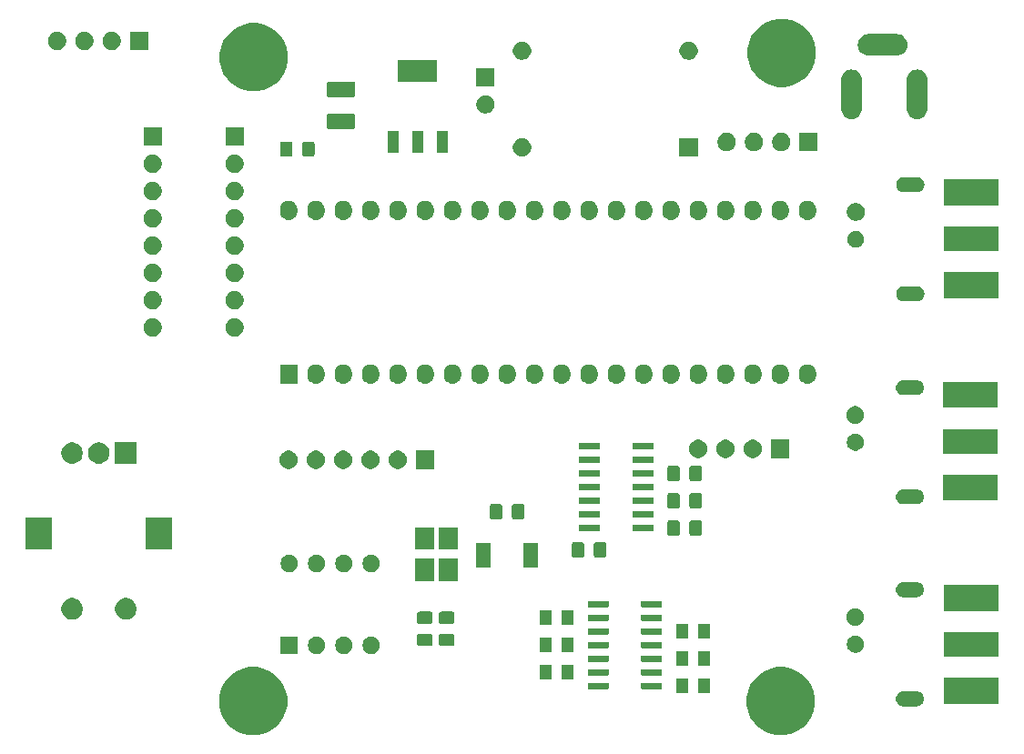
<source format=gbr>
G04 #@! TF.GenerationSoftware,KiCad,Pcbnew,(5.1.5)-3*
G04 #@! TF.CreationDate,2020-10-17T15:18:02-04:00*
G04 #@! TF.ProjectId,VFO-002,56464f2d-3030-4322-9e6b-696361645f70,1*
G04 #@! TF.SameCoordinates,Original*
G04 #@! TF.FileFunction,Soldermask,Top*
G04 #@! TF.FilePolarity,Negative*
%FSLAX46Y46*%
G04 Gerber Fmt 4.6, Leading zero omitted, Abs format (unit mm)*
G04 Created by KiCad (PCBNEW (5.1.5)-3) date 2020-10-17 15:18:02*
%MOMM*%
%LPD*%
G04 APERTURE LIST*
%ADD10C,0.150000*%
G04 APERTURE END LIST*
D10*
G36*
X163486112Y-124447013D02*
G01*
X164063925Y-124686351D01*
X164583944Y-125033817D01*
X165026183Y-125476056D01*
X165373649Y-125996075D01*
X165612987Y-126573888D01*
X165735000Y-127187288D01*
X165735000Y-127812712D01*
X165612987Y-128426112D01*
X165373649Y-129003925D01*
X165026183Y-129523944D01*
X164583944Y-129966183D01*
X164063925Y-130313649D01*
X163486112Y-130552987D01*
X162872712Y-130675000D01*
X162247288Y-130675000D01*
X161633888Y-130552987D01*
X161056075Y-130313649D01*
X160536056Y-129966183D01*
X160093817Y-129523944D01*
X159746351Y-129003925D01*
X159507013Y-128426112D01*
X159385000Y-127812712D01*
X159385000Y-127187288D01*
X159507013Y-126573888D01*
X159746351Y-125996075D01*
X160093817Y-125476056D01*
X160536056Y-125033817D01*
X161056075Y-124686351D01*
X161633888Y-124447013D01*
X162247288Y-124325000D01*
X162872712Y-124325000D01*
X163486112Y-124447013D01*
G37*
G36*
X114426112Y-124447013D02*
G01*
X115003925Y-124686351D01*
X115523944Y-125033817D01*
X115966183Y-125476056D01*
X116313649Y-125996075D01*
X116552987Y-126573888D01*
X116675000Y-127187288D01*
X116675000Y-127812712D01*
X116552987Y-128426112D01*
X116313649Y-129003925D01*
X115966183Y-129523944D01*
X115523944Y-129966183D01*
X115003925Y-130313649D01*
X114426112Y-130552987D01*
X113812712Y-130675000D01*
X113187288Y-130675000D01*
X112573888Y-130552987D01*
X111996075Y-130313649D01*
X111476056Y-129966183D01*
X111033817Y-129523944D01*
X110686351Y-129003925D01*
X110447013Y-128426112D01*
X110325000Y-127812712D01*
X110325000Y-127187288D01*
X110447013Y-126573888D01*
X110686351Y-125996075D01*
X111033817Y-125476056D01*
X111476056Y-125033817D01*
X111996075Y-124686351D01*
X112573888Y-124447013D01*
X113187288Y-124325000D01*
X113812712Y-124325000D01*
X114426112Y-124447013D01*
G37*
G36*
X175317224Y-126590128D02*
G01*
X175449175Y-126630155D01*
X175570781Y-126695155D01*
X175677370Y-126782630D01*
X175764845Y-126889219D01*
X175829845Y-127010825D01*
X175869872Y-127142776D01*
X175883387Y-127280000D01*
X175869872Y-127417224D01*
X175829845Y-127549175D01*
X175764845Y-127670781D01*
X175677370Y-127777370D01*
X175570781Y-127864845D01*
X175449175Y-127929845D01*
X175317224Y-127969872D01*
X175214390Y-127980000D01*
X173945610Y-127980000D01*
X173842776Y-127969872D01*
X173710825Y-127929845D01*
X173589219Y-127864845D01*
X173482630Y-127777370D01*
X173395155Y-127670781D01*
X173330155Y-127549175D01*
X173290128Y-127417224D01*
X173276613Y-127280000D01*
X173290128Y-127142776D01*
X173330155Y-127010825D01*
X173395155Y-126889219D01*
X173482630Y-126782630D01*
X173589219Y-126695155D01*
X173710825Y-126630155D01*
X173842776Y-126590128D01*
X173945610Y-126580000D01*
X175214390Y-126580000D01*
X175317224Y-126590128D01*
G37*
G36*
X182840000Y-127724500D02*
G01*
X177760000Y-127724500D01*
X177760000Y-125311500D01*
X182840000Y-125311500D01*
X182840000Y-127724500D01*
G37*
G36*
X155875522Y-125384039D02*
G01*
X155909057Y-125394212D01*
X155939956Y-125410728D01*
X155967043Y-125432957D01*
X155989272Y-125460044D01*
X156005788Y-125490943D01*
X156015961Y-125524478D01*
X156020000Y-125565487D01*
X156020000Y-126594513D01*
X156015961Y-126635522D01*
X156005788Y-126669057D01*
X155989272Y-126699956D01*
X155967043Y-126727043D01*
X155939956Y-126749272D01*
X155909057Y-126765788D01*
X155875522Y-126775961D01*
X155834513Y-126780000D01*
X155055487Y-126780000D01*
X155014478Y-126775961D01*
X154980943Y-126765788D01*
X154950044Y-126749272D01*
X154922957Y-126727043D01*
X154900728Y-126699956D01*
X154884212Y-126669057D01*
X154874039Y-126635522D01*
X154870000Y-126594513D01*
X154870000Y-125565487D01*
X154874039Y-125524478D01*
X154884212Y-125490943D01*
X154900728Y-125460044D01*
X154922957Y-125432957D01*
X154950044Y-125410728D01*
X154980943Y-125394212D01*
X155014478Y-125384039D01*
X155055487Y-125380000D01*
X155834513Y-125380000D01*
X155875522Y-125384039D01*
G37*
G36*
X153825522Y-125384039D02*
G01*
X153859057Y-125394212D01*
X153889956Y-125410728D01*
X153917043Y-125432957D01*
X153939272Y-125460044D01*
X153955788Y-125490943D01*
X153965961Y-125524478D01*
X153970000Y-125565487D01*
X153970000Y-126594513D01*
X153965961Y-126635522D01*
X153955788Y-126669057D01*
X153939272Y-126699956D01*
X153917043Y-126727043D01*
X153889956Y-126749272D01*
X153859057Y-126765788D01*
X153825522Y-126775961D01*
X153784513Y-126780000D01*
X153005487Y-126780000D01*
X152964478Y-126775961D01*
X152930943Y-126765788D01*
X152900044Y-126749272D01*
X152872957Y-126727043D01*
X152850728Y-126699956D01*
X152834212Y-126669057D01*
X152824039Y-126635522D01*
X152820000Y-126594513D01*
X152820000Y-125565487D01*
X152824039Y-125524478D01*
X152834212Y-125490943D01*
X152850728Y-125460044D01*
X152872957Y-125432957D01*
X152900044Y-125410728D01*
X152930943Y-125394212D01*
X152964478Y-125384039D01*
X153005487Y-125380000D01*
X153784513Y-125380000D01*
X153825522Y-125384039D01*
G37*
G36*
X146499453Y-125782274D02*
G01*
X146515753Y-125787219D01*
X146530775Y-125795249D01*
X146543944Y-125806056D01*
X146554751Y-125819225D01*
X146562781Y-125834247D01*
X146567726Y-125850547D01*
X146570000Y-125873640D01*
X146570000Y-126286360D01*
X146567726Y-126309453D01*
X146562781Y-126325753D01*
X146554751Y-126340775D01*
X146543944Y-126353944D01*
X146530775Y-126364751D01*
X146515753Y-126372781D01*
X146499453Y-126377726D01*
X146476360Y-126380000D01*
X144713640Y-126380000D01*
X144690547Y-126377726D01*
X144674247Y-126372781D01*
X144659225Y-126364751D01*
X144646056Y-126353944D01*
X144635249Y-126340775D01*
X144627219Y-126325753D01*
X144622274Y-126309453D01*
X144620000Y-126286360D01*
X144620000Y-125873640D01*
X144622274Y-125850547D01*
X144627219Y-125834247D01*
X144635249Y-125819225D01*
X144646056Y-125806056D01*
X144659225Y-125795249D01*
X144674247Y-125787219D01*
X144690547Y-125782274D01*
X144713640Y-125780000D01*
X146476360Y-125780000D01*
X146499453Y-125782274D01*
G37*
G36*
X151449453Y-125782274D02*
G01*
X151465753Y-125787219D01*
X151480775Y-125795249D01*
X151493944Y-125806056D01*
X151504751Y-125819225D01*
X151512781Y-125834247D01*
X151517726Y-125850547D01*
X151520000Y-125873640D01*
X151520000Y-126286360D01*
X151517726Y-126309453D01*
X151512781Y-126325753D01*
X151504751Y-126340775D01*
X151493944Y-126353944D01*
X151480775Y-126364751D01*
X151465753Y-126372781D01*
X151449453Y-126377726D01*
X151426360Y-126380000D01*
X149663640Y-126380000D01*
X149640547Y-126377726D01*
X149624247Y-126372781D01*
X149609225Y-126364751D01*
X149596056Y-126353944D01*
X149585249Y-126340775D01*
X149577219Y-126325753D01*
X149572274Y-126309453D01*
X149570000Y-126286360D01*
X149570000Y-125873640D01*
X149572274Y-125850547D01*
X149577219Y-125834247D01*
X149585249Y-125819225D01*
X149596056Y-125806056D01*
X149609225Y-125795249D01*
X149624247Y-125787219D01*
X149640547Y-125782274D01*
X149663640Y-125780000D01*
X151426360Y-125780000D01*
X151449453Y-125782274D01*
G37*
G36*
X141125522Y-124114039D02*
G01*
X141159057Y-124124212D01*
X141189956Y-124140728D01*
X141217043Y-124162957D01*
X141239272Y-124190044D01*
X141255788Y-124220943D01*
X141265961Y-124254478D01*
X141270000Y-124295487D01*
X141270000Y-125324513D01*
X141265961Y-125365522D01*
X141255788Y-125399057D01*
X141239272Y-125429956D01*
X141217043Y-125457043D01*
X141189956Y-125479272D01*
X141159057Y-125495788D01*
X141125522Y-125505961D01*
X141084513Y-125510000D01*
X140305487Y-125510000D01*
X140264478Y-125505961D01*
X140230943Y-125495788D01*
X140200044Y-125479272D01*
X140172957Y-125457043D01*
X140150728Y-125429956D01*
X140134212Y-125399057D01*
X140124039Y-125365522D01*
X140120000Y-125324513D01*
X140120000Y-124295487D01*
X140124039Y-124254478D01*
X140134212Y-124220943D01*
X140150728Y-124190044D01*
X140172957Y-124162957D01*
X140200044Y-124140728D01*
X140230943Y-124124212D01*
X140264478Y-124114039D01*
X140305487Y-124110000D01*
X141084513Y-124110000D01*
X141125522Y-124114039D01*
G37*
G36*
X143175522Y-124114039D02*
G01*
X143209057Y-124124212D01*
X143239956Y-124140728D01*
X143267043Y-124162957D01*
X143289272Y-124190044D01*
X143305788Y-124220943D01*
X143315961Y-124254478D01*
X143320000Y-124295487D01*
X143320000Y-125324513D01*
X143315961Y-125365522D01*
X143305788Y-125399057D01*
X143289272Y-125429956D01*
X143267043Y-125457043D01*
X143239956Y-125479272D01*
X143209057Y-125495788D01*
X143175522Y-125505961D01*
X143134513Y-125510000D01*
X142355487Y-125510000D01*
X142314478Y-125505961D01*
X142280943Y-125495788D01*
X142250044Y-125479272D01*
X142222957Y-125457043D01*
X142200728Y-125429956D01*
X142184212Y-125399057D01*
X142174039Y-125365522D01*
X142170000Y-125324513D01*
X142170000Y-124295487D01*
X142174039Y-124254478D01*
X142184212Y-124220943D01*
X142200728Y-124190044D01*
X142222957Y-124162957D01*
X142250044Y-124140728D01*
X142280943Y-124124212D01*
X142314478Y-124114039D01*
X142355487Y-124110000D01*
X143134513Y-124110000D01*
X143175522Y-124114039D01*
G37*
G36*
X146499453Y-124512274D02*
G01*
X146515753Y-124517219D01*
X146530775Y-124525249D01*
X146543944Y-124536056D01*
X146554751Y-124549225D01*
X146562781Y-124564247D01*
X146567726Y-124580547D01*
X146570000Y-124603640D01*
X146570000Y-125016360D01*
X146567726Y-125039453D01*
X146562781Y-125055753D01*
X146554751Y-125070775D01*
X146543944Y-125083944D01*
X146530775Y-125094751D01*
X146515753Y-125102781D01*
X146499453Y-125107726D01*
X146476360Y-125110000D01*
X144713640Y-125110000D01*
X144690547Y-125107726D01*
X144674247Y-125102781D01*
X144659225Y-125094751D01*
X144646056Y-125083944D01*
X144635249Y-125070775D01*
X144627219Y-125055753D01*
X144622274Y-125039453D01*
X144620000Y-125016360D01*
X144620000Y-124603640D01*
X144622274Y-124580547D01*
X144627219Y-124564247D01*
X144635249Y-124549225D01*
X144646056Y-124536056D01*
X144659225Y-124525249D01*
X144674247Y-124517219D01*
X144690547Y-124512274D01*
X144713640Y-124510000D01*
X146476360Y-124510000D01*
X146499453Y-124512274D01*
G37*
G36*
X151449453Y-124512274D02*
G01*
X151465753Y-124517219D01*
X151480775Y-124525249D01*
X151493944Y-124536056D01*
X151504751Y-124549225D01*
X151512781Y-124564247D01*
X151517726Y-124580547D01*
X151520000Y-124603640D01*
X151520000Y-125016360D01*
X151517726Y-125039453D01*
X151512781Y-125055753D01*
X151504751Y-125070775D01*
X151493944Y-125083944D01*
X151480775Y-125094751D01*
X151465753Y-125102781D01*
X151449453Y-125107726D01*
X151426360Y-125110000D01*
X149663640Y-125110000D01*
X149640547Y-125107726D01*
X149624247Y-125102781D01*
X149609225Y-125094751D01*
X149596056Y-125083944D01*
X149585249Y-125070775D01*
X149577219Y-125055753D01*
X149572274Y-125039453D01*
X149570000Y-125016360D01*
X149570000Y-124603640D01*
X149572274Y-124580547D01*
X149577219Y-124564247D01*
X149585249Y-124549225D01*
X149596056Y-124536056D01*
X149609225Y-124525249D01*
X149624247Y-124517219D01*
X149640547Y-124512274D01*
X149663640Y-124510000D01*
X151426360Y-124510000D01*
X151449453Y-124512274D01*
G37*
G36*
X153825522Y-122844039D02*
G01*
X153859057Y-122854212D01*
X153889956Y-122870728D01*
X153917043Y-122892957D01*
X153939272Y-122920044D01*
X153955788Y-122950943D01*
X153965961Y-122984478D01*
X153970000Y-123025487D01*
X153970000Y-124054513D01*
X153965961Y-124095522D01*
X153955788Y-124129057D01*
X153939272Y-124159956D01*
X153917043Y-124187043D01*
X153889956Y-124209272D01*
X153859057Y-124225788D01*
X153825522Y-124235961D01*
X153784513Y-124240000D01*
X153005487Y-124240000D01*
X152964478Y-124235961D01*
X152930943Y-124225788D01*
X152900044Y-124209272D01*
X152872957Y-124187043D01*
X152850728Y-124159956D01*
X152834212Y-124129057D01*
X152824039Y-124095522D01*
X152820000Y-124054513D01*
X152820000Y-123025487D01*
X152824039Y-122984478D01*
X152834212Y-122950943D01*
X152850728Y-122920044D01*
X152872957Y-122892957D01*
X152900044Y-122870728D01*
X152930943Y-122854212D01*
X152964478Y-122844039D01*
X153005487Y-122840000D01*
X153784513Y-122840000D01*
X153825522Y-122844039D01*
G37*
G36*
X155875522Y-122844039D02*
G01*
X155909057Y-122854212D01*
X155939956Y-122870728D01*
X155967043Y-122892957D01*
X155989272Y-122920044D01*
X156005788Y-122950943D01*
X156015961Y-122984478D01*
X156020000Y-123025487D01*
X156020000Y-124054513D01*
X156015961Y-124095522D01*
X156005788Y-124129057D01*
X155989272Y-124159956D01*
X155967043Y-124187043D01*
X155939956Y-124209272D01*
X155909057Y-124225788D01*
X155875522Y-124235961D01*
X155834513Y-124240000D01*
X155055487Y-124240000D01*
X155014478Y-124235961D01*
X154980943Y-124225788D01*
X154950044Y-124209272D01*
X154922957Y-124187043D01*
X154900728Y-124159956D01*
X154884212Y-124129057D01*
X154874039Y-124095522D01*
X154870000Y-124054513D01*
X154870000Y-123025487D01*
X154874039Y-122984478D01*
X154884212Y-122950943D01*
X154900728Y-122920044D01*
X154922957Y-122892957D01*
X154950044Y-122870728D01*
X154980943Y-122854212D01*
X155014478Y-122844039D01*
X155055487Y-122840000D01*
X155834513Y-122840000D01*
X155875522Y-122844039D01*
G37*
G36*
X151449453Y-123242274D02*
G01*
X151465753Y-123247219D01*
X151480775Y-123255249D01*
X151493944Y-123266056D01*
X151504751Y-123279225D01*
X151512781Y-123294247D01*
X151517726Y-123310547D01*
X151520000Y-123333640D01*
X151520000Y-123746360D01*
X151517726Y-123769453D01*
X151512781Y-123785753D01*
X151504751Y-123800775D01*
X151493944Y-123813944D01*
X151480775Y-123824751D01*
X151465753Y-123832781D01*
X151449453Y-123837726D01*
X151426360Y-123840000D01*
X149663640Y-123840000D01*
X149640547Y-123837726D01*
X149624247Y-123832781D01*
X149609225Y-123824751D01*
X149596056Y-123813944D01*
X149585249Y-123800775D01*
X149577219Y-123785753D01*
X149572274Y-123769453D01*
X149570000Y-123746360D01*
X149570000Y-123333640D01*
X149572274Y-123310547D01*
X149577219Y-123294247D01*
X149585249Y-123279225D01*
X149596056Y-123266056D01*
X149609225Y-123255249D01*
X149624247Y-123247219D01*
X149640547Y-123242274D01*
X149663640Y-123240000D01*
X151426360Y-123240000D01*
X151449453Y-123242274D01*
G37*
G36*
X146499453Y-123242274D02*
G01*
X146515753Y-123247219D01*
X146530775Y-123255249D01*
X146543944Y-123266056D01*
X146554751Y-123279225D01*
X146562781Y-123294247D01*
X146567726Y-123310547D01*
X146570000Y-123333640D01*
X146570000Y-123746360D01*
X146567726Y-123769453D01*
X146562781Y-123785753D01*
X146554751Y-123800775D01*
X146543944Y-123813944D01*
X146530775Y-123824751D01*
X146515753Y-123832781D01*
X146499453Y-123837726D01*
X146476360Y-123840000D01*
X144713640Y-123840000D01*
X144690547Y-123837726D01*
X144674247Y-123832781D01*
X144659225Y-123824751D01*
X144646056Y-123813944D01*
X144635249Y-123800775D01*
X144627219Y-123785753D01*
X144622274Y-123769453D01*
X144620000Y-123746360D01*
X144620000Y-123333640D01*
X144622274Y-123310547D01*
X144627219Y-123294247D01*
X144635249Y-123279225D01*
X144646056Y-123266056D01*
X144659225Y-123255249D01*
X144674247Y-123247219D01*
X144690547Y-123242274D01*
X144713640Y-123240000D01*
X146476360Y-123240000D01*
X146499453Y-123242274D01*
G37*
G36*
X182840000Y-123343000D02*
G01*
X177760000Y-123343000D01*
X177760000Y-121057000D01*
X182840000Y-121057000D01*
X182840000Y-123343000D01*
G37*
G36*
X124703351Y-121530743D02*
G01*
X124848941Y-121591048D01*
X124979970Y-121678599D01*
X125091401Y-121790030D01*
X125178952Y-121921059D01*
X125239257Y-122066649D01*
X125270000Y-122221206D01*
X125270000Y-122378794D01*
X125239257Y-122533351D01*
X125178952Y-122678941D01*
X125091401Y-122809970D01*
X124979970Y-122921401D01*
X124848941Y-123008952D01*
X124703351Y-123069257D01*
X124548794Y-123100000D01*
X124391206Y-123100000D01*
X124236649Y-123069257D01*
X124091059Y-123008952D01*
X123960030Y-122921401D01*
X123848599Y-122809970D01*
X123761048Y-122678941D01*
X123700743Y-122533351D01*
X123670000Y-122378794D01*
X123670000Y-122221206D01*
X123700743Y-122066649D01*
X123761048Y-121921059D01*
X123848599Y-121790030D01*
X123960030Y-121678599D01*
X124091059Y-121591048D01*
X124236649Y-121530743D01*
X124391206Y-121500000D01*
X124548794Y-121500000D01*
X124703351Y-121530743D01*
G37*
G36*
X122163351Y-121530743D02*
G01*
X122308941Y-121591048D01*
X122439970Y-121678599D01*
X122551401Y-121790030D01*
X122638952Y-121921059D01*
X122699257Y-122066649D01*
X122730000Y-122221206D01*
X122730000Y-122378794D01*
X122699257Y-122533351D01*
X122638952Y-122678941D01*
X122551401Y-122809970D01*
X122439970Y-122921401D01*
X122308941Y-123008952D01*
X122163351Y-123069257D01*
X122008794Y-123100000D01*
X121851206Y-123100000D01*
X121696649Y-123069257D01*
X121551059Y-123008952D01*
X121420030Y-122921401D01*
X121308599Y-122809970D01*
X121221048Y-122678941D01*
X121160743Y-122533351D01*
X121130000Y-122378794D01*
X121130000Y-122221206D01*
X121160743Y-122066649D01*
X121221048Y-121921059D01*
X121308599Y-121790030D01*
X121420030Y-121678599D01*
X121551059Y-121591048D01*
X121696649Y-121530743D01*
X121851206Y-121500000D01*
X122008794Y-121500000D01*
X122163351Y-121530743D01*
G37*
G36*
X119623351Y-121530743D02*
G01*
X119768941Y-121591048D01*
X119899970Y-121678599D01*
X120011401Y-121790030D01*
X120098952Y-121921059D01*
X120159257Y-122066649D01*
X120190000Y-122221206D01*
X120190000Y-122378794D01*
X120159257Y-122533351D01*
X120098952Y-122678941D01*
X120011401Y-122809970D01*
X119899970Y-122921401D01*
X119768941Y-123008952D01*
X119623351Y-123069257D01*
X119468794Y-123100000D01*
X119311206Y-123100000D01*
X119156649Y-123069257D01*
X119011059Y-123008952D01*
X118880030Y-122921401D01*
X118768599Y-122809970D01*
X118681048Y-122678941D01*
X118620743Y-122533351D01*
X118590000Y-122378794D01*
X118590000Y-122221206D01*
X118620743Y-122066649D01*
X118681048Y-121921059D01*
X118768599Y-121790030D01*
X118880030Y-121678599D01*
X119011059Y-121591048D01*
X119156649Y-121530743D01*
X119311206Y-121500000D01*
X119468794Y-121500000D01*
X119623351Y-121530743D01*
G37*
G36*
X117650000Y-123100000D02*
G01*
X116050000Y-123100000D01*
X116050000Y-121500000D01*
X117650000Y-121500000D01*
X117650000Y-123100000D01*
G37*
G36*
X169729676Y-121442859D02*
G01*
X169872973Y-121502214D01*
X170001938Y-121588386D01*
X170111614Y-121698062D01*
X170197786Y-121827027D01*
X170257141Y-121970324D01*
X170287400Y-122122447D01*
X170287400Y-122277553D01*
X170257141Y-122429676D01*
X170197786Y-122572973D01*
X170111614Y-122701938D01*
X170001938Y-122811614D01*
X169872973Y-122897786D01*
X169729676Y-122957141D01*
X169577553Y-122987400D01*
X169422447Y-122987400D01*
X169270324Y-122957141D01*
X169127027Y-122897786D01*
X168998062Y-122811614D01*
X168888386Y-122701938D01*
X168802214Y-122572973D01*
X168742859Y-122429676D01*
X168712600Y-122277553D01*
X168712600Y-122122447D01*
X168742859Y-121970324D01*
X168802214Y-121827027D01*
X168888386Y-121698062D01*
X168998062Y-121588386D01*
X169127027Y-121502214D01*
X169270324Y-121442859D01*
X169422447Y-121412600D01*
X169577553Y-121412600D01*
X169729676Y-121442859D01*
G37*
G36*
X143175522Y-121574039D02*
G01*
X143209057Y-121584212D01*
X143239956Y-121600728D01*
X143267043Y-121622957D01*
X143289272Y-121650044D01*
X143305788Y-121680943D01*
X143315961Y-121714478D01*
X143320000Y-121755487D01*
X143320000Y-122784513D01*
X143315961Y-122825522D01*
X143305788Y-122859057D01*
X143289272Y-122889956D01*
X143267043Y-122917043D01*
X143239956Y-122939272D01*
X143209057Y-122955788D01*
X143175522Y-122965961D01*
X143134513Y-122970000D01*
X142355487Y-122970000D01*
X142314478Y-122965961D01*
X142280943Y-122955788D01*
X142250044Y-122939272D01*
X142222957Y-122917043D01*
X142200728Y-122889956D01*
X142184212Y-122859057D01*
X142174039Y-122825522D01*
X142170000Y-122784513D01*
X142170000Y-121755487D01*
X142174039Y-121714478D01*
X142184212Y-121680943D01*
X142200728Y-121650044D01*
X142222957Y-121622957D01*
X142250044Y-121600728D01*
X142280943Y-121584212D01*
X142314478Y-121574039D01*
X142355487Y-121570000D01*
X143134513Y-121570000D01*
X143175522Y-121574039D01*
G37*
G36*
X141125522Y-121574039D02*
G01*
X141159057Y-121584212D01*
X141189956Y-121600728D01*
X141217043Y-121622957D01*
X141239272Y-121650044D01*
X141255788Y-121680943D01*
X141265961Y-121714478D01*
X141270000Y-121755487D01*
X141270000Y-122784513D01*
X141265961Y-122825522D01*
X141255788Y-122859057D01*
X141239272Y-122889956D01*
X141217043Y-122917043D01*
X141189956Y-122939272D01*
X141159057Y-122955788D01*
X141125522Y-122965961D01*
X141084513Y-122970000D01*
X140305487Y-122970000D01*
X140264478Y-122965961D01*
X140230943Y-122955788D01*
X140200044Y-122939272D01*
X140172957Y-122917043D01*
X140150728Y-122889956D01*
X140134212Y-122859057D01*
X140124039Y-122825522D01*
X140120000Y-122784513D01*
X140120000Y-121755487D01*
X140124039Y-121714478D01*
X140134212Y-121680943D01*
X140150728Y-121650044D01*
X140172957Y-121622957D01*
X140200044Y-121600728D01*
X140230943Y-121584212D01*
X140264478Y-121574039D01*
X140305487Y-121570000D01*
X141084513Y-121570000D01*
X141125522Y-121574039D01*
G37*
G36*
X146499453Y-121972274D02*
G01*
X146515753Y-121977219D01*
X146530775Y-121985249D01*
X146543944Y-121996056D01*
X146554751Y-122009225D01*
X146562781Y-122024247D01*
X146567726Y-122040547D01*
X146570000Y-122063640D01*
X146570000Y-122476360D01*
X146567726Y-122499453D01*
X146562781Y-122515753D01*
X146554751Y-122530775D01*
X146543944Y-122543944D01*
X146530775Y-122554751D01*
X146515753Y-122562781D01*
X146499453Y-122567726D01*
X146476360Y-122570000D01*
X144713640Y-122570000D01*
X144690547Y-122567726D01*
X144674247Y-122562781D01*
X144659225Y-122554751D01*
X144646056Y-122543944D01*
X144635249Y-122530775D01*
X144627219Y-122515753D01*
X144622274Y-122499453D01*
X144620000Y-122476360D01*
X144620000Y-122063640D01*
X144622274Y-122040547D01*
X144627219Y-122024247D01*
X144635249Y-122009225D01*
X144646056Y-121996056D01*
X144659225Y-121985249D01*
X144674247Y-121977219D01*
X144690547Y-121972274D01*
X144713640Y-121970000D01*
X146476360Y-121970000D01*
X146499453Y-121972274D01*
G37*
G36*
X151449453Y-121972274D02*
G01*
X151465753Y-121977219D01*
X151480775Y-121985249D01*
X151493944Y-121996056D01*
X151504751Y-122009225D01*
X151512781Y-122024247D01*
X151517726Y-122040547D01*
X151520000Y-122063640D01*
X151520000Y-122476360D01*
X151517726Y-122499453D01*
X151512781Y-122515753D01*
X151504751Y-122530775D01*
X151493944Y-122543944D01*
X151480775Y-122554751D01*
X151465753Y-122562781D01*
X151449453Y-122567726D01*
X151426360Y-122570000D01*
X149663640Y-122570000D01*
X149640547Y-122567726D01*
X149624247Y-122562781D01*
X149609225Y-122554751D01*
X149596056Y-122543944D01*
X149585249Y-122530775D01*
X149577219Y-122515753D01*
X149572274Y-122499453D01*
X149570000Y-122476360D01*
X149570000Y-122063640D01*
X149572274Y-122040547D01*
X149577219Y-122024247D01*
X149585249Y-122009225D01*
X149596056Y-121996056D01*
X149609225Y-121985249D01*
X149624247Y-121977219D01*
X149640547Y-121972274D01*
X149663640Y-121970000D01*
X151426360Y-121970000D01*
X151449453Y-121972274D01*
G37*
G36*
X130013522Y-121222039D02*
G01*
X130047057Y-121232212D01*
X130077956Y-121248728D01*
X130105043Y-121270957D01*
X130127272Y-121298044D01*
X130143788Y-121328943D01*
X130153961Y-121362478D01*
X130158000Y-121403487D01*
X130158000Y-122182513D01*
X130153961Y-122223522D01*
X130143788Y-122257057D01*
X130127272Y-122287956D01*
X130105043Y-122315043D01*
X130077956Y-122337272D01*
X130047057Y-122353788D01*
X130013522Y-122363961D01*
X129972513Y-122368000D01*
X128943487Y-122368000D01*
X128902478Y-122363961D01*
X128868943Y-122353788D01*
X128838044Y-122337272D01*
X128810957Y-122315043D01*
X128788728Y-122287956D01*
X128772212Y-122257057D01*
X128762039Y-122223522D01*
X128758000Y-122182513D01*
X128758000Y-121403487D01*
X128762039Y-121362478D01*
X128772212Y-121328943D01*
X128788728Y-121298044D01*
X128810957Y-121270957D01*
X128838044Y-121248728D01*
X128868943Y-121232212D01*
X128902478Y-121222039D01*
X128943487Y-121218000D01*
X129972513Y-121218000D01*
X130013522Y-121222039D01*
G37*
G36*
X132045522Y-121222039D02*
G01*
X132079057Y-121232212D01*
X132109956Y-121248728D01*
X132137043Y-121270957D01*
X132159272Y-121298044D01*
X132175788Y-121328943D01*
X132185961Y-121362478D01*
X132190000Y-121403487D01*
X132190000Y-122182513D01*
X132185961Y-122223522D01*
X132175788Y-122257057D01*
X132159272Y-122287956D01*
X132137043Y-122315043D01*
X132109956Y-122337272D01*
X132079057Y-122353788D01*
X132045522Y-122363961D01*
X132004513Y-122368000D01*
X130975487Y-122368000D01*
X130934478Y-122363961D01*
X130900943Y-122353788D01*
X130870044Y-122337272D01*
X130842957Y-122315043D01*
X130820728Y-122287956D01*
X130804212Y-122257057D01*
X130794039Y-122223522D01*
X130790000Y-122182513D01*
X130790000Y-121403487D01*
X130794039Y-121362478D01*
X130804212Y-121328943D01*
X130820728Y-121298044D01*
X130842957Y-121270957D01*
X130870044Y-121248728D01*
X130900943Y-121232212D01*
X130934478Y-121222039D01*
X130975487Y-121218000D01*
X132004513Y-121218000D01*
X132045522Y-121222039D01*
G37*
G36*
X155875522Y-120304039D02*
G01*
X155909057Y-120314212D01*
X155939956Y-120330728D01*
X155967043Y-120352957D01*
X155989272Y-120380044D01*
X156005788Y-120410943D01*
X156015961Y-120444478D01*
X156020000Y-120485487D01*
X156020000Y-121514513D01*
X156015961Y-121555522D01*
X156005788Y-121589057D01*
X155989272Y-121619956D01*
X155967043Y-121647043D01*
X155939956Y-121669272D01*
X155909057Y-121685788D01*
X155875522Y-121695961D01*
X155834513Y-121700000D01*
X155055487Y-121700000D01*
X155014478Y-121695961D01*
X154980943Y-121685788D01*
X154950044Y-121669272D01*
X154922957Y-121647043D01*
X154900728Y-121619956D01*
X154884212Y-121589057D01*
X154874039Y-121555522D01*
X154870000Y-121514513D01*
X154870000Y-120485487D01*
X154874039Y-120444478D01*
X154884212Y-120410943D01*
X154900728Y-120380044D01*
X154922957Y-120352957D01*
X154950044Y-120330728D01*
X154980943Y-120314212D01*
X155014478Y-120304039D01*
X155055487Y-120300000D01*
X155834513Y-120300000D01*
X155875522Y-120304039D01*
G37*
G36*
X153825522Y-120304039D02*
G01*
X153859057Y-120314212D01*
X153889956Y-120330728D01*
X153917043Y-120352957D01*
X153939272Y-120380044D01*
X153955788Y-120410943D01*
X153965961Y-120444478D01*
X153970000Y-120485487D01*
X153970000Y-121514513D01*
X153965961Y-121555522D01*
X153955788Y-121589057D01*
X153939272Y-121619956D01*
X153917043Y-121647043D01*
X153889956Y-121669272D01*
X153859057Y-121685788D01*
X153825522Y-121695961D01*
X153784513Y-121700000D01*
X153005487Y-121700000D01*
X152964478Y-121695961D01*
X152930943Y-121685788D01*
X152900044Y-121669272D01*
X152872957Y-121647043D01*
X152850728Y-121619956D01*
X152834212Y-121589057D01*
X152824039Y-121555522D01*
X152820000Y-121514513D01*
X152820000Y-120485487D01*
X152824039Y-120444478D01*
X152834212Y-120410943D01*
X152850728Y-120380044D01*
X152872957Y-120352957D01*
X152900044Y-120330728D01*
X152930943Y-120314212D01*
X152964478Y-120304039D01*
X153005487Y-120300000D01*
X153784513Y-120300000D01*
X153825522Y-120304039D01*
G37*
G36*
X151449453Y-120702274D02*
G01*
X151465753Y-120707219D01*
X151480775Y-120715249D01*
X151493944Y-120726056D01*
X151504751Y-120739225D01*
X151512781Y-120754247D01*
X151517726Y-120770547D01*
X151520000Y-120793640D01*
X151520000Y-121206360D01*
X151517726Y-121229453D01*
X151512781Y-121245753D01*
X151504751Y-121260775D01*
X151493944Y-121273944D01*
X151480775Y-121284751D01*
X151465753Y-121292781D01*
X151449453Y-121297726D01*
X151426360Y-121300000D01*
X149663640Y-121300000D01*
X149640547Y-121297726D01*
X149624247Y-121292781D01*
X149609225Y-121284751D01*
X149596056Y-121273944D01*
X149585249Y-121260775D01*
X149577219Y-121245753D01*
X149572274Y-121229453D01*
X149570000Y-121206360D01*
X149570000Y-120793640D01*
X149572274Y-120770547D01*
X149577219Y-120754247D01*
X149585249Y-120739225D01*
X149596056Y-120726056D01*
X149609225Y-120715249D01*
X149624247Y-120707219D01*
X149640547Y-120702274D01*
X149663640Y-120700000D01*
X151426360Y-120700000D01*
X151449453Y-120702274D01*
G37*
G36*
X146499453Y-120702274D02*
G01*
X146515753Y-120707219D01*
X146530775Y-120715249D01*
X146543944Y-120726056D01*
X146554751Y-120739225D01*
X146562781Y-120754247D01*
X146567726Y-120770547D01*
X146570000Y-120793640D01*
X146570000Y-121206360D01*
X146567726Y-121229453D01*
X146562781Y-121245753D01*
X146554751Y-121260775D01*
X146543944Y-121273944D01*
X146530775Y-121284751D01*
X146515753Y-121292781D01*
X146499453Y-121297726D01*
X146476360Y-121300000D01*
X144713640Y-121300000D01*
X144690547Y-121297726D01*
X144674247Y-121292781D01*
X144659225Y-121284751D01*
X144646056Y-121273944D01*
X144635249Y-121260775D01*
X144627219Y-121245753D01*
X144622274Y-121229453D01*
X144620000Y-121206360D01*
X144620000Y-120793640D01*
X144622274Y-120770547D01*
X144627219Y-120754247D01*
X144635249Y-120739225D01*
X144646056Y-120726056D01*
X144659225Y-120715249D01*
X144674247Y-120707219D01*
X144690547Y-120702274D01*
X144713640Y-120700000D01*
X146476360Y-120700000D01*
X146499453Y-120702274D01*
G37*
G36*
X169740788Y-118866223D02*
G01*
X169891022Y-118928452D01*
X170026223Y-119018790D01*
X170141210Y-119133777D01*
X170231548Y-119268978D01*
X170293777Y-119419212D01*
X170325500Y-119578694D01*
X170325500Y-119741306D01*
X170293777Y-119900788D01*
X170231548Y-120051022D01*
X170141210Y-120186223D01*
X170026223Y-120301210D01*
X169891022Y-120391548D01*
X169740788Y-120453777D01*
X169581306Y-120485500D01*
X169418694Y-120485500D01*
X169259212Y-120453777D01*
X169108978Y-120391548D01*
X168973777Y-120301210D01*
X168858790Y-120186223D01*
X168768452Y-120051022D01*
X168706223Y-119900788D01*
X168674500Y-119741306D01*
X168674500Y-119578694D01*
X168706223Y-119419212D01*
X168768452Y-119268978D01*
X168858790Y-119133777D01*
X168973777Y-119018790D01*
X169108978Y-118928452D01*
X169259212Y-118866223D01*
X169418694Y-118834500D01*
X169581306Y-118834500D01*
X169740788Y-118866223D01*
G37*
G36*
X141125522Y-119034039D02*
G01*
X141159057Y-119044212D01*
X141189956Y-119060728D01*
X141217043Y-119082957D01*
X141239272Y-119110044D01*
X141255788Y-119140943D01*
X141265961Y-119174478D01*
X141270000Y-119215487D01*
X141270000Y-120244513D01*
X141265961Y-120285522D01*
X141255788Y-120319057D01*
X141239272Y-120349956D01*
X141217043Y-120377043D01*
X141189956Y-120399272D01*
X141159057Y-120415788D01*
X141125522Y-120425961D01*
X141084513Y-120430000D01*
X140305487Y-120430000D01*
X140264478Y-120425961D01*
X140230943Y-120415788D01*
X140200044Y-120399272D01*
X140172957Y-120377043D01*
X140150728Y-120349956D01*
X140134212Y-120319057D01*
X140124039Y-120285522D01*
X140120000Y-120244513D01*
X140120000Y-119215487D01*
X140124039Y-119174478D01*
X140134212Y-119140943D01*
X140150728Y-119110044D01*
X140172957Y-119082957D01*
X140200044Y-119060728D01*
X140230943Y-119044212D01*
X140264478Y-119034039D01*
X140305487Y-119030000D01*
X141084513Y-119030000D01*
X141125522Y-119034039D01*
G37*
G36*
X143175522Y-119034039D02*
G01*
X143209057Y-119044212D01*
X143239956Y-119060728D01*
X143267043Y-119082957D01*
X143289272Y-119110044D01*
X143305788Y-119140943D01*
X143315961Y-119174478D01*
X143320000Y-119215487D01*
X143320000Y-120244513D01*
X143315961Y-120285522D01*
X143305788Y-120319057D01*
X143289272Y-120349956D01*
X143267043Y-120377043D01*
X143239956Y-120399272D01*
X143209057Y-120415788D01*
X143175522Y-120425961D01*
X143134513Y-120430000D01*
X142355487Y-120430000D01*
X142314478Y-120425961D01*
X142280943Y-120415788D01*
X142250044Y-120399272D01*
X142222957Y-120377043D01*
X142200728Y-120349956D01*
X142184212Y-120319057D01*
X142174039Y-120285522D01*
X142170000Y-120244513D01*
X142170000Y-119215487D01*
X142174039Y-119174478D01*
X142184212Y-119140943D01*
X142200728Y-119110044D01*
X142222957Y-119082957D01*
X142250044Y-119060728D01*
X142280943Y-119044212D01*
X142314478Y-119034039D01*
X142355487Y-119030000D01*
X143134513Y-119030000D01*
X143175522Y-119034039D01*
G37*
G36*
X132045522Y-119172039D02*
G01*
X132079057Y-119182212D01*
X132109956Y-119198728D01*
X132137043Y-119220957D01*
X132159272Y-119248044D01*
X132175788Y-119278943D01*
X132185961Y-119312478D01*
X132190000Y-119353487D01*
X132190000Y-120132513D01*
X132185961Y-120173522D01*
X132175788Y-120207057D01*
X132159272Y-120237956D01*
X132137043Y-120265043D01*
X132109956Y-120287272D01*
X132079057Y-120303788D01*
X132045522Y-120313961D01*
X132004513Y-120318000D01*
X130975487Y-120318000D01*
X130934478Y-120313961D01*
X130900943Y-120303788D01*
X130870044Y-120287272D01*
X130842957Y-120265043D01*
X130820728Y-120237956D01*
X130804212Y-120207057D01*
X130794039Y-120173522D01*
X130790000Y-120132513D01*
X130790000Y-119353487D01*
X130794039Y-119312478D01*
X130804212Y-119278943D01*
X130820728Y-119248044D01*
X130842957Y-119220957D01*
X130870044Y-119198728D01*
X130900943Y-119182212D01*
X130934478Y-119172039D01*
X130975487Y-119168000D01*
X132004513Y-119168000D01*
X132045522Y-119172039D01*
G37*
G36*
X130013522Y-119172039D02*
G01*
X130047057Y-119182212D01*
X130077956Y-119198728D01*
X130105043Y-119220957D01*
X130127272Y-119248044D01*
X130143788Y-119278943D01*
X130153961Y-119312478D01*
X130158000Y-119353487D01*
X130158000Y-120132513D01*
X130153961Y-120173522D01*
X130143788Y-120207057D01*
X130127272Y-120237956D01*
X130105043Y-120265043D01*
X130077956Y-120287272D01*
X130047057Y-120303788D01*
X130013522Y-120313961D01*
X129972513Y-120318000D01*
X128943487Y-120318000D01*
X128902478Y-120313961D01*
X128868943Y-120303788D01*
X128838044Y-120287272D01*
X128810957Y-120265043D01*
X128788728Y-120237956D01*
X128772212Y-120207057D01*
X128762039Y-120173522D01*
X128758000Y-120132513D01*
X128758000Y-119353487D01*
X128762039Y-119312478D01*
X128772212Y-119278943D01*
X128788728Y-119248044D01*
X128810957Y-119220957D01*
X128838044Y-119198728D01*
X128868943Y-119182212D01*
X128902478Y-119172039D01*
X128943487Y-119168000D01*
X129972513Y-119168000D01*
X130013522Y-119172039D01*
G37*
G36*
X146499453Y-119432274D02*
G01*
X146515753Y-119437219D01*
X146530775Y-119445249D01*
X146543944Y-119456056D01*
X146554751Y-119469225D01*
X146562781Y-119484247D01*
X146567726Y-119500547D01*
X146570000Y-119523640D01*
X146570000Y-119936360D01*
X146567726Y-119959453D01*
X146562781Y-119975753D01*
X146554751Y-119990775D01*
X146543944Y-120003944D01*
X146530775Y-120014751D01*
X146515753Y-120022781D01*
X146499453Y-120027726D01*
X146476360Y-120030000D01*
X144713640Y-120030000D01*
X144690547Y-120027726D01*
X144674247Y-120022781D01*
X144659225Y-120014751D01*
X144646056Y-120003944D01*
X144635249Y-119990775D01*
X144627219Y-119975753D01*
X144622274Y-119959453D01*
X144620000Y-119936360D01*
X144620000Y-119523640D01*
X144622274Y-119500547D01*
X144627219Y-119484247D01*
X144635249Y-119469225D01*
X144646056Y-119456056D01*
X144659225Y-119445249D01*
X144674247Y-119437219D01*
X144690547Y-119432274D01*
X144713640Y-119430000D01*
X146476360Y-119430000D01*
X146499453Y-119432274D01*
G37*
G36*
X151449453Y-119432274D02*
G01*
X151465753Y-119437219D01*
X151480775Y-119445249D01*
X151493944Y-119456056D01*
X151504751Y-119469225D01*
X151512781Y-119484247D01*
X151517726Y-119500547D01*
X151520000Y-119523640D01*
X151520000Y-119936360D01*
X151517726Y-119959453D01*
X151512781Y-119975753D01*
X151504751Y-119990775D01*
X151493944Y-120003944D01*
X151480775Y-120014751D01*
X151465753Y-120022781D01*
X151449453Y-120027726D01*
X151426360Y-120030000D01*
X149663640Y-120030000D01*
X149640547Y-120027726D01*
X149624247Y-120022781D01*
X149609225Y-120014751D01*
X149596056Y-120003944D01*
X149585249Y-119990775D01*
X149577219Y-119975753D01*
X149572274Y-119959453D01*
X149570000Y-119936360D01*
X149570000Y-119523640D01*
X149572274Y-119500547D01*
X149577219Y-119484247D01*
X149585249Y-119469225D01*
X149596056Y-119456056D01*
X149609225Y-119445249D01*
X149624247Y-119437219D01*
X149640547Y-119432274D01*
X149663640Y-119430000D01*
X151426360Y-119430000D01*
X151449453Y-119432274D01*
G37*
G36*
X101867290Y-117925619D02*
G01*
X101931689Y-117938429D01*
X102113678Y-118013811D01*
X102277463Y-118123249D01*
X102416751Y-118262537D01*
X102526189Y-118426322D01*
X102601571Y-118608311D01*
X102601571Y-118608312D01*
X102640000Y-118801507D01*
X102640000Y-118998493D01*
X102625352Y-119072132D01*
X102601571Y-119191689D01*
X102526189Y-119373678D01*
X102416751Y-119537463D01*
X102277463Y-119676751D01*
X102113678Y-119786189D01*
X101931689Y-119861571D01*
X101867290Y-119874381D01*
X101738493Y-119900000D01*
X101541507Y-119900000D01*
X101412710Y-119874381D01*
X101348311Y-119861571D01*
X101166322Y-119786189D01*
X101002537Y-119676751D01*
X100863249Y-119537463D01*
X100753811Y-119373678D01*
X100678429Y-119191689D01*
X100654648Y-119072132D01*
X100640000Y-118998493D01*
X100640000Y-118801507D01*
X100678429Y-118608312D01*
X100678429Y-118608311D01*
X100753811Y-118426322D01*
X100863249Y-118262537D01*
X101002537Y-118123249D01*
X101166322Y-118013811D01*
X101348311Y-117938429D01*
X101412710Y-117925619D01*
X101541507Y-117900000D01*
X101738493Y-117900000D01*
X101867290Y-117925619D01*
G37*
G36*
X96867290Y-117925619D02*
G01*
X96931689Y-117938429D01*
X97113678Y-118013811D01*
X97277463Y-118123249D01*
X97416751Y-118262537D01*
X97526189Y-118426322D01*
X97601571Y-118608311D01*
X97601571Y-118608312D01*
X97640000Y-118801507D01*
X97640000Y-118998493D01*
X97625352Y-119072132D01*
X97601571Y-119191689D01*
X97526189Y-119373678D01*
X97416751Y-119537463D01*
X97277463Y-119676751D01*
X97113678Y-119786189D01*
X96931689Y-119861571D01*
X96867290Y-119874381D01*
X96738493Y-119900000D01*
X96541507Y-119900000D01*
X96412710Y-119874381D01*
X96348311Y-119861571D01*
X96166322Y-119786189D01*
X96002537Y-119676751D01*
X95863249Y-119537463D01*
X95753811Y-119373678D01*
X95678429Y-119191689D01*
X95654648Y-119072132D01*
X95640000Y-118998493D01*
X95640000Y-118801507D01*
X95678429Y-118608312D01*
X95678429Y-118608311D01*
X95753811Y-118426322D01*
X95863249Y-118262537D01*
X96002537Y-118123249D01*
X96166322Y-118013811D01*
X96348311Y-117938429D01*
X96412710Y-117925619D01*
X96541507Y-117900000D01*
X96738493Y-117900000D01*
X96867290Y-117925619D01*
G37*
G36*
X182840000Y-119088500D02*
G01*
X177760000Y-119088500D01*
X177760000Y-116675500D01*
X182840000Y-116675500D01*
X182840000Y-119088500D01*
G37*
G36*
X146499453Y-118162274D02*
G01*
X146515753Y-118167219D01*
X146530775Y-118175249D01*
X146543944Y-118186056D01*
X146554751Y-118199225D01*
X146562781Y-118214247D01*
X146567726Y-118230547D01*
X146570000Y-118253640D01*
X146570000Y-118666360D01*
X146567726Y-118689453D01*
X146562781Y-118705753D01*
X146554751Y-118720775D01*
X146543944Y-118733944D01*
X146530775Y-118744751D01*
X146515753Y-118752781D01*
X146499453Y-118757726D01*
X146476360Y-118760000D01*
X144713640Y-118760000D01*
X144690547Y-118757726D01*
X144674247Y-118752781D01*
X144659225Y-118744751D01*
X144646056Y-118733944D01*
X144635249Y-118720775D01*
X144627219Y-118705753D01*
X144622274Y-118689453D01*
X144620000Y-118666360D01*
X144620000Y-118253640D01*
X144622274Y-118230547D01*
X144627219Y-118214247D01*
X144635249Y-118199225D01*
X144646056Y-118186056D01*
X144659225Y-118175249D01*
X144674247Y-118167219D01*
X144690547Y-118162274D01*
X144713640Y-118160000D01*
X146476360Y-118160000D01*
X146499453Y-118162274D01*
G37*
G36*
X151449453Y-118162274D02*
G01*
X151465753Y-118167219D01*
X151480775Y-118175249D01*
X151493944Y-118186056D01*
X151504751Y-118199225D01*
X151512781Y-118214247D01*
X151517726Y-118230547D01*
X151520000Y-118253640D01*
X151520000Y-118666360D01*
X151517726Y-118689453D01*
X151512781Y-118705753D01*
X151504751Y-118720775D01*
X151493944Y-118733944D01*
X151480775Y-118744751D01*
X151465753Y-118752781D01*
X151449453Y-118757726D01*
X151426360Y-118760000D01*
X149663640Y-118760000D01*
X149640547Y-118757726D01*
X149624247Y-118752781D01*
X149609225Y-118744751D01*
X149596056Y-118733944D01*
X149585249Y-118720775D01*
X149577219Y-118705753D01*
X149572274Y-118689453D01*
X149570000Y-118666360D01*
X149570000Y-118253640D01*
X149572274Y-118230547D01*
X149577219Y-118214247D01*
X149585249Y-118199225D01*
X149596056Y-118186056D01*
X149609225Y-118175249D01*
X149624247Y-118167219D01*
X149640547Y-118162274D01*
X149663640Y-118160000D01*
X151426360Y-118160000D01*
X151449453Y-118162274D01*
G37*
G36*
X175317224Y-116430128D02*
G01*
X175449175Y-116470155D01*
X175570781Y-116535155D01*
X175677370Y-116622630D01*
X175764845Y-116729219D01*
X175829845Y-116850825D01*
X175869872Y-116982776D01*
X175883387Y-117120000D01*
X175869872Y-117257224D01*
X175829845Y-117389175D01*
X175764845Y-117510781D01*
X175677370Y-117617370D01*
X175570781Y-117704845D01*
X175449175Y-117769845D01*
X175317224Y-117809872D01*
X175214390Y-117820000D01*
X173945610Y-117820000D01*
X173842776Y-117809872D01*
X173710825Y-117769845D01*
X173589219Y-117704845D01*
X173482630Y-117617370D01*
X173395155Y-117510781D01*
X173330155Y-117389175D01*
X173290128Y-117257224D01*
X173276613Y-117120000D01*
X173290128Y-116982776D01*
X173330155Y-116850825D01*
X173395155Y-116729219D01*
X173482630Y-116622630D01*
X173589219Y-116535155D01*
X173710825Y-116470155D01*
X173842776Y-116430128D01*
X173945610Y-116420000D01*
X175214390Y-116420000D01*
X175317224Y-116430128D01*
G37*
G36*
X132565000Y-116300000D02*
G01*
X130765000Y-116300000D01*
X130765000Y-114200000D01*
X132565000Y-114200000D01*
X132565000Y-116300000D01*
G37*
G36*
X130365000Y-116300000D02*
G01*
X128565000Y-116300000D01*
X128565000Y-114200000D01*
X130365000Y-114200000D01*
X130365000Y-116300000D01*
G37*
G36*
X124703351Y-113910743D02*
G01*
X124848941Y-113971048D01*
X124979970Y-114058599D01*
X125091401Y-114170030D01*
X125178952Y-114301059D01*
X125239257Y-114446649D01*
X125270000Y-114601206D01*
X125270000Y-114758794D01*
X125239257Y-114913351D01*
X125178952Y-115058941D01*
X125091401Y-115189970D01*
X124979970Y-115301401D01*
X124848941Y-115388952D01*
X124703351Y-115449257D01*
X124548794Y-115480000D01*
X124391206Y-115480000D01*
X124236649Y-115449257D01*
X124091059Y-115388952D01*
X123960030Y-115301401D01*
X123848599Y-115189970D01*
X123761048Y-115058941D01*
X123700743Y-114913351D01*
X123670000Y-114758794D01*
X123670000Y-114601206D01*
X123700743Y-114446649D01*
X123761048Y-114301059D01*
X123848599Y-114170030D01*
X123960030Y-114058599D01*
X124091059Y-113971048D01*
X124236649Y-113910743D01*
X124391206Y-113880000D01*
X124548794Y-113880000D01*
X124703351Y-113910743D01*
G37*
G36*
X122163351Y-113910743D02*
G01*
X122308941Y-113971048D01*
X122439970Y-114058599D01*
X122551401Y-114170030D01*
X122638952Y-114301059D01*
X122699257Y-114446649D01*
X122730000Y-114601206D01*
X122730000Y-114758794D01*
X122699257Y-114913351D01*
X122638952Y-115058941D01*
X122551401Y-115189970D01*
X122439970Y-115301401D01*
X122308941Y-115388952D01*
X122163351Y-115449257D01*
X122008794Y-115480000D01*
X121851206Y-115480000D01*
X121696649Y-115449257D01*
X121551059Y-115388952D01*
X121420030Y-115301401D01*
X121308599Y-115189970D01*
X121221048Y-115058941D01*
X121160743Y-114913351D01*
X121130000Y-114758794D01*
X121130000Y-114601206D01*
X121160743Y-114446649D01*
X121221048Y-114301059D01*
X121308599Y-114170030D01*
X121420030Y-114058599D01*
X121551059Y-113971048D01*
X121696649Y-113910743D01*
X121851206Y-113880000D01*
X122008794Y-113880000D01*
X122163351Y-113910743D01*
G37*
G36*
X117083351Y-113910743D02*
G01*
X117228941Y-113971048D01*
X117359970Y-114058599D01*
X117471401Y-114170030D01*
X117558952Y-114301059D01*
X117619257Y-114446649D01*
X117650000Y-114601206D01*
X117650000Y-114758794D01*
X117619257Y-114913351D01*
X117558952Y-115058941D01*
X117471401Y-115189970D01*
X117359970Y-115301401D01*
X117228941Y-115388952D01*
X117083351Y-115449257D01*
X116928794Y-115480000D01*
X116771206Y-115480000D01*
X116616649Y-115449257D01*
X116471059Y-115388952D01*
X116340030Y-115301401D01*
X116228599Y-115189970D01*
X116141048Y-115058941D01*
X116080743Y-114913351D01*
X116050000Y-114758794D01*
X116050000Y-114601206D01*
X116080743Y-114446649D01*
X116141048Y-114301059D01*
X116228599Y-114170030D01*
X116340030Y-114058599D01*
X116471059Y-113971048D01*
X116616649Y-113910743D01*
X116771206Y-113880000D01*
X116928794Y-113880000D01*
X117083351Y-113910743D01*
G37*
G36*
X119623351Y-113910743D02*
G01*
X119768941Y-113971048D01*
X119899970Y-114058599D01*
X120011401Y-114170030D01*
X120098952Y-114301059D01*
X120159257Y-114446649D01*
X120190000Y-114601206D01*
X120190000Y-114758794D01*
X120159257Y-114913351D01*
X120098952Y-115058941D01*
X120011401Y-115189970D01*
X119899970Y-115301401D01*
X119768941Y-115388952D01*
X119623351Y-115449257D01*
X119468794Y-115480000D01*
X119311206Y-115480000D01*
X119156649Y-115449257D01*
X119011059Y-115388952D01*
X118880030Y-115301401D01*
X118768599Y-115189970D01*
X118681048Y-115058941D01*
X118620743Y-114913351D01*
X118590000Y-114758794D01*
X118590000Y-114601206D01*
X118620743Y-114446649D01*
X118681048Y-114301059D01*
X118768599Y-114170030D01*
X118880030Y-114058599D01*
X119011059Y-113971048D01*
X119156649Y-113910743D01*
X119311206Y-113880000D01*
X119468794Y-113880000D01*
X119623351Y-113910743D01*
G37*
G36*
X140010000Y-115070000D02*
G01*
X138610000Y-115070000D01*
X138610000Y-112770000D01*
X140010000Y-112770000D01*
X140010000Y-115070000D01*
G37*
G36*
X135610000Y-115070000D02*
G01*
X134210000Y-115070000D01*
X134210000Y-112770000D01*
X135610000Y-112770000D01*
X135610000Y-115070000D01*
G37*
G36*
X144135522Y-112716039D02*
G01*
X144169057Y-112726212D01*
X144199956Y-112742728D01*
X144227043Y-112764957D01*
X144249272Y-112792044D01*
X144265788Y-112822943D01*
X144275961Y-112856478D01*
X144280000Y-112897487D01*
X144280000Y-113926513D01*
X144275961Y-113967522D01*
X144265788Y-114001057D01*
X144249272Y-114031956D01*
X144227043Y-114059043D01*
X144199956Y-114081272D01*
X144169057Y-114097788D01*
X144135522Y-114107961D01*
X144094513Y-114112000D01*
X143315487Y-114112000D01*
X143274478Y-114107961D01*
X143240943Y-114097788D01*
X143210044Y-114081272D01*
X143182957Y-114059043D01*
X143160728Y-114031956D01*
X143144212Y-114001057D01*
X143134039Y-113967522D01*
X143130000Y-113926513D01*
X143130000Y-112897487D01*
X143134039Y-112856478D01*
X143144212Y-112822943D01*
X143160728Y-112792044D01*
X143182957Y-112764957D01*
X143210044Y-112742728D01*
X143240943Y-112726212D01*
X143274478Y-112716039D01*
X143315487Y-112712000D01*
X144094513Y-112712000D01*
X144135522Y-112716039D01*
G37*
G36*
X146185522Y-112716039D02*
G01*
X146219057Y-112726212D01*
X146249956Y-112742728D01*
X146277043Y-112764957D01*
X146299272Y-112792044D01*
X146315788Y-112822943D01*
X146325961Y-112856478D01*
X146330000Y-112897487D01*
X146330000Y-113926513D01*
X146325961Y-113967522D01*
X146315788Y-114001057D01*
X146299272Y-114031956D01*
X146277043Y-114059043D01*
X146249956Y-114081272D01*
X146219057Y-114097788D01*
X146185522Y-114107961D01*
X146144513Y-114112000D01*
X145365487Y-114112000D01*
X145324478Y-114107961D01*
X145290943Y-114097788D01*
X145260044Y-114081272D01*
X145232957Y-114059043D01*
X145210728Y-114031956D01*
X145194212Y-114001057D01*
X145184039Y-113967522D01*
X145180000Y-113926513D01*
X145180000Y-112897487D01*
X145184039Y-112856478D01*
X145194212Y-112822943D01*
X145210728Y-112792044D01*
X145232957Y-112764957D01*
X145260044Y-112742728D01*
X145290943Y-112726212D01*
X145324478Y-112716039D01*
X145365487Y-112712000D01*
X146144513Y-112712000D01*
X146185522Y-112716039D01*
G37*
G36*
X105990000Y-113400000D02*
G01*
X103490000Y-113400000D01*
X103490000Y-110400000D01*
X105990000Y-110400000D01*
X105990000Y-113400000D01*
G37*
G36*
X132565000Y-113400000D02*
G01*
X130765000Y-113400000D01*
X130765000Y-111300000D01*
X132565000Y-111300000D01*
X132565000Y-113400000D01*
G37*
G36*
X130365000Y-113400000D02*
G01*
X128565000Y-113400000D01*
X128565000Y-111300000D01*
X130365000Y-111300000D01*
X130365000Y-113400000D01*
G37*
G36*
X94790000Y-113400000D02*
G01*
X92290000Y-113400000D01*
X92290000Y-110400000D01*
X94790000Y-110400000D01*
X94790000Y-113400000D01*
G37*
G36*
X153025522Y-110684039D02*
G01*
X153059057Y-110694212D01*
X153089956Y-110710728D01*
X153117043Y-110732957D01*
X153139272Y-110760044D01*
X153155788Y-110790943D01*
X153165961Y-110824478D01*
X153170000Y-110865487D01*
X153170000Y-111894513D01*
X153165961Y-111935522D01*
X153155788Y-111969057D01*
X153139272Y-111999956D01*
X153117043Y-112027043D01*
X153089956Y-112049272D01*
X153059057Y-112065788D01*
X153025522Y-112075961D01*
X152984513Y-112080000D01*
X152205487Y-112080000D01*
X152164478Y-112075961D01*
X152130943Y-112065788D01*
X152100044Y-112049272D01*
X152072957Y-112027043D01*
X152050728Y-111999956D01*
X152034212Y-111969057D01*
X152024039Y-111935522D01*
X152020000Y-111894513D01*
X152020000Y-110865487D01*
X152024039Y-110824478D01*
X152034212Y-110790943D01*
X152050728Y-110760044D01*
X152072957Y-110732957D01*
X152100044Y-110710728D01*
X152130943Y-110694212D01*
X152164478Y-110684039D01*
X152205487Y-110680000D01*
X152984513Y-110680000D01*
X153025522Y-110684039D01*
G37*
G36*
X155075522Y-110684039D02*
G01*
X155109057Y-110694212D01*
X155139956Y-110710728D01*
X155167043Y-110732957D01*
X155189272Y-110760044D01*
X155205788Y-110790943D01*
X155215961Y-110824478D01*
X155220000Y-110865487D01*
X155220000Y-111894513D01*
X155215961Y-111935522D01*
X155205788Y-111969057D01*
X155189272Y-111999956D01*
X155167043Y-112027043D01*
X155139956Y-112049272D01*
X155109057Y-112065788D01*
X155075522Y-112075961D01*
X155034513Y-112080000D01*
X154255487Y-112080000D01*
X154214478Y-112075961D01*
X154180943Y-112065788D01*
X154150044Y-112049272D01*
X154122957Y-112027043D01*
X154100728Y-111999956D01*
X154084212Y-111969057D01*
X154074039Y-111935522D01*
X154070000Y-111894513D01*
X154070000Y-110865487D01*
X154074039Y-110824478D01*
X154084212Y-110790943D01*
X154100728Y-110760044D01*
X154122957Y-110732957D01*
X154150044Y-110710728D01*
X154180943Y-110694212D01*
X154214478Y-110684039D01*
X154255487Y-110680000D01*
X155034513Y-110680000D01*
X155075522Y-110684039D01*
G37*
G36*
X145699453Y-111082274D02*
G01*
X145715753Y-111087219D01*
X145730775Y-111095249D01*
X145743944Y-111106056D01*
X145754751Y-111119225D01*
X145762781Y-111134247D01*
X145767726Y-111150547D01*
X145770000Y-111173640D01*
X145770000Y-111586360D01*
X145767726Y-111609453D01*
X145762781Y-111625753D01*
X145754751Y-111640775D01*
X145743944Y-111653944D01*
X145730775Y-111664751D01*
X145715753Y-111672781D01*
X145699453Y-111677726D01*
X145676360Y-111680000D01*
X143913640Y-111680000D01*
X143890547Y-111677726D01*
X143874247Y-111672781D01*
X143859225Y-111664751D01*
X143846056Y-111653944D01*
X143835249Y-111640775D01*
X143827219Y-111625753D01*
X143822274Y-111609453D01*
X143820000Y-111586360D01*
X143820000Y-111173640D01*
X143822274Y-111150547D01*
X143827219Y-111134247D01*
X143835249Y-111119225D01*
X143846056Y-111106056D01*
X143859225Y-111095249D01*
X143874247Y-111087219D01*
X143890547Y-111082274D01*
X143913640Y-111080000D01*
X145676360Y-111080000D01*
X145699453Y-111082274D01*
G37*
G36*
X150649453Y-111082274D02*
G01*
X150665753Y-111087219D01*
X150680775Y-111095249D01*
X150693944Y-111106056D01*
X150704751Y-111119225D01*
X150712781Y-111134247D01*
X150717726Y-111150547D01*
X150720000Y-111173640D01*
X150720000Y-111586360D01*
X150717726Y-111609453D01*
X150712781Y-111625753D01*
X150704751Y-111640775D01*
X150693944Y-111653944D01*
X150680775Y-111664751D01*
X150665753Y-111672781D01*
X150649453Y-111677726D01*
X150626360Y-111680000D01*
X148863640Y-111680000D01*
X148840547Y-111677726D01*
X148824247Y-111672781D01*
X148809225Y-111664751D01*
X148796056Y-111653944D01*
X148785249Y-111640775D01*
X148777219Y-111625753D01*
X148772274Y-111609453D01*
X148770000Y-111586360D01*
X148770000Y-111173640D01*
X148772274Y-111150547D01*
X148777219Y-111134247D01*
X148785249Y-111119225D01*
X148796056Y-111106056D01*
X148809225Y-111095249D01*
X148824247Y-111087219D01*
X148840547Y-111082274D01*
X148863640Y-111080000D01*
X150626360Y-111080000D01*
X150649453Y-111082274D01*
G37*
G36*
X138565522Y-109160039D02*
G01*
X138599057Y-109170212D01*
X138629956Y-109186728D01*
X138657043Y-109208957D01*
X138679272Y-109236044D01*
X138695788Y-109266943D01*
X138705961Y-109300478D01*
X138710000Y-109341487D01*
X138710000Y-110370513D01*
X138705961Y-110411522D01*
X138695788Y-110445057D01*
X138679272Y-110475956D01*
X138657043Y-110503043D01*
X138629956Y-110525272D01*
X138599057Y-110541788D01*
X138565522Y-110551961D01*
X138524513Y-110556000D01*
X137745487Y-110556000D01*
X137704478Y-110551961D01*
X137670943Y-110541788D01*
X137640044Y-110525272D01*
X137612957Y-110503043D01*
X137590728Y-110475956D01*
X137574212Y-110445057D01*
X137564039Y-110411522D01*
X137560000Y-110370513D01*
X137560000Y-109341487D01*
X137564039Y-109300478D01*
X137574212Y-109266943D01*
X137590728Y-109236044D01*
X137612957Y-109208957D01*
X137640044Y-109186728D01*
X137670943Y-109170212D01*
X137704478Y-109160039D01*
X137745487Y-109156000D01*
X138524513Y-109156000D01*
X138565522Y-109160039D01*
G37*
G36*
X136515522Y-109160039D02*
G01*
X136549057Y-109170212D01*
X136579956Y-109186728D01*
X136607043Y-109208957D01*
X136629272Y-109236044D01*
X136645788Y-109266943D01*
X136655961Y-109300478D01*
X136660000Y-109341487D01*
X136660000Y-110370513D01*
X136655961Y-110411522D01*
X136645788Y-110445057D01*
X136629272Y-110475956D01*
X136607043Y-110503043D01*
X136579956Y-110525272D01*
X136549057Y-110541788D01*
X136515522Y-110551961D01*
X136474513Y-110556000D01*
X135695487Y-110556000D01*
X135654478Y-110551961D01*
X135620943Y-110541788D01*
X135590044Y-110525272D01*
X135562957Y-110503043D01*
X135540728Y-110475956D01*
X135524212Y-110445057D01*
X135514039Y-110411522D01*
X135510000Y-110370513D01*
X135510000Y-109341487D01*
X135514039Y-109300478D01*
X135524212Y-109266943D01*
X135540728Y-109236044D01*
X135562957Y-109208957D01*
X135590044Y-109186728D01*
X135620943Y-109170212D01*
X135654478Y-109160039D01*
X135695487Y-109156000D01*
X136474513Y-109156000D01*
X136515522Y-109160039D01*
G37*
G36*
X150649453Y-109812274D02*
G01*
X150665753Y-109817219D01*
X150680775Y-109825249D01*
X150693944Y-109836056D01*
X150704751Y-109849225D01*
X150712781Y-109864247D01*
X150717726Y-109880547D01*
X150720000Y-109903640D01*
X150720000Y-110316360D01*
X150717726Y-110339453D01*
X150712781Y-110355753D01*
X150704751Y-110370775D01*
X150693944Y-110383944D01*
X150680775Y-110394751D01*
X150665753Y-110402781D01*
X150649453Y-110407726D01*
X150626360Y-110410000D01*
X148863640Y-110410000D01*
X148840547Y-110407726D01*
X148824247Y-110402781D01*
X148809225Y-110394751D01*
X148796056Y-110383944D01*
X148785249Y-110370775D01*
X148777219Y-110355753D01*
X148772274Y-110339453D01*
X148770000Y-110316360D01*
X148770000Y-109903640D01*
X148772274Y-109880547D01*
X148777219Y-109864247D01*
X148785249Y-109849225D01*
X148796056Y-109836056D01*
X148809225Y-109825249D01*
X148824247Y-109817219D01*
X148840547Y-109812274D01*
X148863640Y-109810000D01*
X150626360Y-109810000D01*
X150649453Y-109812274D01*
G37*
G36*
X145699453Y-109812274D02*
G01*
X145715753Y-109817219D01*
X145730775Y-109825249D01*
X145743944Y-109836056D01*
X145754751Y-109849225D01*
X145762781Y-109864247D01*
X145767726Y-109880547D01*
X145770000Y-109903640D01*
X145770000Y-110316360D01*
X145767726Y-110339453D01*
X145762781Y-110355753D01*
X145754751Y-110370775D01*
X145743944Y-110383944D01*
X145730775Y-110394751D01*
X145715753Y-110402781D01*
X145699453Y-110407726D01*
X145676360Y-110410000D01*
X143913640Y-110410000D01*
X143890547Y-110407726D01*
X143874247Y-110402781D01*
X143859225Y-110394751D01*
X143846056Y-110383944D01*
X143835249Y-110370775D01*
X143827219Y-110355753D01*
X143822274Y-110339453D01*
X143820000Y-110316360D01*
X143820000Y-109903640D01*
X143822274Y-109880547D01*
X143827219Y-109864247D01*
X143835249Y-109849225D01*
X143846056Y-109836056D01*
X143859225Y-109825249D01*
X143874247Y-109817219D01*
X143890547Y-109812274D01*
X143913640Y-109810000D01*
X145676360Y-109810000D01*
X145699453Y-109812274D01*
G37*
G36*
X155075522Y-108144039D02*
G01*
X155109057Y-108154212D01*
X155139956Y-108170728D01*
X155167043Y-108192957D01*
X155189272Y-108220044D01*
X155205788Y-108250943D01*
X155215961Y-108284478D01*
X155220000Y-108325487D01*
X155220000Y-109354513D01*
X155215961Y-109395522D01*
X155205788Y-109429057D01*
X155189272Y-109459956D01*
X155167043Y-109487043D01*
X155139956Y-109509272D01*
X155109057Y-109525788D01*
X155075522Y-109535961D01*
X155034513Y-109540000D01*
X154255487Y-109540000D01*
X154214478Y-109535961D01*
X154180943Y-109525788D01*
X154150044Y-109509272D01*
X154122957Y-109487043D01*
X154100728Y-109459956D01*
X154084212Y-109429057D01*
X154074039Y-109395522D01*
X154070000Y-109354513D01*
X154070000Y-108325487D01*
X154074039Y-108284478D01*
X154084212Y-108250943D01*
X154100728Y-108220044D01*
X154122957Y-108192957D01*
X154150044Y-108170728D01*
X154180943Y-108154212D01*
X154214478Y-108144039D01*
X154255487Y-108140000D01*
X155034513Y-108140000D01*
X155075522Y-108144039D01*
G37*
G36*
X153025522Y-108144039D02*
G01*
X153059057Y-108154212D01*
X153089956Y-108170728D01*
X153117043Y-108192957D01*
X153139272Y-108220044D01*
X153155788Y-108250943D01*
X153165961Y-108284478D01*
X153170000Y-108325487D01*
X153170000Y-109354513D01*
X153165961Y-109395522D01*
X153155788Y-109429057D01*
X153139272Y-109459956D01*
X153117043Y-109487043D01*
X153089956Y-109509272D01*
X153059057Y-109525788D01*
X153025522Y-109535961D01*
X152984513Y-109540000D01*
X152205487Y-109540000D01*
X152164478Y-109535961D01*
X152130943Y-109525788D01*
X152100044Y-109509272D01*
X152072957Y-109487043D01*
X152050728Y-109459956D01*
X152034212Y-109429057D01*
X152024039Y-109395522D01*
X152020000Y-109354513D01*
X152020000Y-108325487D01*
X152024039Y-108284478D01*
X152034212Y-108250943D01*
X152050728Y-108220044D01*
X152072957Y-108192957D01*
X152100044Y-108170728D01*
X152130943Y-108154212D01*
X152164478Y-108144039D01*
X152205487Y-108140000D01*
X152984513Y-108140000D01*
X153025522Y-108144039D01*
G37*
G36*
X175317224Y-107790128D02*
G01*
X175449175Y-107830155D01*
X175570781Y-107895155D01*
X175677370Y-107982630D01*
X175764845Y-108089219D01*
X175829845Y-108210825D01*
X175869872Y-108342776D01*
X175883387Y-108480000D01*
X175869872Y-108617224D01*
X175829845Y-108749175D01*
X175764845Y-108870781D01*
X175677370Y-108977370D01*
X175570781Y-109064845D01*
X175449175Y-109129845D01*
X175317224Y-109169872D01*
X175214390Y-109180000D01*
X173945610Y-109180000D01*
X173842776Y-109169872D01*
X173710825Y-109129845D01*
X173589219Y-109064845D01*
X173482630Y-108977370D01*
X173395155Y-108870781D01*
X173330155Y-108749175D01*
X173290128Y-108617224D01*
X173276613Y-108480000D01*
X173290128Y-108342776D01*
X173330155Y-108210825D01*
X173395155Y-108089219D01*
X173482630Y-107982630D01*
X173589219Y-107895155D01*
X173710825Y-107830155D01*
X173842776Y-107790128D01*
X173945610Y-107780000D01*
X175214390Y-107780000D01*
X175317224Y-107790128D01*
G37*
G36*
X150649453Y-108542274D02*
G01*
X150665753Y-108547219D01*
X150680775Y-108555249D01*
X150693944Y-108566056D01*
X150704751Y-108579225D01*
X150712781Y-108594247D01*
X150717726Y-108610547D01*
X150720000Y-108633640D01*
X150720000Y-109046360D01*
X150717726Y-109069453D01*
X150712781Y-109085753D01*
X150704751Y-109100775D01*
X150693944Y-109113944D01*
X150680775Y-109124751D01*
X150665753Y-109132781D01*
X150649453Y-109137726D01*
X150626360Y-109140000D01*
X148863640Y-109140000D01*
X148840547Y-109137726D01*
X148824247Y-109132781D01*
X148809225Y-109124751D01*
X148796056Y-109113944D01*
X148785249Y-109100775D01*
X148777219Y-109085753D01*
X148772274Y-109069453D01*
X148770000Y-109046360D01*
X148770000Y-108633640D01*
X148772274Y-108610547D01*
X148777219Y-108594247D01*
X148785249Y-108579225D01*
X148796056Y-108566056D01*
X148809225Y-108555249D01*
X148824247Y-108547219D01*
X148840547Y-108542274D01*
X148863640Y-108540000D01*
X150626360Y-108540000D01*
X150649453Y-108542274D01*
G37*
G36*
X145699453Y-108542274D02*
G01*
X145715753Y-108547219D01*
X145730775Y-108555249D01*
X145743944Y-108566056D01*
X145754751Y-108579225D01*
X145762781Y-108594247D01*
X145767726Y-108610547D01*
X145770000Y-108633640D01*
X145770000Y-109046360D01*
X145767726Y-109069453D01*
X145762781Y-109085753D01*
X145754751Y-109100775D01*
X145743944Y-109113944D01*
X145730775Y-109124751D01*
X145715753Y-109132781D01*
X145699453Y-109137726D01*
X145676360Y-109140000D01*
X143913640Y-109140000D01*
X143890547Y-109137726D01*
X143874247Y-109132781D01*
X143859225Y-109124751D01*
X143846056Y-109113944D01*
X143835249Y-109100775D01*
X143827219Y-109085753D01*
X143822274Y-109069453D01*
X143820000Y-109046360D01*
X143820000Y-108633640D01*
X143822274Y-108610547D01*
X143827219Y-108594247D01*
X143835249Y-108579225D01*
X143846056Y-108566056D01*
X143859225Y-108555249D01*
X143874247Y-108547219D01*
X143890547Y-108542274D01*
X143913640Y-108540000D01*
X145676360Y-108540000D01*
X145699453Y-108542274D01*
G37*
G36*
X182740000Y-108824500D02*
G01*
X177660000Y-108824500D01*
X177660000Y-106411500D01*
X182740000Y-106411500D01*
X182740000Y-108824500D01*
G37*
G36*
X145699453Y-107272274D02*
G01*
X145715753Y-107277219D01*
X145730775Y-107285249D01*
X145743944Y-107296056D01*
X145754751Y-107309225D01*
X145762781Y-107324247D01*
X145767726Y-107340547D01*
X145770000Y-107363640D01*
X145770000Y-107776360D01*
X145767726Y-107799453D01*
X145762781Y-107815753D01*
X145754751Y-107830775D01*
X145743944Y-107843944D01*
X145730775Y-107854751D01*
X145715753Y-107862781D01*
X145699453Y-107867726D01*
X145676360Y-107870000D01*
X143913640Y-107870000D01*
X143890547Y-107867726D01*
X143874247Y-107862781D01*
X143859225Y-107854751D01*
X143846056Y-107843944D01*
X143835249Y-107830775D01*
X143827219Y-107815753D01*
X143822274Y-107799453D01*
X143820000Y-107776360D01*
X143820000Y-107363640D01*
X143822274Y-107340547D01*
X143827219Y-107324247D01*
X143835249Y-107309225D01*
X143846056Y-107296056D01*
X143859225Y-107285249D01*
X143874247Y-107277219D01*
X143890547Y-107272274D01*
X143913640Y-107270000D01*
X145676360Y-107270000D01*
X145699453Y-107272274D01*
G37*
G36*
X150649453Y-107272274D02*
G01*
X150665753Y-107277219D01*
X150680775Y-107285249D01*
X150693944Y-107296056D01*
X150704751Y-107309225D01*
X150712781Y-107324247D01*
X150717726Y-107340547D01*
X150720000Y-107363640D01*
X150720000Y-107776360D01*
X150717726Y-107799453D01*
X150712781Y-107815753D01*
X150704751Y-107830775D01*
X150693944Y-107843944D01*
X150680775Y-107854751D01*
X150665753Y-107862781D01*
X150649453Y-107867726D01*
X150626360Y-107870000D01*
X148863640Y-107870000D01*
X148840547Y-107867726D01*
X148824247Y-107862781D01*
X148809225Y-107854751D01*
X148796056Y-107843944D01*
X148785249Y-107830775D01*
X148777219Y-107815753D01*
X148772274Y-107799453D01*
X148770000Y-107776360D01*
X148770000Y-107363640D01*
X148772274Y-107340547D01*
X148777219Y-107324247D01*
X148785249Y-107309225D01*
X148796056Y-107296056D01*
X148809225Y-107285249D01*
X148824247Y-107277219D01*
X148840547Y-107272274D01*
X148863640Y-107270000D01*
X150626360Y-107270000D01*
X150649453Y-107272274D01*
G37*
G36*
X155075522Y-105604039D02*
G01*
X155109057Y-105614212D01*
X155139956Y-105630728D01*
X155167043Y-105652957D01*
X155189272Y-105680044D01*
X155205788Y-105710943D01*
X155215961Y-105744478D01*
X155220000Y-105785487D01*
X155220000Y-106814513D01*
X155215961Y-106855522D01*
X155205788Y-106889057D01*
X155189272Y-106919956D01*
X155167043Y-106947043D01*
X155139956Y-106969272D01*
X155109057Y-106985788D01*
X155075522Y-106995961D01*
X155034513Y-107000000D01*
X154255487Y-107000000D01*
X154214478Y-106995961D01*
X154180943Y-106985788D01*
X154150044Y-106969272D01*
X154122957Y-106947043D01*
X154100728Y-106919956D01*
X154084212Y-106889057D01*
X154074039Y-106855522D01*
X154070000Y-106814513D01*
X154070000Y-105785487D01*
X154074039Y-105744478D01*
X154084212Y-105710943D01*
X154100728Y-105680044D01*
X154122957Y-105652957D01*
X154150044Y-105630728D01*
X154180943Y-105614212D01*
X154214478Y-105604039D01*
X154255487Y-105600000D01*
X155034513Y-105600000D01*
X155075522Y-105604039D01*
G37*
G36*
X153025522Y-105604039D02*
G01*
X153059057Y-105614212D01*
X153089956Y-105630728D01*
X153117043Y-105652957D01*
X153139272Y-105680044D01*
X153155788Y-105710943D01*
X153165961Y-105744478D01*
X153170000Y-105785487D01*
X153170000Y-106814513D01*
X153165961Y-106855522D01*
X153155788Y-106889057D01*
X153139272Y-106919956D01*
X153117043Y-106947043D01*
X153089956Y-106969272D01*
X153059057Y-106985788D01*
X153025522Y-106995961D01*
X152984513Y-107000000D01*
X152205487Y-107000000D01*
X152164478Y-106995961D01*
X152130943Y-106985788D01*
X152100044Y-106969272D01*
X152072957Y-106947043D01*
X152050728Y-106919956D01*
X152034212Y-106889057D01*
X152024039Y-106855522D01*
X152020000Y-106814513D01*
X152020000Y-105785487D01*
X152024039Y-105744478D01*
X152034212Y-105710943D01*
X152050728Y-105680044D01*
X152072957Y-105652957D01*
X152100044Y-105630728D01*
X152130943Y-105614212D01*
X152164478Y-105604039D01*
X152205487Y-105600000D01*
X152984513Y-105600000D01*
X153025522Y-105604039D01*
G37*
G36*
X150649453Y-106002274D02*
G01*
X150665753Y-106007219D01*
X150680775Y-106015249D01*
X150693944Y-106026056D01*
X150704751Y-106039225D01*
X150712781Y-106054247D01*
X150717726Y-106070547D01*
X150720000Y-106093640D01*
X150720000Y-106506360D01*
X150717726Y-106529453D01*
X150712781Y-106545753D01*
X150704751Y-106560775D01*
X150693944Y-106573944D01*
X150680775Y-106584751D01*
X150665753Y-106592781D01*
X150649453Y-106597726D01*
X150626360Y-106600000D01*
X148863640Y-106600000D01*
X148840547Y-106597726D01*
X148824247Y-106592781D01*
X148809225Y-106584751D01*
X148796056Y-106573944D01*
X148785249Y-106560775D01*
X148777219Y-106545753D01*
X148772274Y-106529453D01*
X148770000Y-106506360D01*
X148770000Y-106093640D01*
X148772274Y-106070547D01*
X148777219Y-106054247D01*
X148785249Y-106039225D01*
X148796056Y-106026056D01*
X148809225Y-106015249D01*
X148824247Y-106007219D01*
X148840547Y-106002274D01*
X148863640Y-106000000D01*
X150626360Y-106000000D01*
X150649453Y-106002274D01*
G37*
G36*
X145699453Y-106002274D02*
G01*
X145715753Y-106007219D01*
X145730775Y-106015249D01*
X145743944Y-106026056D01*
X145754751Y-106039225D01*
X145762781Y-106054247D01*
X145767726Y-106070547D01*
X145770000Y-106093640D01*
X145770000Y-106506360D01*
X145767726Y-106529453D01*
X145762781Y-106545753D01*
X145754751Y-106560775D01*
X145743944Y-106573944D01*
X145730775Y-106584751D01*
X145715753Y-106592781D01*
X145699453Y-106597726D01*
X145676360Y-106600000D01*
X143913640Y-106600000D01*
X143890547Y-106597726D01*
X143874247Y-106592781D01*
X143859225Y-106584751D01*
X143846056Y-106573944D01*
X143835249Y-106560775D01*
X143827219Y-106545753D01*
X143822274Y-106529453D01*
X143820000Y-106506360D01*
X143820000Y-106093640D01*
X143822274Y-106070547D01*
X143827219Y-106054247D01*
X143835249Y-106039225D01*
X143846056Y-106026056D01*
X143859225Y-106015249D01*
X143874247Y-106007219D01*
X143890547Y-106002274D01*
X143913640Y-106000000D01*
X145676360Y-106000000D01*
X145699453Y-106002274D01*
G37*
G36*
X130340000Y-105880000D02*
G01*
X128640000Y-105880000D01*
X128640000Y-104180000D01*
X130340000Y-104180000D01*
X130340000Y-105880000D01*
G37*
G36*
X119577935Y-104212664D02*
G01*
X119732624Y-104276739D01*
X119732626Y-104276740D01*
X119871844Y-104369762D01*
X119990238Y-104488156D01*
X120035465Y-104555844D01*
X120083261Y-104627376D01*
X120147336Y-104782065D01*
X120180000Y-104946281D01*
X120180000Y-105113719D01*
X120147336Y-105277935D01*
X120112692Y-105361571D01*
X120083260Y-105432626D01*
X119990238Y-105571844D01*
X119871844Y-105690238D01*
X119732626Y-105783260D01*
X119732625Y-105783261D01*
X119732624Y-105783261D01*
X119577935Y-105847336D01*
X119413719Y-105880000D01*
X119246281Y-105880000D01*
X119082065Y-105847336D01*
X118927376Y-105783261D01*
X118927375Y-105783261D01*
X118927374Y-105783260D01*
X118788156Y-105690238D01*
X118669762Y-105571844D01*
X118576740Y-105432626D01*
X118547308Y-105361571D01*
X118512664Y-105277935D01*
X118480000Y-105113719D01*
X118480000Y-104946281D01*
X118512664Y-104782065D01*
X118576739Y-104627376D01*
X118624535Y-104555844D01*
X118669762Y-104488156D01*
X118788156Y-104369762D01*
X118927374Y-104276740D01*
X118927376Y-104276739D01*
X119082065Y-104212664D01*
X119246281Y-104180000D01*
X119413719Y-104180000D01*
X119577935Y-104212664D01*
G37*
G36*
X117037935Y-104212664D02*
G01*
X117192624Y-104276739D01*
X117192626Y-104276740D01*
X117331844Y-104369762D01*
X117450238Y-104488156D01*
X117495465Y-104555844D01*
X117543261Y-104627376D01*
X117607336Y-104782065D01*
X117640000Y-104946281D01*
X117640000Y-105113719D01*
X117607336Y-105277935D01*
X117572692Y-105361571D01*
X117543260Y-105432626D01*
X117450238Y-105571844D01*
X117331844Y-105690238D01*
X117192626Y-105783260D01*
X117192625Y-105783261D01*
X117192624Y-105783261D01*
X117037935Y-105847336D01*
X116873719Y-105880000D01*
X116706281Y-105880000D01*
X116542065Y-105847336D01*
X116387376Y-105783261D01*
X116387375Y-105783261D01*
X116387374Y-105783260D01*
X116248156Y-105690238D01*
X116129762Y-105571844D01*
X116036740Y-105432626D01*
X116007308Y-105361571D01*
X115972664Y-105277935D01*
X115940000Y-105113719D01*
X115940000Y-104946281D01*
X115972664Y-104782065D01*
X116036739Y-104627376D01*
X116084535Y-104555844D01*
X116129762Y-104488156D01*
X116248156Y-104369762D01*
X116387374Y-104276740D01*
X116387376Y-104276739D01*
X116542065Y-104212664D01*
X116706281Y-104180000D01*
X116873719Y-104180000D01*
X117037935Y-104212664D01*
G37*
G36*
X122117935Y-104212664D02*
G01*
X122272624Y-104276739D01*
X122272626Y-104276740D01*
X122411844Y-104369762D01*
X122530238Y-104488156D01*
X122575465Y-104555844D01*
X122623261Y-104627376D01*
X122687336Y-104782065D01*
X122720000Y-104946281D01*
X122720000Y-105113719D01*
X122687336Y-105277935D01*
X122652692Y-105361571D01*
X122623260Y-105432626D01*
X122530238Y-105571844D01*
X122411844Y-105690238D01*
X122272626Y-105783260D01*
X122272625Y-105783261D01*
X122272624Y-105783261D01*
X122117935Y-105847336D01*
X121953719Y-105880000D01*
X121786281Y-105880000D01*
X121622065Y-105847336D01*
X121467376Y-105783261D01*
X121467375Y-105783261D01*
X121467374Y-105783260D01*
X121328156Y-105690238D01*
X121209762Y-105571844D01*
X121116740Y-105432626D01*
X121087308Y-105361571D01*
X121052664Y-105277935D01*
X121020000Y-105113719D01*
X121020000Y-104946281D01*
X121052664Y-104782065D01*
X121116739Y-104627376D01*
X121164535Y-104555844D01*
X121209762Y-104488156D01*
X121328156Y-104369762D01*
X121467374Y-104276740D01*
X121467376Y-104276739D01*
X121622065Y-104212664D01*
X121786281Y-104180000D01*
X121953719Y-104180000D01*
X122117935Y-104212664D01*
G37*
G36*
X124657935Y-104212664D02*
G01*
X124812624Y-104276739D01*
X124812626Y-104276740D01*
X124951844Y-104369762D01*
X125070238Y-104488156D01*
X125115465Y-104555844D01*
X125163261Y-104627376D01*
X125227336Y-104782065D01*
X125260000Y-104946281D01*
X125260000Y-105113719D01*
X125227336Y-105277935D01*
X125192692Y-105361571D01*
X125163260Y-105432626D01*
X125070238Y-105571844D01*
X124951844Y-105690238D01*
X124812626Y-105783260D01*
X124812625Y-105783261D01*
X124812624Y-105783261D01*
X124657935Y-105847336D01*
X124493719Y-105880000D01*
X124326281Y-105880000D01*
X124162065Y-105847336D01*
X124007376Y-105783261D01*
X124007375Y-105783261D01*
X124007374Y-105783260D01*
X123868156Y-105690238D01*
X123749762Y-105571844D01*
X123656740Y-105432626D01*
X123627308Y-105361571D01*
X123592664Y-105277935D01*
X123560000Y-105113719D01*
X123560000Y-104946281D01*
X123592664Y-104782065D01*
X123656739Y-104627376D01*
X123704535Y-104555844D01*
X123749762Y-104488156D01*
X123868156Y-104369762D01*
X124007374Y-104276740D01*
X124007376Y-104276739D01*
X124162065Y-104212664D01*
X124326281Y-104180000D01*
X124493719Y-104180000D01*
X124657935Y-104212664D01*
G37*
G36*
X127197935Y-104212664D02*
G01*
X127352624Y-104276739D01*
X127352626Y-104276740D01*
X127491844Y-104369762D01*
X127610238Y-104488156D01*
X127655465Y-104555844D01*
X127703261Y-104627376D01*
X127767336Y-104782065D01*
X127800000Y-104946281D01*
X127800000Y-105113719D01*
X127767336Y-105277935D01*
X127732692Y-105361571D01*
X127703260Y-105432626D01*
X127610238Y-105571844D01*
X127491844Y-105690238D01*
X127352626Y-105783260D01*
X127352625Y-105783261D01*
X127352624Y-105783261D01*
X127197935Y-105847336D01*
X127033719Y-105880000D01*
X126866281Y-105880000D01*
X126702065Y-105847336D01*
X126547376Y-105783261D01*
X126547375Y-105783261D01*
X126547374Y-105783260D01*
X126408156Y-105690238D01*
X126289762Y-105571844D01*
X126196740Y-105432626D01*
X126167308Y-105361571D01*
X126132664Y-105277935D01*
X126100000Y-105113719D01*
X126100000Y-104946281D01*
X126132664Y-104782065D01*
X126196739Y-104627376D01*
X126244535Y-104555844D01*
X126289762Y-104488156D01*
X126408156Y-104369762D01*
X126547374Y-104276740D01*
X126547376Y-104276739D01*
X126702065Y-104212664D01*
X126866281Y-104180000D01*
X127033719Y-104180000D01*
X127197935Y-104212664D01*
G37*
G36*
X99367290Y-103425619D02*
G01*
X99431689Y-103438429D01*
X99613678Y-103513811D01*
X99777463Y-103623249D01*
X99916751Y-103762537D01*
X100026189Y-103926322D01*
X100097211Y-104097785D01*
X100101571Y-104108312D01*
X100135074Y-104276740D01*
X100140000Y-104301509D01*
X100140000Y-104498491D01*
X100101571Y-104691689D01*
X100026189Y-104873678D01*
X99916751Y-105037463D01*
X99777463Y-105176751D01*
X99613678Y-105286189D01*
X99431689Y-105361571D01*
X99367290Y-105374381D01*
X99238493Y-105400000D01*
X99041507Y-105400000D01*
X98912710Y-105374381D01*
X98848311Y-105361571D01*
X98666322Y-105286189D01*
X98502537Y-105176751D01*
X98363249Y-105037463D01*
X98253811Y-104873678D01*
X98178429Y-104691689D01*
X98140000Y-104498491D01*
X98140000Y-104301509D01*
X98144927Y-104276740D01*
X98178429Y-104108312D01*
X98182789Y-104097785D01*
X98253811Y-103926322D01*
X98363249Y-103762537D01*
X98502537Y-103623249D01*
X98666322Y-103513811D01*
X98848311Y-103438429D01*
X98912710Y-103425619D01*
X99041507Y-103400000D01*
X99238493Y-103400000D01*
X99367290Y-103425619D01*
G37*
G36*
X102640000Y-105400000D02*
G01*
X100640000Y-105400000D01*
X100640000Y-103400000D01*
X102640000Y-103400000D01*
X102640000Y-105400000D01*
G37*
G36*
X96867290Y-103425619D02*
G01*
X96931689Y-103438429D01*
X97113678Y-103513811D01*
X97277463Y-103623249D01*
X97416751Y-103762537D01*
X97526189Y-103926322D01*
X97597211Y-104097785D01*
X97601571Y-104108312D01*
X97635074Y-104276740D01*
X97640000Y-104301509D01*
X97640000Y-104498491D01*
X97601571Y-104691689D01*
X97526189Y-104873678D01*
X97416751Y-105037463D01*
X97277463Y-105176751D01*
X97113678Y-105286189D01*
X96931689Y-105361571D01*
X96867290Y-105374381D01*
X96738493Y-105400000D01*
X96541507Y-105400000D01*
X96412710Y-105374381D01*
X96348311Y-105361571D01*
X96166322Y-105286189D01*
X96002537Y-105176751D01*
X95863249Y-105037463D01*
X95753811Y-104873678D01*
X95678429Y-104691689D01*
X95640000Y-104498491D01*
X95640000Y-104301509D01*
X95644927Y-104276740D01*
X95678429Y-104108312D01*
X95682789Y-104097785D01*
X95753811Y-103926322D01*
X95863249Y-103762537D01*
X96002537Y-103623249D01*
X96166322Y-103513811D01*
X96348311Y-103438429D01*
X96412710Y-103425619D01*
X96541507Y-103400000D01*
X96738493Y-103400000D01*
X96867290Y-103425619D01*
G37*
G36*
X150649453Y-104732274D02*
G01*
X150665753Y-104737219D01*
X150680775Y-104745249D01*
X150693944Y-104756056D01*
X150704751Y-104769225D01*
X150712781Y-104784247D01*
X150717726Y-104800547D01*
X150720000Y-104823640D01*
X150720000Y-105236360D01*
X150717726Y-105259453D01*
X150712781Y-105275753D01*
X150704751Y-105290775D01*
X150693944Y-105303944D01*
X150680775Y-105314751D01*
X150665753Y-105322781D01*
X150649453Y-105327726D01*
X150626360Y-105330000D01*
X148863640Y-105330000D01*
X148840547Y-105327726D01*
X148824247Y-105322781D01*
X148809225Y-105314751D01*
X148796056Y-105303944D01*
X148785249Y-105290775D01*
X148777219Y-105275753D01*
X148772274Y-105259453D01*
X148770000Y-105236360D01*
X148770000Y-104823640D01*
X148772274Y-104800547D01*
X148777219Y-104784247D01*
X148785249Y-104769225D01*
X148796056Y-104756056D01*
X148809225Y-104745249D01*
X148824247Y-104737219D01*
X148840547Y-104732274D01*
X148863640Y-104730000D01*
X150626360Y-104730000D01*
X150649453Y-104732274D01*
G37*
G36*
X145699453Y-104732274D02*
G01*
X145715753Y-104737219D01*
X145730775Y-104745249D01*
X145743944Y-104756056D01*
X145754751Y-104769225D01*
X145762781Y-104784247D01*
X145767726Y-104800547D01*
X145770000Y-104823640D01*
X145770000Y-105236360D01*
X145767726Y-105259453D01*
X145762781Y-105275753D01*
X145754751Y-105290775D01*
X145743944Y-105303944D01*
X145730775Y-105314751D01*
X145715753Y-105322781D01*
X145699453Y-105327726D01*
X145676360Y-105330000D01*
X143913640Y-105330000D01*
X143890547Y-105327726D01*
X143874247Y-105322781D01*
X143859225Y-105314751D01*
X143846056Y-105303944D01*
X143835249Y-105290775D01*
X143827219Y-105275753D01*
X143822274Y-105259453D01*
X143820000Y-105236360D01*
X143820000Y-104823640D01*
X143822274Y-104800547D01*
X143827219Y-104784247D01*
X143835249Y-104769225D01*
X143846056Y-104756056D01*
X143859225Y-104745249D01*
X143874247Y-104737219D01*
X143890547Y-104732274D01*
X143913640Y-104730000D01*
X145676360Y-104730000D01*
X145699453Y-104732274D01*
G37*
G36*
X160217935Y-103196664D02*
G01*
X160372624Y-103260739D01*
X160372626Y-103260740D01*
X160511844Y-103353762D01*
X160630238Y-103472156D01*
X160702788Y-103580736D01*
X160723261Y-103611376D01*
X160787336Y-103766065D01*
X160820000Y-103930281D01*
X160820000Y-104097719D01*
X160787336Y-104261935D01*
X160742672Y-104369762D01*
X160723260Y-104416626D01*
X160630238Y-104555844D01*
X160511844Y-104674238D01*
X160372626Y-104767260D01*
X160372625Y-104767261D01*
X160372624Y-104767261D01*
X160217935Y-104831336D01*
X160053719Y-104864000D01*
X159886281Y-104864000D01*
X159722065Y-104831336D01*
X159567376Y-104767261D01*
X159567375Y-104767261D01*
X159567374Y-104767260D01*
X159428156Y-104674238D01*
X159309762Y-104555844D01*
X159216740Y-104416626D01*
X159197328Y-104369762D01*
X159152664Y-104261935D01*
X159120000Y-104097719D01*
X159120000Y-103930281D01*
X159152664Y-103766065D01*
X159216739Y-103611376D01*
X159237212Y-103580736D01*
X159309762Y-103472156D01*
X159428156Y-103353762D01*
X159567374Y-103260740D01*
X159567376Y-103260739D01*
X159722065Y-103196664D01*
X159886281Y-103164000D01*
X160053719Y-103164000D01*
X160217935Y-103196664D01*
G37*
G36*
X163360000Y-104864000D02*
G01*
X161660000Y-104864000D01*
X161660000Y-103164000D01*
X163360000Y-103164000D01*
X163360000Y-104864000D01*
G37*
G36*
X157677935Y-103196664D02*
G01*
X157832624Y-103260739D01*
X157832626Y-103260740D01*
X157971844Y-103353762D01*
X158090238Y-103472156D01*
X158162788Y-103580736D01*
X158183261Y-103611376D01*
X158247336Y-103766065D01*
X158280000Y-103930281D01*
X158280000Y-104097719D01*
X158247336Y-104261935D01*
X158202672Y-104369762D01*
X158183260Y-104416626D01*
X158090238Y-104555844D01*
X157971844Y-104674238D01*
X157832626Y-104767260D01*
X157832625Y-104767261D01*
X157832624Y-104767261D01*
X157677935Y-104831336D01*
X157513719Y-104864000D01*
X157346281Y-104864000D01*
X157182065Y-104831336D01*
X157027376Y-104767261D01*
X157027375Y-104767261D01*
X157027374Y-104767260D01*
X156888156Y-104674238D01*
X156769762Y-104555844D01*
X156676740Y-104416626D01*
X156657328Y-104369762D01*
X156612664Y-104261935D01*
X156580000Y-104097719D01*
X156580000Y-103930281D01*
X156612664Y-103766065D01*
X156676739Y-103611376D01*
X156697212Y-103580736D01*
X156769762Y-103472156D01*
X156888156Y-103353762D01*
X157027374Y-103260740D01*
X157027376Y-103260739D01*
X157182065Y-103196664D01*
X157346281Y-103164000D01*
X157513719Y-103164000D01*
X157677935Y-103196664D01*
G37*
G36*
X155137935Y-103196664D02*
G01*
X155292624Y-103260739D01*
X155292626Y-103260740D01*
X155431844Y-103353762D01*
X155550238Y-103472156D01*
X155622788Y-103580736D01*
X155643261Y-103611376D01*
X155707336Y-103766065D01*
X155740000Y-103930281D01*
X155740000Y-104097719D01*
X155707336Y-104261935D01*
X155662672Y-104369762D01*
X155643260Y-104416626D01*
X155550238Y-104555844D01*
X155431844Y-104674238D01*
X155292626Y-104767260D01*
X155292625Y-104767261D01*
X155292624Y-104767261D01*
X155137935Y-104831336D01*
X154973719Y-104864000D01*
X154806281Y-104864000D01*
X154642065Y-104831336D01*
X154487376Y-104767261D01*
X154487375Y-104767261D01*
X154487374Y-104767260D01*
X154348156Y-104674238D01*
X154229762Y-104555844D01*
X154136740Y-104416626D01*
X154117328Y-104369762D01*
X154072664Y-104261935D01*
X154040000Y-104097719D01*
X154040000Y-103930281D01*
X154072664Y-103766065D01*
X154136739Y-103611376D01*
X154157212Y-103580736D01*
X154229762Y-103472156D01*
X154348156Y-103353762D01*
X154487374Y-103260740D01*
X154487376Y-103260739D01*
X154642065Y-103196664D01*
X154806281Y-103164000D01*
X154973719Y-103164000D01*
X155137935Y-103196664D01*
G37*
G36*
X182740000Y-104443000D02*
G01*
X177660000Y-104443000D01*
X177660000Y-102157000D01*
X182740000Y-102157000D01*
X182740000Y-104443000D01*
G37*
G36*
X169729676Y-102642859D02*
G01*
X169872973Y-102702214D01*
X170001938Y-102788386D01*
X170111614Y-102898062D01*
X170197786Y-103027027D01*
X170257141Y-103170324D01*
X170287400Y-103322447D01*
X170287400Y-103477553D01*
X170257141Y-103629676D01*
X170197786Y-103772973D01*
X170111614Y-103901938D01*
X170001938Y-104011614D01*
X169872973Y-104097786D01*
X169729676Y-104157141D01*
X169577553Y-104187400D01*
X169422447Y-104187400D01*
X169270324Y-104157141D01*
X169127027Y-104097786D01*
X168998062Y-104011614D01*
X168888386Y-103901938D01*
X168802214Y-103772973D01*
X168742859Y-103629676D01*
X168712600Y-103477553D01*
X168712600Y-103322447D01*
X168742859Y-103170324D01*
X168802214Y-103027027D01*
X168888386Y-102898062D01*
X168998062Y-102788386D01*
X169127027Y-102702214D01*
X169270324Y-102642859D01*
X169422447Y-102612600D01*
X169577553Y-102612600D01*
X169729676Y-102642859D01*
G37*
G36*
X145699453Y-103462274D02*
G01*
X145715753Y-103467219D01*
X145730775Y-103475249D01*
X145743944Y-103486056D01*
X145754751Y-103499225D01*
X145762781Y-103514247D01*
X145767726Y-103530547D01*
X145770000Y-103553640D01*
X145770000Y-103966360D01*
X145767726Y-103989453D01*
X145762781Y-104005753D01*
X145754751Y-104020775D01*
X145743944Y-104033944D01*
X145730775Y-104044751D01*
X145715753Y-104052781D01*
X145699453Y-104057726D01*
X145676360Y-104060000D01*
X143913640Y-104060000D01*
X143890547Y-104057726D01*
X143874247Y-104052781D01*
X143859225Y-104044751D01*
X143846056Y-104033944D01*
X143835249Y-104020775D01*
X143827219Y-104005753D01*
X143822274Y-103989453D01*
X143820000Y-103966360D01*
X143820000Y-103553640D01*
X143822274Y-103530547D01*
X143827219Y-103514247D01*
X143835249Y-103499225D01*
X143846056Y-103486056D01*
X143859225Y-103475249D01*
X143874247Y-103467219D01*
X143890547Y-103462274D01*
X143913640Y-103460000D01*
X145676360Y-103460000D01*
X145699453Y-103462274D01*
G37*
G36*
X150649453Y-103462274D02*
G01*
X150665753Y-103467219D01*
X150680775Y-103475249D01*
X150693944Y-103486056D01*
X150704751Y-103499225D01*
X150712781Y-103514247D01*
X150717726Y-103530547D01*
X150720000Y-103553640D01*
X150720000Y-103966360D01*
X150717726Y-103989453D01*
X150712781Y-104005753D01*
X150704751Y-104020775D01*
X150693944Y-104033944D01*
X150680775Y-104044751D01*
X150665753Y-104052781D01*
X150649453Y-104057726D01*
X150626360Y-104060000D01*
X148863640Y-104060000D01*
X148840547Y-104057726D01*
X148824247Y-104052781D01*
X148809225Y-104044751D01*
X148796056Y-104033944D01*
X148785249Y-104020775D01*
X148777219Y-104005753D01*
X148772274Y-103989453D01*
X148770000Y-103966360D01*
X148770000Y-103553640D01*
X148772274Y-103530547D01*
X148777219Y-103514247D01*
X148785249Y-103499225D01*
X148796056Y-103486056D01*
X148809225Y-103475249D01*
X148824247Y-103467219D01*
X148840547Y-103462274D01*
X148863640Y-103460000D01*
X150626360Y-103460000D01*
X150649453Y-103462274D01*
G37*
G36*
X169740788Y-100066223D02*
G01*
X169891022Y-100128452D01*
X170026223Y-100218790D01*
X170141210Y-100333777D01*
X170231548Y-100468978D01*
X170293777Y-100619212D01*
X170325500Y-100778694D01*
X170325500Y-100941306D01*
X170293777Y-101100788D01*
X170231548Y-101251022D01*
X170141210Y-101386223D01*
X170026223Y-101501210D01*
X169891022Y-101591548D01*
X169740788Y-101653777D01*
X169581306Y-101685500D01*
X169418694Y-101685500D01*
X169259212Y-101653777D01*
X169108978Y-101591548D01*
X168973777Y-101501210D01*
X168858790Y-101386223D01*
X168768452Y-101251022D01*
X168706223Y-101100788D01*
X168674500Y-100941306D01*
X168674500Y-100778694D01*
X168706223Y-100619212D01*
X168768452Y-100468978D01*
X168858790Y-100333777D01*
X168973777Y-100218790D01*
X169108978Y-100128452D01*
X169259212Y-100066223D01*
X169418694Y-100034500D01*
X169581306Y-100034500D01*
X169740788Y-100066223D01*
G37*
G36*
X182740000Y-100188500D02*
G01*
X177660000Y-100188500D01*
X177660000Y-97775500D01*
X182740000Y-97775500D01*
X182740000Y-100188500D01*
G37*
G36*
X175317224Y-97630128D02*
G01*
X175449175Y-97670155D01*
X175570781Y-97735155D01*
X175677370Y-97822630D01*
X175764845Y-97929219D01*
X175829845Y-98050825D01*
X175869872Y-98182776D01*
X175883387Y-98320000D01*
X175869872Y-98457224D01*
X175829845Y-98589175D01*
X175764845Y-98710781D01*
X175677370Y-98817370D01*
X175570781Y-98904845D01*
X175449175Y-98969845D01*
X175317224Y-99009872D01*
X175214390Y-99020000D01*
X173945610Y-99020000D01*
X173842776Y-99009872D01*
X173710825Y-98969845D01*
X173589219Y-98904845D01*
X173482630Y-98817370D01*
X173395155Y-98710781D01*
X173330155Y-98589175D01*
X173290128Y-98457224D01*
X173276613Y-98320000D01*
X173290128Y-98182776D01*
X173330155Y-98050825D01*
X173395155Y-97929219D01*
X173482630Y-97822630D01*
X173589219Y-97735155D01*
X173710825Y-97670155D01*
X173842776Y-97630128D01*
X173945610Y-97620000D01*
X175214390Y-97620000D01*
X175317224Y-97630128D01*
G37*
G36*
X129656826Y-96161576D02*
G01*
X129807627Y-96207321D01*
X129807629Y-96207322D01*
X129946604Y-96281606D01*
X129946606Y-96281607D01*
X129946605Y-96281607D01*
X130068422Y-96381578D01*
X130150466Y-96481550D01*
X130168394Y-96503395D01*
X130242678Y-96642370D01*
X130242679Y-96642372D01*
X130288424Y-96793173D01*
X130300000Y-96910707D01*
X130300000Y-97189292D01*
X130288424Y-97306826D01*
X130254581Y-97418391D01*
X130242678Y-97457631D01*
X130168394Y-97596605D01*
X130068422Y-97718422D01*
X129946605Y-97818394D01*
X129807630Y-97892678D01*
X129807628Y-97892679D01*
X129656827Y-97938424D01*
X129500000Y-97953870D01*
X129343174Y-97938424D01*
X129192373Y-97892679D01*
X129192371Y-97892678D01*
X129053396Y-97818394D01*
X129001129Y-97775500D01*
X128931578Y-97718422D01*
X128831607Y-97596606D01*
X128757321Y-97457628D01*
X128711576Y-97306827D01*
X128700000Y-97189293D01*
X128700000Y-96910708D01*
X128711576Y-96793174D01*
X128757321Y-96642373D01*
X128831607Y-96503395D01*
X128931578Y-96381578D01*
X129053394Y-96281607D01*
X129053393Y-96281607D01*
X129053395Y-96281606D01*
X129192370Y-96207322D01*
X129192372Y-96207321D01*
X129343173Y-96161576D01*
X129500000Y-96146130D01*
X129656826Y-96161576D01*
G37*
G36*
X152516826Y-96161576D02*
G01*
X152667627Y-96207321D01*
X152667629Y-96207322D01*
X152806604Y-96281606D01*
X152806606Y-96281607D01*
X152806605Y-96281607D01*
X152928422Y-96381578D01*
X153010466Y-96481550D01*
X153028394Y-96503395D01*
X153102678Y-96642370D01*
X153102679Y-96642372D01*
X153148424Y-96793173D01*
X153160000Y-96910707D01*
X153160000Y-97189292D01*
X153148424Y-97306826D01*
X153114581Y-97418391D01*
X153102678Y-97457631D01*
X153028394Y-97596605D01*
X152928422Y-97718422D01*
X152806605Y-97818394D01*
X152667630Y-97892678D01*
X152667628Y-97892679D01*
X152516827Y-97938424D01*
X152360000Y-97953870D01*
X152203174Y-97938424D01*
X152052373Y-97892679D01*
X152052371Y-97892678D01*
X151913396Y-97818394D01*
X151861129Y-97775500D01*
X151791578Y-97718422D01*
X151691607Y-97596606D01*
X151617321Y-97457628D01*
X151571576Y-97306827D01*
X151560000Y-97189293D01*
X151560000Y-96910708D01*
X151571576Y-96793174D01*
X151617321Y-96642373D01*
X151691607Y-96503395D01*
X151791578Y-96381578D01*
X151913394Y-96281607D01*
X151913393Y-96281607D01*
X151913395Y-96281606D01*
X152052370Y-96207322D01*
X152052372Y-96207321D01*
X152203173Y-96161576D01*
X152360000Y-96146130D01*
X152516826Y-96161576D01*
G37*
G36*
X142356826Y-96161576D02*
G01*
X142507627Y-96207321D01*
X142507629Y-96207322D01*
X142646604Y-96281606D01*
X142646606Y-96281607D01*
X142646605Y-96281607D01*
X142768422Y-96381578D01*
X142850466Y-96481550D01*
X142868394Y-96503395D01*
X142942678Y-96642370D01*
X142942679Y-96642372D01*
X142988424Y-96793173D01*
X143000000Y-96910707D01*
X143000000Y-97189292D01*
X142988424Y-97306826D01*
X142954581Y-97418391D01*
X142942678Y-97457631D01*
X142868394Y-97596605D01*
X142768422Y-97718422D01*
X142646605Y-97818394D01*
X142507630Y-97892678D01*
X142507628Y-97892679D01*
X142356827Y-97938424D01*
X142200000Y-97953870D01*
X142043174Y-97938424D01*
X141892373Y-97892679D01*
X141892371Y-97892678D01*
X141753396Y-97818394D01*
X141701129Y-97775500D01*
X141631578Y-97718422D01*
X141531607Y-97596606D01*
X141457321Y-97457628D01*
X141411576Y-97306827D01*
X141400000Y-97189293D01*
X141400000Y-96910708D01*
X141411576Y-96793174D01*
X141457321Y-96642373D01*
X141531607Y-96503395D01*
X141631578Y-96381578D01*
X141753394Y-96281607D01*
X141753393Y-96281607D01*
X141753395Y-96281606D01*
X141892370Y-96207322D01*
X141892372Y-96207321D01*
X142043173Y-96161576D01*
X142200000Y-96146130D01*
X142356826Y-96161576D01*
G37*
G36*
X155056826Y-96161576D02*
G01*
X155207627Y-96207321D01*
X155207629Y-96207322D01*
X155346604Y-96281606D01*
X155346606Y-96281607D01*
X155346605Y-96281607D01*
X155468422Y-96381578D01*
X155550466Y-96481550D01*
X155568394Y-96503395D01*
X155642678Y-96642370D01*
X155642679Y-96642372D01*
X155688424Y-96793173D01*
X155700000Y-96910707D01*
X155700000Y-97189292D01*
X155688424Y-97306826D01*
X155654581Y-97418391D01*
X155642678Y-97457631D01*
X155568394Y-97596605D01*
X155468422Y-97718422D01*
X155346605Y-97818394D01*
X155207630Y-97892678D01*
X155207628Y-97892679D01*
X155056827Y-97938424D01*
X154900000Y-97953870D01*
X154743174Y-97938424D01*
X154592373Y-97892679D01*
X154592371Y-97892678D01*
X154453396Y-97818394D01*
X154401129Y-97775500D01*
X154331578Y-97718422D01*
X154231607Y-97596606D01*
X154157321Y-97457628D01*
X154111576Y-97306827D01*
X154100000Y-97189293D01*
X154100000Y-96910708D01*
X154111576Y-96793174D01*
X154157321Y-96642373D01*
X154231607Y-96503395D01*
X154331578Y-96381578D01*
X154453394Y-96281607D01*
X154453393Y-96281607D01*
X154453395Y-96281606D01*
X154592370Y-96207322D01*
X154592372Y-96207321D01*
X154743173Y-96161576D01*
X154900000Y-96146130D01*
X155056826Y-96161576D01*
G37*
G36*
X157596826Y-96161576D02*
G01*
X157747627Y-96207321D01*
X157747629Y-96207322D01*
X157886604Y-96281606D01*
X157886606Y-96281607D01*
X157886605Y-96281607D01*
X158008422Y-96381578D01*
X158090466Y-96481550D01*
X158108394Y-96503395D01*
X158182678Y-96642370D01*
X158182679Y-96642372D01*
X158228424Y-96793173D01*
X158240000Y-96910707D01*
X158240000Y-97189292D01*
X158228424Y-97306826D01*
X158194581Y-97418391D01*
X158182678Y-97457631D01*
X158108394Y-97596605D01*
X158008422Y-97718422D01*
X157886605Y-97818394D01*
X157747630Y-97892678D01*
X157747628Y-97892679D01*
X157596827Y-97938424D01*
X157440000Y-97953870D01*
X157283174Y-97938424D01*
X157132373Y-97892679D01*
X157132371Y-97892678D01*
X156993396Y-97818394D01*
X156941129Y-97775500D01*
X156871578Y-97718422D01*
X156771607Y-97596606D01*
X156697321Y-97457628D01*
X156651576Y-97306827D01*
X156640000Y-97189293D01*
X156640000Y-96910708D01*
X156651576Y-96793174D01*
X156697321Y-96642373D01*
X156771607Y-96503395D01*
X156871578Y-96381578D01*
X156993394Y-96281607D01*
X156993393Y-96281607D01*
X156993395Y-96281606D01*
X157132370Y-96207322D01*
X157132372Y-96207321D01*
X157283173Y-96161576D01*
X157440000Y-96146130D01*
X157596826Y-96161576D01*
G37*
G36*
X160136826Y-96161576D02*
G01*
X160287627Y-96207321D01*
X160287629Y-96207322D01*
X160426604Y-96281606D01*
X160426606Y-96281607D01*
X160426605Y-96281607D01*
X160548422Y-96381578D01*
X160630466Y-96481550D01*
X160648394Y-96503395D01*
X160722678Y-96642370D01*
X160722679Y-96642372D01*
X160768424Y-96793173D01*
X160780000Y-96910707D01*
X160780000Y-97189292D01*
X160768424Y-97306826D01*
X160734581Y-97418391D01*
X160722678Y-97457631D01*
X160648394Y-97596605D01*
X160548422Y-97718422D01*
X160426605Y-97818394D01*
X160287630Y-97892678D01*
X160287628Y-97892679D01*
X160136827Y-97938424D01*
X159980000Y-97953870D01*
X159823174Y-97938424D01*
X159672373Y-97892679D01*
X159672371Y-97892678D01*
X159533396Y-97818394D01*
X159481129Y-97775500D01*
X159411578Y-97718422D01*
X159311607Y-97596606D01*
X159237321Y-97457628D01*
X159191576Y-97306827D01*
X159180000Y-97189293D01*
X159180000Y-96910708D01*
X159191576Y-96793174D01*
X159237321Y-96642373D01*
X159311607Y-96503395D01*
X159411578Y-96381578D01*
X159533394Y-96281607D01*
X159533393Y-96281607D01*
X159533395Y-96281606D01*
X159672370Y-96207322D01*
X159672372Y-96207321D01*
X159823173Y-96161576D01*
X159980000Y-96146130D01*
X160136826Y-96161576D01*
G37*
G36*
X162676826Y-96161576D02*
G01*
X162827627Y-96207321D01*
X162827629Y-96207322D01*
X162966604Y-96281606D01*
X162966606Y-96281607D01*
X162966605Y-96281607D01*
X163088422Y-96381578D01*
X163170466Y-96481550D01*
X163188394Y-96503395D01*
X163262678Y-96642370D01*
X163262679Y-96642372D01*
X163308424Y-96793173D01*
X163320000Y-96910707D01*
X163320000Y-97189292D01*
X163308424Y-97306826D01*
X163274581Y-97418391D01*
X163262678Y-97457631D01*
X163188394Y-97596605D01*
X163088422Y-97718422D01*
X162966605Y-97818394D01*
X162827630Y-97892678D01*
X162827628Y-97892679D01*
X162676827Y-97938424D01*
X162520000Y-97953870D01*
X162363174Y-97938424D01*
X162212373Y-97892679D01*
X162212371Y-97892678D01*
X162073396Y-97818394D01*
X162021129Y-97775500D01*
X161951578Y-97718422D01*
X161851607Y-97596606D01*
X161777321Y-97457628D01*
X161731576Y-97306827D01*
X161720000Y-97189293D01*
X161720000Y-96910708D01*
X161731576Y-96793174D01*
X161777321Y-96642373D01*
X161851607Y-96503395D01*
X161951578Y-96381578D01*
X162073394Y-96281607D01*
X162073393Y-96281607D01*
X162073395Y-96281606D01*
X162212370Y-96207322D01*
X162212372Y-96207321D01*
X162363173Y-96161576D01*
X162520000Y-96146130D01*
X162676826Y-96161576D01*
G37*
G36*
X165216826Y-96161576D02*
G01*
X165367627Y-96207321D01*
X165367629Y-96207322D01*
X165506604Y-96281606D01*
X165506606Y-96281607D01*
X165506605Y-96281607D01*
X165628422Y-96381578D01*
X165710466Y-96481550D01*
X165728394Y-96503395D01*
X165802678Y-96642370D01*
X165802679Y-96642372D01*
X165848424Y-96793173D01*
X165860000Y-96910707D01*
X165860000Y-97189292D01*
X165848424Y-97306826D01*
X165814581Y-97418391D01*
X165802678Y-97457631D01*
X165728394Y-97596605D01*
X165628422Y-97718422D01*
X165506605Y-97818394D01*
X165367630Y-97892678D01*
X165367628Y-97892679D01*
X165216827Y-97938424D01*
X165060000Y-97953870D01*
X164903174Y-97938424D01*
X164752373Y-97892679D01*
X164752371Y-97892678D01*
X164613396Y-97818394D01*
X164561129Y-97775500D01*
X164491578Y-97718422D01*
X164391607Y-97596606D01*
X164317321Y-97457628D01*
X164271576Y-97306827D01*
X164260000Y-97189293D01*
X164260000Y-96910708D01*
X164271576Y-96793174D01*
X164317321Y-96642373D01*
X164391607Y-96503395D01*
X164491578Y-96381578D01*
X164613394Y-96281607D01*
X164613393Y-96281607D01*
X164613395Y-96281606D01*
X164752370Y-96207322D01*
X164752372Y-96207321D01*
X164903173Y-96161576D01*
X165060000Y-96146130D01*
X165216826Y-96161576D01*
G37*
G36*
X149976826Y-96161576D02*
G01*
X150127627Y-96207321D01*
X150127629Y-96207322D01*
X150266604Y-96281606D01*
X150266606Y-96281607D01*
X150266605Y-96281607D01*
X150388422Y-96381578D01*
X150470466Y-96481550D01*
X150488394Y-96503395D01*
X150562678Y-96642370D01*
X150562679Y-96642372D01*
X150608424Y-96793173D01*
X150620000Y-96910707D01*
X150620000Y-97189292D01*
X150608424Y-97306826D01*
X150574581Y-97418391D01*
X150562678Y-97457631D01*
X150488394Y-97596605D01*
X150388422Y-97718422D01*
X150266605Y-97818394D01*
X150127630Y-97892678D01*
X150127628Y-97892679D01*
X149976827Y-97938424D01*
X149820000Y-97953870D01*
X149663174Y-97938424D01*
X149512373Y-97892679D01*
X149512371Y-97892678D01*
X149373396Y-97818394D01*
X149321129Y-97775500D01*
X149251578Y-97718422D01*
X149151607Y-97596606D01*
X149077321Y-97457628D01*
X149031576Y-97306827D01*
X149020000Y-97189293D01*
X149020000Y-96910708D01*
X149031576Y-96793174D01*
X149077321Y-96642373D01*
X149151607Y-96503395D01*
X149251578Y-96381578D01*
X149373394Y-96281607D01*
X149373393Y-96281607D01*
X149373395Y-96281606D01*
X149512370Y-96207322D01*
X149512372Y-96207321D01*
X149663173Y-96161576D01*
X149820000Y-96146130D01*
X149976826Y-96161576D01*
G37*
G36*
X127116826Y-96161576D02*
G01*
X127267627Y-96207321D01*
X127267629Y-96207322D01*
X127406604Y-96281606D01*
X127406606Y-96281607D01*
X127406605Y-96281607D01*
X127528422Y-96381578D01*
X127610466Y-96481550D01*
X127628394Y-96503395D01*
X127702678Y-96642370D01*
X127702679Y-96642372D01*
X127748424Y-96793173D01*
X127760000Y-96910707D01*
X127760000Y-97189292D01*
X127748424Y-97306826D01*
X127714581Y-97418391D01*
X127702678Y-97457631D01*
X127628394Y-97596605D01*
X127528422Y-97718422D01*
X127406605Y-97818394D01*
X127267630Y-97892678D01*
X127267628Y-97892679D01*
X127116827Y-97938424D01*
X126960000Y-97953870D01*
X126803174Y-97938424D01*
X126652373Y-97892679D01*
X126652371Y-97892678D01*
X126513396Y-97818394D01*
X126461129Y-97775500D01*
X126391578Y-97718422D01*
X126291607Y-97596606D01*
X126217321Y-97457628D01*
X126171576Y-97306827D01*
X126160000Y-97189293D01*
X126160000Y-96910708D01*
X126171576Y-96793174D01*
X126217321Y-96642373D01*
X126291607Y-96503395D01*
X126391578Y-96381578D01*
X126513394Y-96281607D01*
X126513393Y-96281607D01*
X126513395Y-96281606D01*
X126652370Y-96207322D01*
X126652372Y-96207321D01*
X126803173Y-96161576D01*
X126960000Y-96146130D01*
X127116826Y-96161576D01*
G37*
G36*
X124576826Y-96161576D02*
G01*
X124727627Y-96207321D01*
X124727629Y-96207322D01*
X124866604Y-96281606D01*
X124866606Y-96281607D01*
X124866605Y-96281607D01*
X124988422Y-96381578D01*
X125070466Y-96481550D01*
X125088394Y-96503395D01*
X125162678Y-96642370D01*
X125162679Y-96642372D01*
X125208424Y-96793173D01*
X125220000Y-96910707D01*
X125220000Y-97189292D01*
X125208424Y-97306826D01*
X125174581Y-97418391D01*
X125162678Y-97457631D01*
X125088394Y-97596605D01*
X124988422Y-97718422D01*
X124866605Y-97818394D01*
X124727630Y-97892678D01*
X124727628Y-97892679D01*
X124576827Y-97938424D01*
X124420000Y-97953870D01*
X124263174Y-97938424D01*
X124112373Y-97892679D01*
X124112371Y-97892678D01*
X123973396Y-97818394D01*
X123921129Y-97775500D01*
X123851578Y-97718422D01*
X123751607Y-97596606D01*
X123677321Y-97457628D01*
X123631576Y-97306827D01*
X123620000Y-97189293D01*
X123620000Y-96910708D01*
X123631576Y-96793174D01*
X123677321Y-96642373D01*
X123751607Y-96503395D01*
X123851578Y-96381578D01*
X123973394Y-96281607D01*
X123973393Y-96281607D01*
X123973395Y-96281606D01*
X124112370Y-96207322D01*
X124112372Y-96207321D01*
X124263173Y-96161576D01*
X124420000Y-96146130D01*
X124576826Y-96161576D01*
G37*
G36*
X132196826Y-96161576D02*
G01*
X132347627Y-96207321D01*
X132347629Y-96207322D01*
X132486604Y-96281606D01*
X132486606Y-96281607D01*
X132486605Y-96281607D01*
X132608422Y-96381578D01*
X132690466Y-96481550D01*
X132708394Y-96503395D01*
X132782678Y-96642370D01*
X132782679Y-96642372D01*
X132828424Y-96793173D01*
X132840000Y-96910707D01*
X132840000Y-97189292D01*
X132828424Y-97306826D01*
X132794581Y-97418391D01*
X132782678Y-97457631D01*
X132708394Y-97596605D01*
X132608422Y-97718422D01*
X132486605Y-97818394D01*
X132347630Y-97892678D01*
X132347628Y-97892679D01*
X132196827Y-97938424D01*
X132040000Y-97953870D01*
X131883174Y-97938424D01*
X131732373Y-97892679D01*
X131732371Y-97892678D01*
X131593396Y-97818394D01*
X131541129Y-97775500D01*
X131471578Y-97718422D01*
X131371607Y-97596606D01*
X131297321Y-97457628D01*
X131251576Y-97306827D01*
X131240000Y-97189293D01*
X131240000Y-96910708D01*
X131251576Y-96793174D01*
X131297321Y-96642373D01*
X131371607Y-96503395D01*
X131471578Y-96381578D01*
X131593394Y-96281607D01*
X131593393Y-96281607D01*
X131593395Y-96281606D01*
X131732370Y-96207322D01*
X131732372Y-96207321D01*
X131883173Y-96161576D01*
X132040000Y-96146130D01*
X132196826Y-96161576D01*
G37*
G36*
X137276826Y-96161576D02*
G01*
X137427627Y-96207321D01*
X137427629Y-96207322D01*
X137566604Y-96281606D01*
X137566606Y-96281607D01*
X137566605Y-96281607D01*
X137688422Y-96381578D01*
X137770466Y-96481550D01*
X137788394Y-96503395D01*
X137862678Y-96642370D01*
X137862679Y-96642372D01*
X137908424Y-96793173D01*
X137920000Y-96910707D01*
X137920000Y-97189292D01*
X137908424Y-97306826D01*
X137874581Y-97418391D01*
X137862678Y-97457631D01*
X137788394Y-97596605D01*
X137688422Y-97718422D01*
X137566605Y-97818394D01*
X137427630Y-97892678D01*
X137427628Y-97892679D01*
X137276827Y-97938424D01*
X137120000Y-97953870D01*
X136963174Y-97938424D01*
X136812373Y-97892679D01*
X136812371Y-97892678D01*
X136673396Y-97818394D01*
X136621129Y-97775500D01*
X136551578Y-97718422D01*
X136451607Y-97596606D01*
X136377321Y-97457628D01*
X136331576Y-97306827D01*
X136320000Y-97189293D01*
X136320000Y-96910708D01*
X136331576Y-96793174D01*
X136377321Y-96642373D01*
X136451607Y-96503395D01*
X136551578Y-96381578D01*
X136673394Y-96281607D01*
X136673393Y-96281607D01*
X136673395Y-96281606D01*
X136812370Y-96207322D01*
X136812372Y-96207321D01*
X136963173Y-96161576D01*
X137120000Y-96146130D01*
X137276826Y-96161576D01*
G37*
G36*
X139816826Y-96161576D02*
G01*
X139967627Y-96207321D01*
X139967629Y-96207322D01*
X140106604Y-96281606D01*
X140106606Y-96281607D01*
X140106605Y-96281607D01*
X140228422Y-96381578D01*
X140310466Y-96481550D01*
X140328394Y-96503395D01*
X140402678Y-96642370D01*
X140402679Y-96642372D01*
X140448424Y-96793173D01*
X140460000Y-96910707D01*
X140460000Y-97189292D01*
X140448424Y-97306826D01*
X140414581Y-97418391D01*
X140402678Y-97457631D01*
X140328394Y-97596605D01*
X140228422Y-97718422D01*
X140106605Y-97818394D01*
X139967630Y-97892678D01*
X139967628Y-97892679D01*
X139816827Y-97938424D01*
X139660000Y-97953870D01*
X139503174Y-97938424D01*
X139352373Y-97892679D01*
X139352371Y-97892678D01*
X139213396Y-97818394D01*
X139161129Y-97775500D01*
X139091578Y-97718422D01*
X138991607Y-97596606D01*
X138917321Y-97457628D01*
X138871576Y-97306827D01*
X138860000Y-97189293D01*
X138860000Y-96910708D01*
X138871576Y-96793174D01*
X138917321Y-96642373D01*
X138991607Y-96503395D01*
X139091578Y-96381578D01*
X139213394Y-96281607D01*
X139213393Y-96281607D01*
X139213395Y-96281606D01*
X139352370Y-96207322D01*
X139352372Y-96207321D01*
X139503173Y-96161576D01*
X139660000Y-96146130D01*
X139816826Y-96161576D01*
G37*
G36*
X119496826Y-96161576D02*
G01*
X119647627Y-96207321D01*
X119647629Y-96207322D01*
X119786604Y-96281606D01*
X119786606Y-96281607D01*
X119786605Y-96281607D01*
X119908422Y-96381578D01*
X119990466Y-96481550D01*
X120008394Y-96503395D01*
X120082678Y-96642370D01*
X120082679Y-96642372D01*
X120128424Y-96793173D01*
X120140000Y-96910707D01*
X120140000Y-97189292D01*
X120128424Y-97306826D01*
X120094581Y-97418391D01*
X120082678Y-97457631D01*
X120008394Y-97596605D01*
X119908422Y-97718422D01*
X119786605Y-97818394D01*
X119647630Y-97892678D01*
X119647628Y-97892679D01*
X119496827Y-97938424D01*
X119340000Y-97953870D01*
X119183174Y-97938424D01*
X119032373Y-97892679D01*
X119032371Y-97892678D01*
X118893396Y-97818394D01*
X118841129Y-97775500D01*
X118771578Y-97718422D01*
X118671607Y-97596606D01*
X118597321Y-97457628D01*
X118551576Y-97306827D01*
X118540000Y-97189293D01*
X118540000Y-96910708D01*
X118551576Y-96793174D01*
X118597321Y-96642373D01*
X118671607Y-96503395D01*
X118771578Y-96381578D01*
X118893394Y-96281607D01*
X118893393Y-96281607D01*
X118893395Y-96281606D01*
X119032370Y-96207322D01*
X119032372Y-96207321D01*
X119183173Y-96161576D01*
X119340000Y-96146130D01*
X119496826Y-96161576D01*
G37*
G36*
X144896826Y-96161576D02*
G01*
X145047627Y-96207321D01*
X145047629Y-96207322D01*
X145186604Y-96281606D01*
X145186606Y-96281607D01*
X145186605Y-96281607D01*
X145308422Y-96381578D01*
X145390466Y-96481550D01*
X145408394Y-96503395D01*
X145482678Y-96642370D01*
X145482679Y-96642372D01*
X145528424Y-96793173D01*
X145540000Y-96910707D01*
X145540000Y-97189292D01*
X145528424Y-97306826D01*
X145494581Y-97418391D01*
X145482678Y-97457631D01*
X145408394Y-97596605D01*
X145308422Y-97718422D01*
X145186605Y-97818394D01*
X145047630Y-97892678D01*
X145047628Y-97892679D01*
X144896827Y-97938424D01*
X144740000Y-97953870D01*
X144583174Y-97938424D01*
X144432373Y-97892679D01*
X144432371Y-97892678D01*
X144293396Y-97818394D01*
X144241129Y-97775500D01*
X144171578Y-97718422D01*
X144071607Y-97596606D01*
X143997321Y-97457628D01*
X143951576Y-97306827D01*
X143940000Y-97189293D01*
X143940000Y-96910708D01*
X143951576Y-96793174D01*
X143997321Y-96642373D01*
X144071607Y-96503395D01*
X144171578Y-96381578D01*
X144293394Y-96281607D01*
X144293393Y-96281607D01*
X144293395Y-96281606D01*
X144432370Y-96207322D01*
X144432372Y-96207321D01*
X144583173Y-96161576D01*
X144740000Y-96146130D01*
X144896826Y-96161576D01*
G37*
G36*
X122036826Y-96161576D02*
G01*
X122187627Y-96207321D01*
X122187629Y-96207322D01*
X122326604Y-96281606D01*
X122326606Y-96281607D01*
X122326605Y-96281607D01*
X122448422Y-96381578D01*
X122530466Y-96481550D01*
X122548394Y-96503395D01*
X122622678Y-96642370D01*
X122622679Y-96642372D01*
X122668424Y-96793173D01*
X122680000Y-96910707D01*
X122680000Y-97189292D01*
X122668424Y-97306826D01*
X122634581Y-97418391D01*
X122622678Y-97457631D01*
X122548394Y-97596605D01*
X122448422Y-97718422D01*
X122326605Y-97818394D01*
X122187630Y-97892678D01*
X122187628Y-97892679D01*
X122036827Y-97938424D01*
X121880000Y-97953870D01*
X121723174Y-97938424D01*
X121572373Y-97892679D01*
X121572371Y-97892678D01*
X121433396Y-97818394D01*
X121381129Y-97775500D01*
X121311578Y-97718422D01*
X121211607Y-97596606D01*
X121137321Y-97457628D01*
X121091576Y-97306827D01*
X121080000Y-97189293D01*
X121080000Y-96910708D01*
X121091576Y-96793174D01*
X121137321Y-96642373D01*
X121211607Y-96503395D01*
X121311578Y-96381578D01*
X121433394Y-96281607D01*
X121433393Y-96281607D01*
X121433395Y-96281606D01*
X121572370Y-96207322D01*
X121572372Y-96207321D01*
X121723173Y-96161576D01*
X121880000Y-96146130D01*
X122036826Y-96161576D01*
G37*
G36*
X147436826Y-96161576D02*
G01*
X147587627Y-96207321D01*
X147587629Y-96207322D01*
X147726604Y-96281606D01*
X147726606Y-96281607D01*
X147726605Y-96281607D01*
X147848422Y-96381578D01*
X147930466Y-96481550D01*
X147948394Y-96503395D01*
X148022678Y-96642370D01*
X148022679Y-96642372D01*
X148068424Y-96793173D01*
X148080000Y-96910707D01*
X148080000Y-97189292D01*
X148068424Y-97306826D01*
X148034581Y-97418391D01*
X148022678Y-97457631D01*
X147948394Y-97596605D01*
X147848422Y-97718422D01*
X147726605Y-97818394D01*
X147587630Y-97892678D01*
X147587628Y-97892679D01*
X147436827Y-97938424D01*
X147280000Y-97953870D01*
X147123174Y-97938424D01*
X146972373Y-97892679D01*
X146972371Y-97892678D01*
X146833396Y-97818394D01*
X146781129Y-97775500D01*
X146711578Y-97718422D01*
X146611607Y-97596606D01*
X146537321Y-97457628D01*
X146491576Y-97306827D01*
X146480000Y-97189293D01*
X146480000Y-96910708D01*
X146491576Y-96793174D01*
X146537321Y-96642373D01*
X146611607Y-96503395D01*
X146711578Y-96381578D01*
X146833394Y-96281607D01*
X146833393Y-96281607D01*
X146833395Y-96281606D01*
X146972370Y-96207322D01*
X146972372Y-96207321D01*
X147123173Y-96161576D01*
X147280000Y-96146130D01*
X147436826Y-96161576D01*
G37*
G36*
X134736826Y-96161576D02*
G01*
X134887627Y-96207321D01*
X134887629Y-96207322D01*
X135026604Y-96281606D01*
X135026606Y-96281607D01*
X135026605Y-96281607D01*
X135148422Y-96381578D01*
X135230466Y-96481550D01*
X135248394Y-96503395D01*
X135322678Y-96642370D01*
X135322679Y-96642372D01*
X135368424Y-96793173D01*
X135380000Y-96910707D01*
X135380000Y-97189292D01*
X135368424Y-97306826D01*
X135334581Y-97418391D01*
X135322678Y-97457631D01*
X135248394Y-97596605D01*
X135148422Y-97718422D01*
X135026605Y-97818394D01*
X134887630Y-97892678D01*
X134887628Y-97892679D01*
X134736827Y-97938424D01*
X134580000Y-97953870D01*
X134423174Y-97938424D01*
X134272373Y-97892679D01*
X134272371Y-97892678D01*
X134133396Y-97818394D01*
X134081129Y-97775500D01*
X134011578Y-97718422D01*
X133911607Y-97596606D01*
X133837321Y-97457628D01*
X133791576Y-97306827D01*
X133780000Y-97189293D01*
X133780000Y-96910708D01*
X133791576Y-96793174D01*
X133837321Y-96642373D01*
X133911607Y-96503395D01*
X134011578Y-96381578D01*
X134133394Y-96281607D01*
X134133393Y-96281607D01*
X134133395Y-96281606D01*
X134272370Y-96207322D01*
X134272372Y-96207321D01*
X134423173Y-96161576D01*
X134580000Y-96146130D01*
X134736826Y-96161576D01*
G37*
G36*
X117600000Y-97950000D02*
G01*
X116000000Y-97950000D01*
X116000000Y-96150000D01*
X117600000Y-96150000D01*
X117600000Y-97950000D01*
G37*
G36*
X112007935Y-91892664D02*
G01*
X112162624Y-91956739D01*
X112162626Y-91956740D01*
X112301844Y-92049762D01*
X112420238Y-92168156D01*
X112513260Y-92307374D01*
X112513261Y-92307376D01*
X112577336Y-92462065D01*
X112610000Y-92626281D01*
X112610000Y-92793719D01*
X112577336Y-92957935D01*
X112513261Y-93112624D01*
X112513260Y-93112626D01*
X112420238Y-93251844D01*
X112301844Y-93370238D01*
X112162626Y-93463260D01*
X112162625Y-93463261D01*
X112162624Y-93463261D01*
X112007935Y-93527336D01*
X111843719Y-93560000D01*
X111676281Y-93560000D01*
X111512065Y-93527336D01*
X111357376Y-93463261D01*
X111357375Y-93463261D01*
X111357374Y-93463260D01*
X111218156Y-93370238D01*
X111099762Y-93251844D01*
X111006740Y-93112626D01*
X111006739Y-93112624D01*
X110942664Y-92957935D01*
X110910000Y-92793719D01*
X110910000Y-92626281D01*
X110942664Y-92462065D01*
X111006739Y-92307376D01*
X111006740Y-92307374D01*
X111099762Y-92168156D01*
X111218156Y-92049762D01*
X111357374Y-91956740D01*
X111357376Y-91956739D01*
X111512065Y-91892664D01*
X111676281Y-91860000D01*
X111843719Y-91860000D01*
X112007935Y-91892664D01*
G37*
G36*
X104387935Y-91892664D02*
G01*
X104542624Y-91956739D01*
X104542626Y-91956740D01*
X104681844Y-92049762D01*
X104800238Y-92168156D01*
X104893260Y-92307374D01*
X104893261Y-92307376D01*
X104957336Y-92462065D01*
X104990000Y-92626281D01*
X104990000Y-92793719D01*
X104957336Y-92957935D01*
X104893261Y-93112624D01*
X104893260Y-93112626D01*
X104800238Y-93251844D01*
X104681844Y-93370238D01*
X104542626Y-93463260D01*
X104542625Y-93463261D01*
X104542624Y-93463261D01*
X104387935Y-93527336D01*
X104223719Y-93560000D01*
X104056281Y-93560000D01*
X103892065Y-93527336D01*
X103737376Y-93463261D01*
X103737375Y-93463261D01*
X103737374Y-93463260D01*
X103598156Y-93370238D01*
X103479762Y-93251844D01*
X103386740Y-93112626D01*
X103386739Y-93112624D01*
X103322664Y-92957935D01*
X103290000Y-92793719D01*
X103290000Y-92626281D01*
X103322664Y-92462065D01*
X103386739Y-92307376D01*
X103386740Y-92307374D01*
X103479762Y-92168156D01*
X103598156Y-92049762D01*
X103737374Y-91956740D01*
X103737376Y-91956739D01*
X103892065Y-91892664D01*
X104056281Y-91860000D01*
X104223719Y-91860000D01*
X104387935Y-91892664D01*
G37*
G36*
X112007935Y-89352664D02*
G01*
X112162624Y-89416739D01*
X112162626Y-89416740D01*
X112301844Y-89509762D01*
X112420238Y-89628156D01*
X112479751Y-89717224D01*
X112513261Y-89767376D01*
X112577336Y-89922065D01*
X112610000Y-90086281D01*
X112610000Y-90253719D01*
X112577336Y-90417935D01*
X112513261Y-90572624D01*
X112513260Y-90572626D01*
X112420238Y-90711844D01*
X112301844Y-90830238D01*
X112162626Y-90923260D01*
X112162625Y-90923261D01*
X112162624Y-90923261D01*
X112007935Y-90987336D01*
X111843719Y-91020000D01*
X111676281Y-91020000D01*
X111512065Y-90987336D01*
X111357376Y-90923261D01*
X111357375Y-90923261D01*
X111357374Y-90923260D01*
X111218156Y-90830238D01*
X111099762Y-90711844D01*
X111006740Y-90572626D01*
X111006739Y-90572624D01*
X110942664Y-90417935D01*
X110910000Y-90253719D01*
X110910000Y-90086281D01*
X110942664Y-89922065D01*
X111006739Y-89767376D01*
X111040249Y-89717224D01*
X111099762Y-89628156D01*
X111218156Y-89509762D01*
X111357374Y-89416740D01*
X111357376Y-89416739D01*
X111512065Y-89352664D01*
X111676281Y-89320000D01*
X111843719Y-89320000D01*
X112007935Y-89352664D01*
G37*
G36*
X104387935Y-89352664D02*
G01*
X104542624Y-89416739D01*
X104542626Y-89416740D01*
X104681844Y-89509762D01*
X104800238Y-89628156D01*
X104859751Y-89717224D01*
X104893261Y-89767376D01*
X104957336Y-89922065D01*
X104990000Y-90086281D01*
X104990000Y-90253719D01*
X104957336Y-90417935D01*
X104893261Y-90572624D01*
X104893260Y-90572626D01*
X104800238Y-90711844D01*
X104681844Y-90830238D01*
X104542626Y-90923260D01*
X104542625Y-90923261D01*
X104542624Y-90923261D01*
X104387935Y-90987336D01*
X104223719Y-91020000D01*
X104056281Y-91020000D01*
X103892065Y-90987336D01*
X103737376Y-90923261D01*
X103737375Y-90923261D01*
X103737374Y-90923260D01*
X103598156Y-90830238D01*
X103479762Y-90711844D01*
X103386740Y-90572626D01*
X103386739Y-90572624D01*
X103322664Y-90417935D01*
X103290000Y-90253719D01*
X103290000Y-90086281D01*
X103322664Y-89922065D01*
X103386739Y-89767376D01*
X103420249Y-89717224D01*
X103479762Y-89628156D01*
X103598156Y-89509762D01*
X103737374Y-89416740D01*
X103737376Y-89416739D01*
X103892065Y-89352664D01*
X104056281Y-89320000D01*
X104223719Y-89320000D01*
X104387935Y-89352664D01*
G37*
G36*
X175362224Y-88890128D02*
G01*
X175494175Y-88930155D01*
X175615781Y-88995155D01*
X175722370Y-89082630D01*
X175809845Y-89189219D01*
X175874845Y-89310825D01*
X175914872Y-89442776D01*
X175928387Y-89580000D01*
X175914872Y-89717224D01*
X175874845Y-89849175D01*
X175809845Y-89970781D01*
X175722370Y-90077370D01*
X175615781Y-90164845D01*
X175494175Y-90229845D01*
X175362224Y-90269872D01*
X175259390Y-90280000D01*
X173990610Y-90280000D01*
X173887776Y-90269872D01*
X173755825Y-90229845D01*
X173634219Y-90164845D01*
X173527630Y-90077370D01*
X173440155Y-89970781D01*
X173375155Y-89849175D01*
X173335128Y-89717224D01*
X173321613Y-89580000D01*
X173335128Y-89442776D01*
X173375155Y-89310825D01*
X173440155Y-89189219D01*
X173527630Y-89082630D01*
X173634219Y-88995155D01*
X173755825Y-88930155D01*
X173887776Y-88890128D01*
X173990610Y-88880000D01*
X175259390Y-88880000D01*
X175362224Y-88890128D01*
G37*
G36*
X182840000Y-89974500D02*
G01*
X177760000Y-89974500D01*
X177760000Y-87561500D01*
X182840000Y-87561500D01*
X182840000Y-89974500D01*
G37*
G36*
X104387935Y-86812664D02*
G01*
X104542624Y-86876739D01*
X104542626Y-86876740D01*
X104681844Y-86969762D01*
X104800238Y-87088156D01*
X104893260Y-87227374D01*
X104893261Y-87227376D01*
X104957336Y-87382065D01*
X104990000Y-87546281D01*
X104990000Y-87713719D01*
X104957336Y-87877935D01*
X104893261Y-88032624D01*
X104893260Y-88032626D01*
X104800238Y-88171844D01*
X104681844Y-88290238D01*
X104542626Y-88383260D01*
X104542625Y-88383261D01*
X104542624Y-88383261D01*
X104387935Y-88447336D01*
X104223719Y-88480000D01*
X104056281Y-88480000D01*
X103892065Y-88447336D01*
X103737376Y-88383261D01*
X103737375Y-88383261D01*
X103737374Y-88383260D01*
X103598156Y-88290238D01*
X103479762Y-88171844D01*
X103386740Y-88032626D01*
X103386739Y-88032624D01*
X103322664Y-87877935D01*
X103290000Y-87713719D01*
X103290000Y-87546281D01*
X103322664Y-87382065D01*
X103386739Y-87227376D01*
X103386740Y-87227374D01*
X103479762Y-87088156D01*
X103598156Y-86969762D01*
X103737374Y-86876740D01*
X103737376Y-86876739D01*
X103892065Y-86812664D01*
X104056281Y-86780000D01*
X104223719Y-86780000D01*
X104387935Y-86812664D01*
G37*
G36*
X112007935Y-86812664D02*
G01*
X112162624Y-86876739D01*
X112162626Y-86876740D01*
X112301844Y-86969762D01*
X112420238Y-87088156D01*
X112513260Y-87227374D01*
X112513261Y-87227376D01*
X112577336Y-87382065D01*
X112610000Y-87546281D01*
X112610000Y-87713719D01*
X112577336Y-87877935D01*
X112513261Y-88032624D01*
X112513260Y-88032626D01*
X112420238Y-88171844D01*
X112301844Y-88290238D01*
X112162626Y-88383260D01*
X112162625Y-88383261D01*
X112162624Y-88383261D01*
X112007935Y-88447336D01*
X111843719Y-88480000D01*
X111676281Y-88480000D01*
X111512065Y-88447336D01*
X111357376Y-88383261D01*
X111357375Y-88383261D01*
X111357374Y-88383260D01*
X111218156Y-88290238D01*
X111099762Y-88171844D01*
X111006740Y-88032626D01*
X111006739Y-88032624D01*
X110942664Y-87877935D01*
X110910000Y-87713719D01*
X110910000Y-87546281D01*
X110942664Y-87382065D01*
X111006739Y-87227376D01*
X111006740Y-87227374D01*
X111099762Y-87088156D01*
X111218156Y-86969762D01*
X111357374Y-86876740D01*
X111357376Y-86876739D01*
X111512065Y-86812664D01*
X111676281Y-86780000D01*
X111843719Y-86780000D01*
X112007935Y-86812664D01*
G37*
G36*
X104387935Y-84272664D02*
G01*
X104542624Y-84336739D01*
X104542626Y-84336740D01*
X104681844Y-84429762D01*
X104800238Y-84548156D01*
X104819880Y-84577553D01*
X104893261Y-84687376D01*
X104957336Y-84842065D01*
X104990000Y-85006281D01*
X104990000Y-85173719D01*
X104957336Y-85337935D01*
X104893261Y-85492624D01*
X104893260Y-85492626D01*
X104800238Y-85631844D01*
X104681844Y-85750238D01*
X104542626Y-85843260D01*
X104542625Y-85843261D01*
X104542624Y-85843261D01*
X104387935Y-85907336D01*
X104223719Y-85940000D01*
X104056281Y-85940000D01*
X103892065Y-85907336D01*
X103737376Y-85843261D01*
X103737375Y-85843261D01*
X103737374Y-85843260D01*
X103598156Y-85750238D01*
X103479762Y-85631844D01*
X103386740Y-85492626D01*
X103386739Y-85492624D01*
X103322664Y-85337935D01*
X103290000Y-85173719D01*
X103290000Y-85006281D01*
X103322664Y-84842065D01*
X103386739Y-84687376D01*
X103460120Y-84577553D01*
X103479762Y-84548156D01*
X103598156Y-84429762D01*
X103737374Y-84336740D01*
X103737376Y-84336739D01*
X103892065Y-84272664D01*
X104056281Y-84240000D01*
X104223719Y-84240000D01*
X104387935Y-84272664D01*
G37*
G36*
X112007935Y-84272664D02*
G01*
X112162624Y-84336739D01*
X112162626Y-84336740D01*
X112301844Y-84429762D01*
X112420238Y-84548156D01*
X112439880Y-84577553D01*
X112513261Y-84687376D01*
X112577336Y-84842065D01*
X112610000Y-85006281D01*
X112610000Y-85173719D01*
X112577336Y-85337935D01*
X112513261Y-85492624D01*
X112513260Y-85492626D01*
X112420238Y-85631844D01*
X112301844Y-85750238D01*
X112162626Y-85843260D01*
X112162625Y-85843261D01*
X112162624Y-85843261D01*
X112007935Y-85907336D01*
X111843719Y-85940000D01*
X111676281Y-85940000D01*
X111512065Y-85907336D01*
X111357376Y-85843261D01*
X111357375Y-85843261D01*
X111357374Y-85843260D01*
X111218156Y-85750238D01*
X111099762Y-85631844D01*
X111006740Y-85492626D01*
X111006739Y-85492624D01*
X110942664Y-85337935D01*
X110910000Y-85173719D01*
X110910000Y-85006281D01*
X110942664Y-84842065D01*
X111006739Y-84687376D01*
X111080120Y-84577553D01*
X111099762Y-84548156D01*
X111218156Y-84429762D01*
X111357374Y-84336740D01*
X111357376Y-84336739D01*
X111512065Y-84272664D01*
X111676281Y-84240000D01*
X111843719Y-84240000D01*
X112007935Y-84272664D01*
G37*
G36*
X182840000Y-85593000D02*
G01*
X177760000Y-85593000D01*
X177760000Y-83307000D01*
X182840000Y-83307000D01*
X182840000Y-85593000D01*
G37*
G36*
X169774676Y-83742859D02*
G01*
X169917973Y-83802214D01*
X170046938Y-83888386D01*
X170156614Y-83998062D01*
X170242786Y-84127027D01*
X170302141Y-84270324D01*
X170332400Y-84422447D01*
X170332400Y-84577553D01*
X170302141Y-84729676D01*
X170242786Y-84872973D01*
X170156614Y-85001938D01*
X170046938Y-85111614D01*
X169917973Y-85197786D01*
X169774676Y-85257141D01*
X169622553Y-85287400D01*
X169467447Y-85287400D01*
X169315324Y-85257141D01*
X169172027Y-85197786D01*
X169043062Y-85111614D01*
X168933386Y-85001938D01*
X168847214Y-84872973D01*
X168787859Y-84729676D01*
X168757600Y-84577553D01*
X168757600Y-84422447D01*
X168787859Y-84270324D01*
X168847214Y-84127027D01*
X168933386Y-83998062D01*
X169043062Y-83888386D01*
X169172027Y-83802214D01*
X169315324Y-83742859D01*
X169467447Y-83712600D01*
X169622553Y-83712600D01*
X169774676Y-83742859D01*
G37*
G36*
X112007935Y-81732664D02*
G01*
X112162624Y-81796739D01*
X112162626Y-81796740D01*
X112301844Y-81889762D01*
X112420238Y-82008156D01*
X112513260Y-82147374D01*
X112513261Y-82147376D01*
X112577336Y-82302065D01*
X112610000Y-82466281D01*
X112610000Y-82633719D01*
X112577336Y-82797935D01*
X112513261Y-82952624D01*
X112513260Y-82952626D01*
X112420238Y-83091844D01*
X112301844Y-83210238D01*
X112162626Y-83303260D01*
X112162625Y-83303261D01*
X112162624Y-83303261D01*
X112007935Y-83367336D01*
X111843719Y-83400000D01*
X111676281Y-83400000D01*
X111512065Y-83367336D01*
X111357376Y-83303261D01*
X111357375Y-83303261D01*
X111357374Y-83303260D01*
X111218156Y-83210238D01*
X111099762Y-83091844D01*
X111006740Y-82952626D01*
X111006739Y-82952624D01*
X110942664Y-82797935D01*
X110910000Y-82633719D01*
X110910000Y-82466281D01*
X110942664Y-82302065D01*
X111006739Y-82147376D01*
X111006740Y-82147374D01*
X111099762Y-82008156D01*
X111218156Y-81889762D01*
X111357374Y-81796740D01*
X111357376Y-81796739D01*
X111512065Y-81732664D01*
X111676281Y-81700000D01*
X111843719Y-81700000D01*
X112007935Y-81732664D01*
G37*
G36*
X104387935Y-81732664D02*
G01*
X104542624Y-81796739D01*
X104542626Y-81796740D01*
X104681844Y-81889762D01*
X104800238Y-82008156D01*
X104893260Y-82147374D01*
X104893261Y-82147376D01*
X104957336Y-82302065D01*
X104990000Y-82466281D01*
X104990000Y-82633719D01*
X104957336Y-82797935D01*
X104893261Y-82952624D01*
X104893260Y-82952626D01*
X104800238Y-83091844D01*
X104681844Y-83210238D01*
X104542626Y-83303260D01*
X104542625Y-83303261D01*
X104542624Y-83303261D01*
X104387935Y-83367336D01*
X104223719Y-83400000D01*
X104056281Y-83400000D01*
X103892065Y-83367336D01*
X103737376Y-83303261D01*
X103737375Y-83303261D01*
X103737374Y-83303260D01*
X103598156Y-83210238D01*
X103479762Y-83091844D01*
X103386740Y-82952626D01*
X103386739Y-82952624D01*
X103322664Y-82797935D01*
X103290000Y-82633719D01*
X103290000Y-82466281D01*
X103322664Y-82302065D01*
X103386739Y-82147376D01*
X103386740Y-82147374D01*
X103479762Y-82008156D01*
X103598156Y-81889762D01*
X103737374Y-81796740D01*
X103737376Y-81796739D01*
X103892065Y-81732664D01*
X104056281Y-81700000D01*
X104223719Y-81700000D01*
X104387935Y-81732664D01*
G37*
G36*
X169785788Y-81166223D02*
G01*
X169936022Y-81228452D01*
X170071223Y-81318790D01*
X170186210Y-81433777D01*
X170276548Y-81568978D01*
X170338777Y-81719212D01*
X170370500Y-81878694D01*
X170370500Y-82041306D01*
X170338777Y-82200788D01*
X170276548Y-82351022D01*
X170186210Y-82486223D01*
X170071223Y-82601210D01*
X169936022Y-82691548D01*
X169785788Y-82753777D01*
X169626306Y-82785500D01*
X169463694Y-82785500D01*
X169304212Y-82753777D01*
X169153978Y-82691548D01*
X169018777Y-82601210D01*
X168903790Y-82486223D01*
X168813452Y-82351022D01*
X168751223Y-82200788D01*
X168719500Y-82041306D01*
X168719500Y-81878694D01*
X168751223Y-81719212D01*
X168813452Y-81568978D01*
X168903790Y-81433777D01*
X169018777Y-81318790D01*
X169153978Y-81228452D01*
X169304212Y-81166223D01*
X169463694Y-81134500D01*
X169626306Y-81134500D01*
X169785788Y-81166223D01*
G37*
G36*
X116956826Y-80921576D02*
G01*
X117107627Y-80967321D01*
X117107629Y-80967322D01*
X117246604Y-81041606D01*
X117246606Y-81041607D01*
X117246605Y-81041607D01*
X117368422Y-81141578D01*
X117388647Y-81166223D01*
X117468394Y-81263395D01*
X117542678Y-81402370D01*
X117542679Y-81402372D01*
X117588424Y-81553173D01*
X117600000Y-81670707D01*
X117600000Y-81949292D01*
X117588424Y-82066826D01*
X117563990Y-82147374D01*
X117542678Y-82217631D01*
X117468394Y-82356605D01*
X117368422Y-82478422D01*
X117246605Y-82578394D01*
X117107630Y-82652678D01*
X117107628Y-82652679D01*
X116956827Y-82698424D01*
X116800000Y-82713870D01*
X116643174Y-82698424D01*
X116492373Y-82652679D01*
X116492371Y-82652678D01*
X116353396Y-82578394D01*
X116334872Y-82563192D01*
X116231578Y-82478422D01*
X116131607Y-82356606D01*
X116128622Y-82351021D01*
X116057322Y-82217630D01*
X116052213Y-82200788D01*
X116011576Y-82066827D01*
X116000000Y-81949293D01*
X116000000Y-81670708D01*
X116011576Y-81553174D01*
X116057321Y-81402373D01*
X116131607Y-81263395D01*
X116231578Y-81141578D01*
X116353394Y-81041607D01*
X116353393Y-81041607D01*
X116353395Y-81041606D01*
X116492370Y-80967322D01*
X116492372Y-80967321D01*
X116643173Y-80921576D01*
X116800000Y-80906130D01*
X116956826Y-80921576D01*
G37*
G36*
X119496826Y-80921576D02*
G01*
X119647627Y-80967321D01*
X119647629Y-80967322D01*
X119786604Y-81041606D01*
X119786606Y-81041607D01*
X119786605Y-81041607D01*
X119908422Y-81141578D01*
X119928647Y-81166223D01*
X120008394Y-81263395D01*
X120082678Y-81402370D01*
X120082679Y-81402372D01*
X120128424Y-81553173D01*
X120140000Y-81670707D01*
X120140000Y-81949292D01*
X120128424Y-82066826D01*
X120103990Y-82147374D01*
X120082678Y-82217631D01*
X120008394Y-82356605D01*
X119908422Y-82478422D01*
X119786605Y-82578394D01*
X119647630Y-82652678D01*
X119647628Y-82652679D01*
X119496827Y-82698424D01*
X119340000Y-82713870D01*
X119183174Y-82698424D01*
X119032373Y-82652679D01*
X119032371Y-82652678D01*
X118893396Y-82578394D01*
X118874872Y-82563192D01*
X118771578Y-82478422D01*
X118671607Y-82356606D01*
X118668622Y-82351021D01*
X118597322Y-82217630D01*
X118592213Y-82200788D01*
X118551576Y-82066827D01*
X118540000Y-81949293D01*
X118540000Y-81670708D01*
X118551576Y-81553174D01*
X118597321Y-81402373D01*
X118671607Y-81263395D01*
X118771578Y-81141578D01*
X118893394Y-81041607D01*
X118893393Y-81041607D01*
X118893395Y-81041606D01*
X119032370Y-80967322D01*
X119032372Y-80967321D01*
X119183173Y-80921576D01*
X119340000Y-80906130D01*
X119496826Y-80921576D01*
G37*
G36*
X122036826Y-80921576D02*
G01*
X122187627Y-80967321D01*
X122187629Y-80967322D01*
X122326604Y-81041606D01*
X122326606Y-81041607D01*
X122326605Y-81041607D01*
X122448422Y-81141578D01*
X122468647Y-81166223D01*
X122548394Y-81263395D01*
X122622678Y-81402370D01*
X122622679Y-81402372D01*
X122668424Y-81553173D01*
X122680000Y-81670707D01*
X122680000Y-81949292D01*
X122668424Y-82066826D01*
X122643990Y-82147374D01*
X122622678Y-82217631D01*
X122548394Y-82356605D01*
X122448422Y-82478422D01*
X122326605Y-82578394D01*
X122187630Y-82652678D01*
X122187628Y-82652679D01*
X122036827Y-82698424D01*
X121880000Y-82713870D01*
X121723174Y-82698424D01*
X121572373Y-82652679D01*
X121572371Y-82652678D01*
X121433396Y-82578394D01*
X121414872Y-82563192D01*
X121311578Y-82478422D01*
X121211607Y-82356606D01*
X121208622Y-82351021D01*
X121137322Y-82217630D01*
X121132213Y-82200788D01*
X121091576Y-82066827D01*
X121080000Y-81949293D01*
X121080000Y-81670708D01*
X121091576Y-81553174D01*
X121137321Y-81402373D01*
X121211607Y-81263395D01*
X121311578Y-81141578D01*
X121433394Y-81041607D01*
X121433393Y-81041607D01*
X121433395Y-81041606D01*
X121572370Y-80967322D01*
X121572372Y-80967321D01*
X121723173Y-80921576D01*
X121880000Y-80906130D01*
X122036826Y-80921576D01*
G37*
G36*
X124576826Y-80921576D02*
G01*
X124727627Y-80967321D01*
X124727629Y-80967322D01*
X124866604Y-81041606D01*
X124866606Y-81041607D01*
X124866605Y-81041607D01*
X124988422Y-81141578D01*
X125008647Y-81166223D01*
X125088394Y-81263395D01*
X125162678Y-81402370D01*
X125162679Y-81402372D01*
X125208424Y-81553173D01*
X125220000Y-81670707D01*
X125220000Y-81949292D01*
X125208424Y-82066826D01*
X125183990Y-82147374D01*
X125162678Y-82217631D01*
X125088394Y-82356605D01*
X124988422Y-82478422D01*
X124866605Y-82578394D01*
X124727630Y-82652678D01*
X124727628Y-82652679D01*
X124576827Y-82698424D01*
X124420000Y-82713870D01*
X124263174Y-82698424D01*
X124112373Y-82652679D01*
X124112371Y-82652678D01*
X123973396Y-82578394D01*
X123954872Y-82563192D01*
X123851578Y-82478422D01*
X123751607Y-82356606D01*
X123748622Y-82351021D01*
X123677322Y-82217630D01*
X123672213Y-82200788D01*
X123631576Y-82066827D01*
X123620000Y-81949293D01*
X123620000Y-81670708D01*
X123631576Y-81553174D01*
X123677321Y-81402373D01*
X123751607Y-81263395D01*
X123851578Y-81141578D01*
X123973394Y-81041607D01*
X123973393Y-81041607D01*
X123973395Y-81041606D01*
X124112370Y-80967322D01*
X124112372Y-80967321D01*
X124263173Y-80921576D01*
X124420000Y-80906130D01*
X124576826Y-80921576D01*
G37*
G36*
X129656826Y-80921576D02*
G01*
X129807627Y-80967321D01*
X129807629Y-80967322D01*
X129946604Y-81041606D01*
X129946606Y-81041607D01*
X129946605Y-81041607D01*
X130068422Y-81141578D01*
X130088647Y-81166223D01*
X130168394Y-81263395D01*
X130242678Y-81402370D01*
X130242679Y-81402372D01*
X130288424Y-81553173D01*
X130300000Y-81670707D01*
X130300000Y-81949292D01*
X130288424Y-82066826D01*
X130263990Y-82147374D01*
X130242678Y-82217631D01*
X130168394Y-82356605D01*
X130068422Y-82478422D01*
X129946605Y-82578394D01*
X129807630Y-82652678D01*
X129807628Y-82652679D01*
X129656827Y-82698424D01*
X129500000Y-82713870D01*
X129343174Y-82698424D01*
X129192373Y-82652679D01*
X129192371Y-82652678D01*
X129053396Y-82578394D01*
X129034872Y-82563192D01*
X128931578Y-82478422D01*
X128831607Y-82356606D01*
X128828622Y-82351021D01*
X128757322Y-82217630D01*
X128752213Y-82200788D01*
X128711576Y-82066827D01*
X128700000Y-81949293D01*
X128700000Y-81670708D01*
X128711576Y-81553174D01*
X128757321Y-81402373D01*
X128831607Y-81263395D01*
X128931578Y-81141578D01*
X129053394Y-81041607D01*
X129053393Y-81041607D01*
X129053395Y-81041606D01*
X129192370Y-80967322D01*
X129192372Y-80967321D01*
X129343173Y-80921576D01*
X129500000Y-80906130D01*
X129656826Y-80921576D01*
G37*
G36*
X132196826Y-80921576D02*
G01*
X132347627Y-80967321D01*
X132347629Y-80967322D01*
X132486604Y-81041606D01*
X132486606Y-81041607D01*
X132486605Y-81041607D01*
X132608422Y-81141578D01*
X132628647Y-81166223D01*
X132708394Y-81263395D01*
X132782678Y-81402370D01*
X132782679Y-81402372D01*
X132828424Y-81553173D01*
X132840000Y-81670707D01*
X132840000Y-81949292D01*
X132828424Y-82066826D01*
X132803990Y-82147374D01*
X132782678Y-82217631D01*
X132708394Y-82356605D01*
X132608422Y-82478422D01*
X132486605Y-82578394D01*
X132347630Y-82652678D01*
X132347628Y-82652679D01*
X132196827Y-82698424D01*
X132040000Y-82713870D01*
X131883174Y-82698424D01*
X131732373Y-82652679D01*
X131732371Y-82652678D01*
X131593396Y-82578394D01*
X131574872Y-82563192D01*
X131471578Y-82478422D01*
X131371607Y-82356606D01*
X131368622Y-82351021D01*
X131297322Y-82217630D01*
X131292213Y-82200788D01*
X131251576Y-82066827D01*
X131240000Y-81949293D01*
X131240000Y-81670708D01*
X131251576Y-81553174D01*
X131297321Y-81402373D01*
X131371607Y-81263395D01*
X131471578Y-81141578D01*
X131593394Y-81041607D01*
X131593393Y-81041607D01*
X131593395Y-81041606D01*
X131732370Y-80967322D01*
X131732372Y-80967321D01*
X131883173Y-80921576D01*
X132040000Y-80906130D01*
X132196826Y-80921576D01*
G37*
G36*
X137276826Y-80921576D02*
G01*
X137427627Y-80967321D01*
X137427629Y-80967322D01*
X137566604Y-81041606D01*
X137566606Y-81041607D01*
X137566605Y-81041607D01*
X137688422Y-81141578D01*
X137708647Y-81166223D01*
X137788394Y-81263395D01*
X137862678Y-81402370D01*
X137862679Y-81402372D01*
X137908424Y-81553173D01*
X137920000Y-81670707D01*
X137920000Y-81949292D01*
X137908424Y-82066826D01*
X137883990Y-82147374D01*
X137862678Y-82217631D01*
X137788394Y-82356605D01*
X137688422Y-82478422D01*
X137566605Y-82578394D01*
X137427630Y-82652678D01*
X137427628Y-82652679D01*
X137276827Y-82698424D01*
X137120000Y-82713870D01*
X136963174Y-82698424D01*
X136812373Y-82652679D01*
X136812371Y-82652678D01*
X136673396Y-82578394D01*
X136654872Y-82563192D01*
X136551578Y-82478422D01*
X136451607Y-82356606D01*
X136448622Y-82351021D01*
X136377322Y-82217630D01*
X136372213Y-82200788D01*
X136331576Y-82066827D01*
X136320000Y-81949293D01*
X136320000Y-81670708D01*
X136331576Y-81553174D01*
X136377321Y-81402373D01*
X136451607Y-81263395D01*
X136551578Y-81141578D01*
X136673394Y-81041607D01*
X136673393Y-81041607D01*
X136673395Y-81041606D01*
X136812370Y-80967322D01*
X136812372Y-80967321D01*
X136963173Y-80921576D01*
X137120000Y-80906130D01*
X137276826Y-80921576D01*
G37*
G36*
X152516826Y-80921576D02*
G01*
X152667627Y-80967321D01*
X152667629Y-80967322D01*
X152806604Y-81041606D01*
X152806606Y-81041607D01*
X152806605Y-81041607D01*
X152928422Y-81141578D01*
X152948647Y-81166223D01*
X153028394Y-81263395D01*
X153102678Y-81402370D01*
X153102679Y-81402372D01*
X153148424Y-81553173D01*
X153160000Y-81670707D01*
X153160000Y-81949292D01*
X153148424Y-82066826D01*
X153123990Y-82147374D01*
X153102678Y-82217631D01*
X153028394Y-82356605D01*
X152928422Y-82478422D01*
X152806605Y-82578394D01*
X152667630Y-82652678D01*
X152667628Y-82652679D01*
X152516827Y-82698424D01*
X152360000Y-82713870D01*
X152203174Y-82698424D01*
X152052373Y-82652679D01*
X152052371Y-82652678D01*
X151913396Y-82578394D01*
X151894872Y-82563192D01*
X151791578Y-82478422D01*
X151691607Y-82356606D01*
X151688622Y-82351021D01*
X151617322Y-82217630D01*
X151612213Y-82200788D01*
X151571576Y-82066827D01*
X151560000Y-81949293D01*
X151560000Y-81670708D01*
X151571576Y-81553174D01*
X151617321Y-81402373D01*
X151691607Y-81263395D01*
X151791578Y-81141578D01*
X151913394Y-81041607D01*
X151913393Y-81041607D01*
X151913395Y-81041606D01*
X152052370Y-80967322D01*
X152052372Y-80967321D01*
X152203173Y-80921576D01*
X152360000Y-80906130D01*
X152516826Y-80921576D01*
G37*
G36*
X139816826Y-80921576D02*
G01*
X139967627Y-80967321D01*
X139967629Y-80967322D01*
X140106604Y-81041606D01*
X140106606Y-81041607D01*
X140106605Y-81041607D01*
X140228422Y-81141578D01*
X140248647Y-81166223D01*
X140328394Y-81263395D01*
X140402678Y-81402370D01*
X140402679Y-81402372D01*
X140448424Y-81553173D01*
X140460000Y-81670707D01*
X140460000Y-81949292D01*
X140448424Y-82066826D01*
X140423990Y-82147374D01*
X140402678Y-82217631D01*
X140328394Y-82356605D01*
X140228422Y-82478422D01*
X140106605Y-82578394D01*
X139967630Y-82652678D01*
X139967628Y-82652679D01*
X139816827Y-82698424D01*
X139660000Y-82713870D01*
X139503174Y-82698424D01*
X139352373Y-82652679D01*
X139352371Y-82652678D01*
X139213396Y-82578394D01*
X139194872Y-82563192D01*
X139091578Y-82478422D01*
X138991607Y-82356606D01*
X138988622Y-82351021D01*
X138917322Y-82217630D01*
X138912213Y-82200788D01*
X138871576Y-82066827D01*
X138860000Y-81949293D01*
X138860000Y-81670708D01*
X138871576Y-81553174D01*
X138917321Y-81402373D01*
X138991607Y-81263395D01*
X139091578Y-81141578D01*
X139213394Y-81041607D01*
X139213393Y-81041607D01*
X139213395Y-81041606D01*
X139352370Y-80967322D01*
X139352372Y-80967321D01*
X139503173Y-80921576D01*
X139660000Y-80906130D01*
X139816826Y-80921576D01*
G37*
G36*
X142356826Y-80921576D02*
G01*
X142507627Y-80967321D01*
X142507629Y-80967322D01*
X142646604Y-81041606D01*
X142646606Y-81041607D01*
X142646605Y-81041607D01*
X142768422Y-81141578D01*
X142788647Y-81166223D01*
X142868394Y-81263395D01*
X142942678Y-81402370D01*
X142942679Y-81402372D01*
X142988424Y-81553173D01*
X143000000Y-81670707D01*
X143000000Y-81949292D01*
X142988424Y-82066826D01*
X142963990Y-82147374D01*
X142942678Y-82217631D01*
X142868394Y-82356605D01*
X142768422Y-82478422D01*
X142646605Y-82578394D01*
X142507630Y-82652678D01*
X142507628Y-82652679D01*
X142356827Y-82698424D01*
X142200000Y-82713870D01*
X142043174Y-82698424D01*
X141892373Y-82652679D01*
X141892371Y-82652678D01*
X141753396Y-82578394D01*
X141734872Y-82563192D01*
X141631578Y-82478422D01*
X141531607Y-82356606D01*
X141528622Y-82351021D01*
X141457322Y-82217630D01*
X141452213Y-82200788D01*
X141411576Y-82066827D01*
X141400000Y-81949293D01*
X141400000Y-81670708D01*
X141411576Y-81553174D01*
X141457321Y-81402373D01*
X141531607Y-81263395D01*
X141631578Y-81141578D01*
X141753394Y-81041607D01*
X141753393Y-81041607D01*
X141753395Y-81041606D01*
X141892370Y-80967322D01*
X141892372Y-80967321D01*
X142043173Y-80921576D01*
X142200000Y-80906130D01*
X142356826Y-80921576D01*
G37*
G36*
X147436826Y-80921576D02*
G01*
X147587627Y-80967321D01*
X147587629Y-80967322D01*
X147726604Y-81041606D01*
X147726606Y-81041607D01*
X147726605Y-81041607D01*
X147848422Y-81141578D01*
X147868647Y-81166223D01*
X147948394Y-81263395D01*
X148022678Y-81402370D01*
X148022679Y-81402372D01*
X148068424Y-81553173D01*
X148080000Y-81670707D01*
X148080000Y-81949292D01*
X148068424Y-82066826D01*
X148043990Y-82147374D01*
X148022678Y-82217631D01*
X147948394Y-82356605D01*
X147848422Y-82478422D01*
X147726605Y-82578394D01*
X147587630Y-82652678D01*
X147587628Y-82652679D01*
X147436827Y-82698424D01*
X147280000Y-82713870D01*
X147123174Y-82698424D01*
X146972373Y-82652679D01*
X146972371Y-82652678D01*
X146833396Y-82578394D01*
X146814872Y-82563192D01*
X146711578Y-82478422D01*
X146611607Y-82356606D01*
X146608622Y-82351021D01*
X146537322Y-82217630D01*
X146532213Y-82200788D01*
X146491576Y-82066827D01*
X146480000Y-81949293D01*
X146480000Y-81670708D01*
X146491576Y-81553174D01*
X146537321Y-81402373D01*
X146611607Y-81263395D01*
X146711578Y-81141578D01*
X146833394Y-81041607D01*
X146833393Y-81041607D01*
X146833395Y-81041606D01*
X146972370Y-80967322D01*
X146972372Y-80967321D01*
X147123173Y-80921576D01*
X147280000Y-80906130D01*
X147436826Y-80921576D01*
G37*
G36*
X144896826Y-80921576D02*
G01*
X145047627Y-80967321D01*
X145047629Y-80967322D01*
X145186604Y-81041606D01*
X145186606Y-81041607D01*
X145186605Y-81041607D01*
X145308422Y-81141578D01*
X145328647Y-81166223D01*
X145408394Y-81263395D01*
X145482678Y-81402370D01*
X145482679Y-81402372D01*
X145528424Y-81553173D01*
X145540000Y-81670707D01*
X145540000Y-81949292D01*
X145528424Y-82066826D01*
X145503990Y-82147374D01*
X145482678Y-82217631D01*
X145408394Y-82356605D01*
X145308422Y-82478422D01*
X145186605Y-82578394D01*
X145047630Y-82652678D01*
X145047628Y-82652679D01*
X144896827Y-82698424D01*
X144740000Y-82713870D01*
X144583174Y-82698424D01*
X144432373Y-82652679D01*
X144432371Y-82652678D01*
X144293396Y-82578394D01*
X144274872Y-82563192D01*
X144171578Y-82478422D01*
X144071607Y-82356606D01*
X144068622Y-82351021D01*
X143997322Y-82217630D01*
X143992213Y-82200788D01*
X143951576Y-82066827D01*
X143940000Y-81949293D01*
X143940000Y-81670708D01*
X143951576Y-81553174D01*
X143997321Y-81402373D01*
X144071607Y-81263395D01*
X144171578Y-81141578D01*
X144293394Y-81041607D01*
X144293393Y-81041607D01*
X144293395Y-81041606D01*
X144432370Y-80967322D01*
X144432372Y-80967321D01*
X144583173Y-80921576D01*
X144740000Y-80906130D01*
X144896826Y-80921576D01*
G37*
G36*
X127116826Y-80921576D02*
G01*
X127267627Y-80967321D01*
X127267629Y-80967322D01*
X127406604Y-81041606D01*
X127406606Y-81041607D01*
X127406605Y-81041607D01*
X127528422Y-81141578D01*
X127548647Y-81166223D01*
X127628394Y-81263395D01*
X127702678Y-81402370D01*
X127702679Y-81402372D01*
X127748424Y-81553173D01*
X127760000Y-81670707D01*
X127760000Y-81949292D01*
X127748424Y-82066826D01*
X127723990Y-82147374D01*
X127702678Y-82217631D01*
X127628394Y-82356605D01*
X127528422Y-82478422D01*
X127406605Y-82578394D01*
X127267630Y-82652678D01*
X127267628Y-82652679D01*
X127116827Y-82698424D01*
X126960000Y-82713870D01*
X126803174Y-82698424D01*
X126652373Y-82652679D01*
X126652371Y-82652678D01*
X126513396Y-82578394D01*
X126494872Y-82563192D01*
X126391578Y-82478422D01*
X126291607Y-82356606D01*
X126288622Y-82351021D01*
X126217322Y-82217630D01*
X126212213Y-82200788D01*
X126171576Y-82066827D01*
X126160000Y-81949293D01*
X126160000Y-81670708D01*
X126171576Y-81553174D01*
X126217321Y-81402373D01*
X126291607Y-81263395D01*
X126391578Y-81141578D01*
X126513394Y-81041607D01*
X126513393Y-81041607D01*
X126513395Y-81041606D01*
X126652370Y-80967322D01*
X126652372Y-80967321D01*
X126803173Y-80921576D01*
X126960000Y-80906130D01*
X127116826Y-80921576D01*
G37*
G36*
X134736826Y-80921576D02*
G01*
X134887627Y-80967321D01*
X134887629Y-80967322D01*
X135026604Y-81041606D01*
X135026606Y-81041607D01*
X135026605Y-81041607D01*
X135148422Y-81141578D01*
X135168647Y-81166223D01*
X135248394Y-81263395D01*
X135322678Y-81402370D01*
X135322679Y-81402372D01*
X135368424Y-81553173D01*
X135380000Y-81670707D01*
X135380000Y-81949292D01*
X135368424Y-82066826D01*
X135343990Y-82147374D01*
X135322678Y-82217631D01*
X135248394Y-82356605D01*
X135148422Y-82478422D01*
X135026605Y-82578394D01*
X134887630Y-82652678D01*
X134887628Y-82652679D01*
X134736827Y-82698424D01*
X134580000Y-82713870D01*
X134423174Y-82698424D01*
X134272373Y-82652679D01*
X134272371Y-82652678D01*
X134133396Y-82578394D01*
X134114872Y-82563192D01*
X134011578Y-82478422D01*
X133911607Y-82356606D01*
X133908622Y-82351021D01*
X133837322Y-82217630D01*
X133832213Y-82200788D01*
X133791576Y-82066827D01*
X133780000Y-81949293D01*
X133780000Y-81670708D01*
X133791576Y-81553174D01*
X133837321Y-81402373D01*
X133911607Y-81263395D01*
X134011578Y-81141578D01*
X134133394Y-81041607D01*
X134133393Y-81041607D01*
X134133395Y-81041606D01*
X134272370Y-80967322D01*
X134272372Y-80967321D01*
X134423173Y-80921576D01*
X134580000Y-80906130D01*
X134736826Y-80921576D01*
G37*
G36*
X165216826Y-80921576D02*
G01*
X165367627Y-80967321D01*
X165367629Y-80967322D01*
X165506604Y-81041606D01*
X165506606Y-81041607D01*
X165506605Y-81041607D01*
X165628422Y-81141578D01*
X165648647Y-81166223D01*
X165728394Y-81263395D01*
X165802678Y-81402370D01*
X165802679Y-81402372D01*
X165848424Y-81553173D01*
X165860000Y-81670707D01*
X165860000Y-81949292D01*
X165848424Y-82066826D01*
X165823990Y-82147374D01*
X165802678Y-82217631D01*
X165728394Y-82356605D01*
X165628422Y-82478422D01*
X165506605Y-82578394D01*
X165367630Y-82652678D01*
X165367628Y-82652679D01*
X165216827Y-82698424D01*
X165060000Y-82713870D01*
X164903174Y-82698424D01*
X164752373Y-82652679D01*
X164752371Y-82652678D01*
X164613396Y-82578394D01*
X164594872Y-82563192D01*
X164491578Y-82478422D01*
X164391607Y-82356606D01*
X164388622Y-82351021D01*
X164317322Y-82217630D01*
X164312213Y-82200788D01*
X164271576Y-82066827D01*
X164260000Y-81949293D01*
X164260000Y-81670708D01*
X164271576Y-81553174D01*
X164317321Y-81402373D01*
X164391607Y-81263395D01*
X164491578Y-81141578D01*
X164613394Y-81041607D01*
X164613393Y-81041607D01*
X164613395Y-81041606D01*
X164752370Y-80967322D01*
X164752372Y-80967321D01*
X164903173Y-80921576D01*
X165060000Y-80906130D01*
X165216826Y-80921576D01*
G37*
G36*
X162676826Y-80921576D02*
G01*
X162827627Y-80967321D01*
X162827629Y-80967322D01*
X162966604Y-81041606D01*
X162966606Y-81041607D01*
X162966605Y-81041607D01*
X163088422Y-81141578D01*
X163108647Y-81166223D01*
X163188394Y-81263395D01*
X163262678Y-81402370D01*
X163262679Y-81402372D01*
X163308424Y-81553173D01*
X163320000Y-81670707D01*
X163320000Y-81949292D01*
X163308424Y-82066826D01*
X163283990Y-82147374D01*
X163262678Y-82217631D01*
X163188394Y-82356605D01*
X163088422Y-82478422D01*
X162966605Y-82578394D01*
X162827630Y-82652678D01*
X162827628Y-82652679D01*
X162676827Y-82698424D01*
X162520000Y-82713870D01*
X162363174Y-82698424D01*
X162212373Y-82652679D01*
X162212371Y-82652678D01*
X162073396Y-82578394D01*
X162054872Y-82563192D01*
X161951578Y-82478422D01*
X161851607Y-82356606D01*
X161848622Y-82351021D01*
X161777322Y-82217630D01*
X161772213Y-82200788D01*
X161731576Y-82066827D01*
X161720000Y-81949293D01*
X161720000Y-81670708D01*
X161731576Y-81553174D01*
X161777321Y-81402373D01*
X161851607Y-81263395D01*
X161951578Y-81141578D01*
X162073394Y-81041607D01*
X162073393Y-81041607D01*
X162073395Y-81041606D01*
X162212370Y-80967322D01*
X162212372Y-80967321D01*
X162363173Y-80921576D01*
X162520000Y-80906130D01*
X162676826Y-80921576D01*
G37*
G36*
X160136826Y-80921576D02*
G01*
X160287627Y-80967321D01*
X160287629Y-80967322D01*
X160426604Y-81041606D01*
X160426606Y-81041607D01*
X160426605Y-81041607D01*
X160548422Y-81141578D01*
X160568647Y-81166223D01*
X160648394Y-81263395D01*
X160722678Y-81402370D01*
X160722679Y-81402372D01*
X160768424Y-81553173D01*
X160780000Y-81670707D01*
X160780000Y-81949292D01*
X160768424Y-82066826D01*
X160743990Y-82147374D01*
X160722678Y-82217631D01*
X160648394Y-82356605D01*
X160548422Y-82478422D01*
X160426605Y-82578394D01*
X160287630Y-82652678D01*
X160287628Y-82652679D01*
X160136827Y-82698424D01*
X159980000Y-82713870D01*
X159823174Y-82698424D01*
X159672373Y-82652679D01*
X159672371Y-82652678D01*
X159533396Y-82578394D01*
X159514872Y-82563192D01*
X159411578Y-82478422D01*
X159311607Y-82356606D01*
X159308622Y-82351021D01*
X159237322Y-82217630D01*
X159232213Y-82200788D01*
X159191576Y-82066827D01*
X159180000Y-81949293D01*
X159180000Y-81670708D01*
X159191576Y-81553174D01*
X159237321Y-81402373D01*
X159311607Y-81263395D01*
X159411578Y-81141578D01*
X159533394Y-81041607D01*
X159533393Y-81041607D01*
X159533395Y-81041606D01*
X159672370Y-80967322D01*
X159672372Y-80967321D01*
X159823173Y-80921576D01*
X159980000Y-80906130D01*
X160136826Y-80921576D01*
G37*
G36*
X157596826Y-80921576D02*
G01*
X157747627Y-80967321D01*
X157747629Y-80967322D01*
X157886604Y-81041606D01*
X157886606Y-81041607D01*
X157886605Y-81041607D01*
X158008422Y-81141578D01*
X158028647Y-81166223D01*
X158108394Y-81263395D01*
X158182678Y-81402370D01*
X158182679Y-81402372D01*
X158228424Y-81553173D01*
X158240000Y-81670707D01*
X158240000Y-81949292D01*
X158228424Y-82066826D01*
X158203990Y-82147374D01*
X158182678Y-82217631D01*
X158108394Y-82356605D01*
X158008422Y-82478422D01*
X157886605Y-82578394D01*
X157747630Y-82652678D01*
X157747628Y-82652679D01*
X157596827Y-82698424D01*
X157440000Y-82713870D01*
X157283174Y-82698424D01*
X157132373Y-82652679D01*
X157132371Y-82652678D01*
X156993396Y-82578394D01*
X156974872Y-82563192D01*
X156871578Y-82478422D01*
X156771607Y-82356606D01*
X156768622Y-82351021D01*
X156697322Y-82217630D01*
X156692213Y-82200788D01*
X156651576Y-82066827D01*
X156640000Y-81949293D01*
X156640000Y-81670708D01*
X156651576Y-81553174D01*
X156697321Y-81402373D01*
X156771607Y-81263395D01*
X156871578Y-81141578D01*
X156993394Y-81041607D01*
X156993393Y-81041607D01*
X156993395Y-81041606D01*
X157132370Y-80967322D01*
X157132372Y-80967321D01*
X157283173Y-80921576D01*
X157440000Y-80906130D01*
X157596826Y-80921576D01*
G37*
G36*
X155056826Y-80921576D02*
G01*
X155207627Y-80967321D01*
X155207629Y-80967322D01*
X155346604Y-81041606D01*
X155346606Y-81041607D01*
X155346605Y-81041607D01*
X155468422Y-81141578D01*
X155488647Y-81166223D01*
X155568394Y-81263395D01*
X155642678Y-81402370D01*
X155642679Y-81402372D01*
X155688424Y-81553173D01*
X155700000Y-81670707D01*
X155700000Y-81949292D01*
X155688424Y-82066826D01*
X155663990Y-82147374D01*
X155642678Y-82217631D01*
X155568394Y-82356605D01*
X155468422Y-82478422D01*
X155346605Y-82578394D01*
X155207630Y-82652678D01*
X155207628Y-82652679D01*
X155056827Y-82698424D01*
X154900000Y-82713870D01*
X154743174Y-82698424D01*
X154592373Y-82652679D01*
X154592371Y-82652678D01*
X154453396Y-82578394D01*
X154434872Y-82563192D01*
X154331578Y-82478422D01*
X154231607Y-82356606D01*
X154228622Y-82351021D01*
X154157322Y-82217630D01*
X154152213Y-82200788D01*
X154111576Y-82066827D01*
X154100000Y-81949293D01*
X154100000Y-81670708D01*
X154111576Y-81553174D01*
X154157321Y-81402373D01*
X154231607Y-81263395D01*
X154331578Y-81141578D01*
X154453394Y-81041607D01*
X154453393Y-81041607D01*
X154453395Y-81041606D01*
X154592370Y-80967322D01*
X154592372Y-80967321D01*
X154743173Y-80921576D01*
X154900000Y-80906130D01*
X155056826Y-80921576D01*
G37*
G36*
X149976826Y-80921576D02*
G01*
X150127627Y-80967321D01*
X150127629Y-80967322D01*
X150266604Y-81041606D01*
X150266606Y-81041607D01*
X150266605Y-81041607D01*
X150388422Y-81141578D01*
X150408647Y-81166223D01*
X150488394Y-81263395D01*
X150562678Y-81402370D01*
X150562679Y-81402372D01*
X150608424Y-81553173D01*
X150620000Y-81670707D01*
X150620000Y-81949292D01*
X150608424Y-82066826D01*
X150583990Y-82147374D01*
X150562678Y-82217631D01*
X150488394Y-82356605D01*
X150388422Y-82478422D01*
X150266605Y-82578394D01*
X150127630Y-82652678D01*
X150127628Y-82652679D01*
X149976827Y-82698424D01*
X149820000Y-82713870D01*
X149663174Y-82698424D01*
X149512373Y-82652679D01*
X149512371Y-82652678D01*
X149373396Y-82578394D01*
X149354872Y-82563192D01*
X149251578Y-82478422D01*
X149151607Y-82356606D01*
X149148622Y-82351021D01*
X149077322Y-82217630D01*
X149072213Y-82200788D01*
X149031576Y-82066827D01*
X149020000Y-81949293D01*
X149020000Y-81670708D01*
X149031576Y-81553174D01*
X149077321Y-81402373D01*
X149151607Y-81263395D01*
X149251578Y-81141578D01*
X149373394Y-81041607D01*
X149373393Y-81041607D01*
X149373395Y-81041606D01*
X149512370Y-80967322D01*
X149512372Y-80967321D01*
X149663173Y-80921576D01*
X149820000Y-80906130D01*
X149976826Y-80921576D01*
G37*
G36*
X182840000Y-81338500D02*
G01*
X177760000Y-81338500D01*
X177760000Y-78925500D01*
X182840000Y-78925500D01*
X182840000Y-81338500D01*
G37*
G36*
X112007935Y-79192664D02*
G01*
X112162624Y-79256739D01*
X112162626Y-79256740D01*
X112301844Y-79349762D01*
X112420238Y-79468156D01*
X112479751Y-79557224D01*
X112513261Y-79607376D01*
X112577336Y-79762065D01*
X112610000Y-79926281D01*
X112610000Y-80093719D01*
X112577336Y-80257935D01*
X112513261Y-80412624D01*
X112513260Y-80412626D01*
X112420238Y-80551844D01*
X112301844Y-80670238D01*
X112162626Y-80763260D01*
X112162625Y-80763261D01*
X112162624Y-80763261D01*
X112007935Y-80827336D01*
X111843719Y-80860000D01*
X111676281Y-80860000D01*
X111512065Y-80827336D01*
X111357376Y-80763261D01*
X111357375Y-80763261D01*
X111357374Y-80763260D01*
X111218156Y-80670238D01*
X111099762Y-80551844D01*
X111006740Y-80412626D01*
X111006739Y-80412624D01*
X110942664Y-80257935D01*
X110910000Y-80093719D01*
X110910000Y-79926281D01*
X110942664Y-79762065D01*
X111006739Y-79607376D01*
X111040249Y-79557224D01*
X111099762Y-79468156D01*
X111218156Y-79349762D01*
X111357374Y-79256740D01*
X111357376Y-79256739D01*
X111512065Y-79192664D01*
X111676281Y-79160000D01*
X111843719Y-79160000D01*
X112007935Y-79192664D01*
G37*
G36*
X104387935Y-79192664D02*
G01*
X104542624Y-79256739D01*
X104542626Y-79256740D01*
X104681844Y-79349762D01*
X104800238Y-79468156D01*
X104859751Y-79557224D01*
X104893261Y-79607376D01*
X104957336Y-79762065D01*
X104990000Y-79926281D01*
X104990000Y-80093719D01*
X104957336Y-80257935D01*
X104893261Y-80412624D01*
X104893260Y-80412626D01*
X104800238Y-80551844D01*
X104681844Y-80670238D01*
X104542626Y-80763260D01*
X104542625Y-80763261D01*
X104542624Y-80763261D01*
X104387935Y-80827336D01*
X104223719Y-80860000D01*
X104056281Y-80860000D01*
X103892065Y-80827336D01*
X103737376Y-80763261D01*
X103737375Y-80763261D01*
X103737374Y-80763260D01*
X103598156Y-80670238D01*
X103479762Y-80551844D01*
X103386740Y-80412626D01*
X103386739Y-80412624D01*
X103322664Y-80257935D01*
X103290000Y-80093719D01*
X103290000Y-79926281D01*
X103322664Y-79762065D01*
X103386739Y-79607376D01*
X103420249Y-79557224D01*
X103479762Y-79468156D01*
X103598156Y-79349762D01*
X103737374Y-79256740D01*
X103737376Y-79256739D01*
X103892065Y-79192664D01*
X104056281Y-79160000D01*
X104223719Y-79160000D01*
X104387935Y-79192664D01*
G37*
G36*
X175362224Y-78730128D02*
G01*
X175494175Y-78770155D01*
X175615781Y-78835155D01*
X175722370Y-78922630D01*
X175809845Y-79029219D01*
X175874845Y-79150825D01*
X175914872Y-79282776D01*
X175928387Y-79420000D01*
X175914872Y-79557224D01*
X175874845Y-79689175D01*
X175809845Y-79810781D01*
X175722370Y-79917370D01*
X175615781Y-80004845D01*
X175494175Y-80069845D01*
X175362224Y-80109872D01*
X175259390Y-80120000D01*
X173990610Y-80120000D01*
X173887776Y-80109872D01*
X173755825Y-80069845D01*
X173634219Y-80004845D01*
X173527630Y-79917370D01*
X173440155Y-79810781D01*
X173375155Y-79689175D01*
X173335128Y-79557224D01*
X173321613Y-79420000D01*
X173335128Y-79282776D01*
X173375155Y-79150825D01*
X173440155Y-79029219D01*
X173527630Y-78922630D01*
X173634219Y-78835155D01*
X173755825Y-78770155D01*
X173887776Y-78730128D01*
X173990610Y-78720000D01*
X175259390Y-78720000D01*
X175362224Y-78730128D01*
G37*
G36*
X104387935Y-76652664D02*
G01*
X104542624Y-76716739D01*
X104542626Y-76716740D01*
X104681844Y-76809762D01*
X104800238Y-76928156D01*
X104893260Y-77067374D01*
X104893261Y-77067376D01*
X104957336Y-77222065D01*
X104990000Y-77386281D01*
X104990000Y-77553719D01*
X104957336Y-77717935D01*
X104893261Y-77872624D01*
X104893260Y-77872626D01*
X104800238Y-78011844D01*
X104681844Y-78130238D01*
X104542626Y-78223260D01*
X104542625Y-78223261D01*
X104542624Y-78223261D01*
X104387935Y-78287336D01*
X104223719Y-78320000D01*
X104056281Y-78320000D01*
X103892065Y-78287336D01*
X103737376Y-78223261D01*
X103737375Y-78223261D01*
X103737374Y-78223260D01*
X103598156Y-78130238D01*
X103479762Y-78011844D01*
X103386740Y-77872626D01*
X103386739Y-77872624D01*
X103322664Y-77717935D01*
X103290000Y-77553719D01*
X103290000Y-77386281D01*
X103322664Y-77222065D01*
X103386739Y-77067376D01*
X103386740Y-77067374D01*
X103479762Y-76928156D01*
X103598156Y-76809762D01*
X103737374Y-76716740D01*
X103737376Y-76716739D01*
X103892065Y-76652664D01*
X104056281Y-76620000D01*
X104223719Y-76620000D01*
X104387935Y-76652664D01*
G37*
G36*
X112007935Y-76652664D02*
G01*
X112162624Y-76716739D01*
X112162626Y-76716740D01*
X112301844Y-76809762D01*
X112420238Y-76928156D01*
X112513260Y-77067374D01*
X112513261Y-77067376D01*
X112577336Y-77222065D01*
X112610000Y-77386281D01*
X112610000Y-77553719D01*
X112577336Y-77717935D01*
X112513261Y-77872624D01*
X112513260Y-77872626D01*
X112420238Y-78011844D01*
X112301844Y-78130238D01*
X112162626Y-78223260D01*
X112162625Y-78223261D01*
X112162624Y-78223261D01*
X112007935Y-78287336D01*
X111843719Y-78320000D01*
X111676281Y-78320000D01*
X111512065Y-78287336D01*
X111357376Y-78223261D01*
X111357375Y-78223261D01*
X111357374Y-78223260D01*
X111218156Y-78130238D01*
X111099762Y-78011844D01*
X111006740Y-77872626D01*
X111006739Y-77872624D01*
X110942664Y-77717935D01*
X110910000Y-77553719D01*
X110910000Y-77386281D01*
X110942664Y-77222065D01*
X111006739Y-77067376D01*
X111006740Y-77067374D01*
X111099762Y-76928156D01*
X111218156Y-76809762D01*
X111357374Y-76716740D01*
X111357376Y-76716739D01*
X111512065Y-76652664D01*
X111676281Y-76620000D01*
X111843719Y-76620000D01*
X112007935Y-76652664D01*
G37*
G36*
X119057522Y-75410039D02*
G01*
X119091057Y-75420212D01*
X119121956Y-75436728D01*
X119149043Y-75458957D01*
X119171272Y-75486044D01*
X119187788Y-75516943D01*
X119197961Y-75550478D01*
X119202000Y-75591487D01*
X119202000Y-76620513D01*
X119197961Y-76661522D01*
X119187788Y-76695057D01*
X119171272Y-76725956D01*
X119149043Y-76753043D01*
X119121956Y-76775272D01*
X119091057Y-76791788D01*
X119057522Y-76801961D01*
X119016513Y-76806000D01*
X118237487Y-76806000D01*
X118196478Y-76801961D01*
X118162943Y-76791788D01*
X118132044Y-76775272D01*
X118104957Y-76753043D01*
X118082728Y-76725956D01*
X118066212Y-76695057D01*
X118056039Y-76661522D01*
X118052000Y-76620513D01*
X118052000Y-75591487D01*
X118056039Y-75550478D01*
X118066212Y-75516943D01*
X118082728Y-75486044D01*
X118104957Y-75458957D01*
X118132044Y-75436728D01*
X118162943Y-75420212D01*
X118196478Y-75410039D01*
X118237487Y-75406000D01*
X119016513Y-75406000D01*
X119057522Y-75410039D01*
G37*
G36*
X117007522Y-75410039D02*
G01*
X117041057Y-75420212D01*
X117071956Y-75436728D01*
X117099043Y-75458957D01*
X117121272Y-75486044D01*
X117137788Y-75516943D01*
X117147961Y-75550478D01*
X117152000Y-75591487D01*
X117152000Y-76620513D01*
X117147961Y-76661522D01*
X117137788Y-76695057D01*
X117121272Y-76725956D01*
X117099043Y-76753043D01*
X117071956Y-76775272D01*
X117041057Y-76791788D01*
X117007522Y-76801961D01*
X116966513Y-76806000D01*
X116187487Y-76806000D01*
X116146478Y-76801961D01*
X116112943Y-76791788D01*
X116082044Y-76775272D01*
X116054957Y-76753043D01*
X116032728Y-76725956D01*
X116016212Y-76695057D01*
X116006039Y-76661522D01*
X116002000Y-76620513D01*
X116002000Y-75591487D01*
X116006039Y-75550478D01*
X116016212Y-75516943D01*
X116032728Y-75486044D01*
X116054957Y-75458957D01*
X116082044Y-75436728D01*
X116112943Y-75420212D01*
X116146478Y-75410039D01*
X116187487Y-75406000D01*
X116966513Y-75406000D01*
X117007522Y-75410039D01*
G37*
G36*
X138747935Y-75132664D02*
G01*
X138902624Y-75196739D01*
X138902626Y-75196740D01*
X139041844Y-75289762D01*
X139160238Y-75408156D01*
X139233036Y-75517107D01*
X139253261Y-75547376D01*
X139317336Y-75702065D01*
X139350000Y-75866281D01*
X139350000Y-76033719D01*
X139317336Y-76197935D01*
X139275059Y-76300000D01*
X139253260Y-76352626D01*
X139160238Y-76491844D01*
X139041844Y-76610238D01*
X138902626Y-76703260D01*
X138902625Y-76703261D01*
X138902624Y-76703261D01*
X138747935Y-76767336D01*
X138583719Y-76800000D01*
X138416281Y-76800000D01*
X138252065Y-76767336D01*
X138097376Y-76703261D01*
X138097375Y-76703261D01*
X138097374Y-76703260D01*
X137958156Y-76610238D01*
X137839762Y-76491844D01*
X137746740Y-76352626D01*
X137724941Y-76300000D01*
X137682664Y-76197935D01*
X137650000Y-76033719D01*
X137650000Y-75866281D01*
X137682664Y-75702065D01*
X137746739Y-75547376D01*
X137766964Y-75517107D01*
X137839762Y-75408156D01*
X137958156Y-75289762D01*
X138097374Y-75196740D01*
X138097376Y-75196739D01*
X138252065Y-75132664D01*
X138416281Y-75100000D01*
X138583719Y-75100000D01*
X138747935Y-75132664D01*
G37*
G36*
X154850000Y-76800000D02*
G01*
X153150000Y-76800000D01*
X153150000Y-75100000D01*
X154850000Y-75100000D01*
X154850000Y-76800000D01*
G37*
G36*
X127000000Y-76461601D02*
G01*
X125984000Y-76461601D01*
X125984000Y-74429601D01*
X127000000Y-74429601D01*
X127000000Y-76461601D01*
G37*
G36*
X129286000Y-76461601D02*
G01*
X128270000Y-76461601D01*
X128270000Y-74429601D01*
X129286000Y-74429601D01*
X129286000Y-76461601D01*
G37*
G36*
X131572000Y-76461601D02*
G01*
X130556000Y-76461601D01*
X130556000Y-74429601D01*
X131572000Y-74429601D01*
X131572000Y-76461601D01*
G37*
G36*
X160317935Y-74632664D02*
G01*
X160472624Y-74696739D01*
X160472626Y-74696740D01*
X160611844Y-74789762D01*
X160730238Y-74908156D01*
X160823260Y-75047374D01*
X160823261Y-75047376D01*
X160887336Y-75202065D01*
X160920000Y-75366281D01*
X160920000Y-75533719D01*
X160887336Y-75697935D01*
X160885625Y-75702065D01*
X160823260Y-75852626D01*
X160730238Y-75991844D01*
X160611844Y-76110238D01*
X160472626Y-76203260D01*
X160472625Y-76203261D01*
X160472624Y-76203261D01*
X160317935Y-76267336D01*
X160153719Y-76300000D01*
X159986281Y-76300000D01*
X159822065Y-76267336D01*
X159667376Y-76203261D01*
X159667375Y-76203261D01*
X159667374Y-76203260D01*
X159528156Y-76110238D01*
X159409762Y-75991844D01*
X159316740Y-75852626D01*
X159254375Y-75702065D01*
X159252664Y-75697935D01*
X159220000Y-75533719D01*
X159220000Y-75366281D01*
X159252664Y-75202065D01*
X159316739Y-75047376D01*
X159316740Y-75047374D01*
X159409762Y-74908156D01*
X159528156Y-74789762D01*
X159667374Y-74696740D01*
X159667376Y-74696739D01*
X159822065Y-74632664D01*
X159986281Y-74600000D01*
X160153719Y-74600000D01*
X160317935Y-74632664D01*
G37*
G36*
X162857935Y-74632664D02*
G01*
X163012624Y-74696739D01*
X163012626Y-74696740D01*
X163151844Y-74789762D01*
X163270238Y-74908156D01*
X163363260Y-75047374D01*
X163363261Y-75047376D01*
X163427336Y-75202065D01*
X163460000Y-75366281D01*
X163460000Y-75533719D01*
X163427336Y-75697935D01*
X163425625Y-75702065D01*
X163363260Y-75852626D01*
X163270238Y-75991844D01*
X163151844Y-76110238D01*
X163012626Y-76203260D01*
X163012625Y-76203261D01*
X163012624Y-76203261D01*
X162857935Y-76267336D01*
X162693719Y-76300000D01*
X162526281Y-76300000D01*
X162362065Y-76267336D01*
X162207376Y-76203261D01*
X162207375Y-76203261D01*
X162207374Y-76203260D01*
X162068156Y-76110238D01*
X161949762Y-75991844D01*
X161856740Y-75852626D01*
X161794375Y-75702065D01*
X161792664Y-75697935D01*
X161760000Y-75533719D01*
X161760000Y-75366281D01*
X161792664Y-75202065D01*
X161856739Y-75047376D01*
X161856740Y-75047374D01*
X161949762Y-74908156D01*
X162068156Y-74789762D01*
X162207374Y-74696740D01*
X162207376Y-74696739D01*
X162362065Y-74632664D01*
X162526281Y-74600000D01*
X162693719Y-74600000D01*
X162857935Y-74632664D01*
G37*
G36*
X166000000Y-76300000D02*
G01*
X164300000Y-76300000D01*
X164300000Y-74600000D01*
X166000000Y-74600000D01*
X166000000Y-76300000D01*
G37*
G36*
X157777935Y-74632664D02*
G01*
X157932624Y-74696739D01*
X157932626Y-74696740D01*
X158071844Y-74789762D01*
X158190238Y-74908156D01*
X158283260Y-75047374D01*
X158283261Y-75047376D01*
X158347336Y-75202065D01*
X158380000Y-75366281D01*
X158380000Y-75533719D01*
X158347336Y-75697935D01*
X158345625Y-75702065D01*
X158283260Y-75852626D01*
X158190238Y-75991844D01*
X158071844Y-76110238D01*
X157932626Y-76203260D01*
X157932625Y-76203261D01*
X157932624Y-76203261D01*
X157777935Y-76267336D01*
X157613719Y-76300000D01*
X157446281Y-76300000D01*
X157282065Y-76267336D01*
X157127376Y-76203261D01*
X157127375Y-76203261D01*
X157127374Y-76203260D01*
X156988156Y-76110238D01*
X156869762Y-75991844D01*
X156776740Y-75852626D01*
X156714375Y-75702065D01*
X156712664Y-75697935D01*
X156680000Y-75533719D01*
X156680000Y-75366281D01*
X156712664Y-75202065D01*
X156776739Y-75047376D01*
X156776740Y-75047374D01*
X156869762Y-74908156D01*
X156988156Y-74789762D01*
X157127374Y-74696740D01*
X157127376Y-74696739D01*
X157282065Y-74632664D01*
X157446281Y-74600000D01*
X157613719Y-74600000D01*
X157777935Y-74632664D01*
G37*
G36*
X112610000Y-75780000D02*
G01*
X110910000Y-75780000D01*
X110910000Y-74080000D01*
X112610000Y-74080000D01*
X112610000Y-75780000D01*
G37*
G36*
X104990000Y-75780000D02*
G01*
X103290000Y-75780000D01*
X103290000Y-74080000D01*
X104990000Y-74080000D01*
X104990000Y-75780000D01*
G37*
G36*
X122854964Y-72820837D02*
G01*
X122886525Y-72830412D01*
X122915620Y-72845963D01*
X122941115Y-72866885D01*
X122962037Y-72892380D01*
X122977588Y-72921475D01*
X122987163Y-72953036D01*
X122991000Y-72991998D01*
X122991000Y-74067002D01*
X122987163Y-74105964D01*
X122977588Y-74137525D01*
X122962037Y-74166620D01*
X122941115Y-74192115D01*
X122915620Y-74213037D01*
X122886525Y-74228588D01*
X122854964Y-74238163D01*
X122816002Y-74242000D01*
X120515998Y-74242000D01*
X120477036Y-74238163D01*
X120445475Y-74228588D01*
X120416380Y-74213037D01*
X120390885Y-74192115D01*
X120369963Y-74166620D01*
X120354412Y-74137525D01*
X120344837Y-74105964D01*
X120341000Y-74067002D01*
X120341000Y-72991998D01*
X120344837Y-72953036D01*
X120354412Y-72921475D01*
X120369963Y-72892380D01*
X120390885Y-72866885D01*
X120416380Y-72845963D01*
X120445475Y-72830412D01*
X120477036Y-72820837D01*
X120515998Y-72817000D01*
X122816002Y-72817000D01*
X122854964Y-72820837D01*
G37*
G36*
X175446032Y-68714469D02*
G01*
X175540285Y-68743061D01*
X175634535Y-68771651D01*
X175634537Y-68771652D01*
X175808258Y-68864507D01*
X175960528Y-68989472D01*
X176085493Y-69141742D01*
X176178348Y-69315463D01*
X176235531Y-69503968D01*
X176250000Y-69650876D01*
X176250000Y-72349124D01*
X176235531Y-72496032D01*
X176178348Y-72684537D01*
X176085493Y-72858258D01*
X175960528Y-73010528D01*
X175808258Y-73135493D01*
X175634536Y-73228348D01*
X175634534Y-73228349D01*
X175540284Y-73256939D01*
X175446031Y-73285531D01*
X175250000Y-73304838D01*
X175053968Y-73285531D01*
X174959715Y-73256939D01*
X174865465Y-73228349D01*
X174865463Y-73228348D01*
X174691742Y-73135493D01*
X174539472Y-73010528D01*
X174414507Y-72858258D01*
X174321652Y-72684536D01*
X174264469Y-72496031D01*
X174250000Y-72349123D01*
X174250001Y-69650876D01*
X174264470Y-69503968D01*
X174321653Y-69315463D01*
X174414508Y-69141742D01*
X174539473Y-68989472D01*
X174691743Y-68864507D01*
X174865464Y-68771652D01*
X174865466Y-68771651D01*
X174959716Y-68743061D01*
X175053969Y-68714469D01*
X175250000Y-68695162D01*
X175446032Y-68714469D01*
G37*
G36*
X169346032Y-68714469D02*
G01*
X169440285Y-68743061D01*
X169534535Y-68771651D01*
X169534537Y-68771652D01*
X169708258Y-68864507D01*
X169860528Y-68989472D01*
X169985493Y-69141742D01*
X170078348Y-69315463D01*
X170135531Y-69503968D01*
X170150000Y-69650876D01*
X170150000Y-72349124D01*
X170135531Y-72496032D01*
X170078348Y-72684537D01*
X169985493Y-72858258D01*
X169860528Y-73010528D01*
X169708258Y-73135493D01*
X169534536Y-73228348D01*
X169534534Y-73228349D01*
X169440284Y-73256939D01*
X169346031Y-73285531D01*
X169150000Y-73304838D01*
X168953968Y-73285531D01*
X168859715Y-73256939D01*
X168765465Y-73228349D01*
X168765463Y-73228348D01*
X168591742Y-73135493D01*
X168439472Y-73010528D01*
X168314507Y-72858258D01*
X168221652Y-72684536D01*
X168164469Y-72496031D01*
X168150000Y-72349123D01*
X168150001Y-69650876D01*
X168164470Y-69503968D01*
X168221653Y-69315463D01*
X168314508Y-69141742D01*
X168439473Y-68989472D01*
X168591743Y-68864507D01*
X168765464Y-68771652D01*
X168765466Y-68771651D01*
X168859716Y-68743061D01*
X168953969Y-68714469D01*
X169150000Y-68695162D01*
X169346032Y-68714469D01*
G37*
G36*
X135347935Y-71122664D02*
G01*
X135502624Y-71186739D01*
X135502626Y-71186740D01*
X135641844Y-71279762D01*
X135760238Y-71398156D01*
X135853260Y-71537374D01*
X135853261Y-71537376D01*
X135917336Y-71692065D01*
X135950000Y-71856281D01*
X135950000Y-72023719D01*
X135917336Y-72187935D01*
X135853261Y-72342624D01*
X135853260Y-72342626D01*
X135760238Y-72481844D01*
X135641844Y-72600238D01*
X135502626Y-72693260D01*
X135502625Y-72693261D01*
X135502624Y-72693261D01*
X135347935Y-72757336D01*
X135183719Y-72790000D01*
X135016281Y-72790000D01*
X134852065Y-72757336D01*
X134697376Y-72693261D01*
X134697375Y-72693261D01*
X134697374Y-72693260D01*
X134558156Y-72600238D01*
X134439762Y-72481844D01*
X134346740Y-72342626D01*
X134346739Y-72342624D01*
X134282664Y-72187935D01*
X134250000Y-72023719D01*
X134250000Y-71856281D01*
X134282664Y-71692065D01*
X134346739Y-71537376D01*
X134346740Y-71537374D01*
X134439762Y-71398156D01*
X134558156Y-71279762D01*
X134697374Y-71186740D01*
X134697376Y-71186739D01*
X134852065Y-71122664D01*
X135016281Y-71090000D01*
X135183719Y-71090000D01*
X135347935Y-71122664D01*
G37*
G36*
X122854964Y-69845837D02*
G01*
X122886525Y-69855412D01*
X122915620Y-69870963D01*
X122941115Y-69891885D01*
X122962037Y-69917380D01*
X122977588Y-69946475D01*
X122987163Y-69978036D01*
X122991000Y-70016998D01*
X122991000Y-71092002D01*
X122987163Y-71130964D01*
X122977588Y-71162525D01*
X122962037Y-71191620D01*
X122941115Y-71217115D01*
X122915620Y-71238037D01*
X122886525Y-71253588D01*
X122854964Y-71263163D01*
X122816002Y-71267000D01*
X120515998Y-71267000D01*
X120477036Y-71263163D01*
X120445475Y-71253588D01*
X120416380Y-71238037D01*
X120390885Y-71217115D01*
X120369963Y-71191620D01*
X120354412Y-71162525D01*
X120344837Y-71130964D01*
X120341000Y-71092002D01*
X120341000Y-70016998D01*
X120344837Y-69978036D01*
X120354412Y-69946475D01*
X120369963Y-69917380D01*
X120390885Y-69891885D01*
X120416380Y-69870963D01*
X120445475Y-69855412D01*
X120477036Y-69845837D01*
X120515998Y-69842000D01*
X122816002Y-69842000D01*
X122854964Y-69845837D01*
G37*
G36*
X114464112Y-64511013D02*
G01*
X115041925Y-64750351D01*
X115561944Y-65097817D01*
X116004183Y-65540056D01*
X116351649Y-66060075D01*
X116590987Y-66637888D01*
X116713000Y-67251288D01*
X116713000Y-67876712D01*
X116590987Y-68490112D01*
X116351649Y-69067925D01*
X116004183Y-69587944D01*
X115561944Y-70030183D01*
X115041925Y-70377649D01*
X114464112Y-70616987D01*
X113850712Y-70739000D01*
X113225288Y-70739000D01*
X112611888Y-70616987D01*
X112034075Y-70377649D01*
X111514056Y-70030183D01*
X111071817Y-69587944D01*
X110724351Y-69067925D01*
X110485013Y-68490112D01*
X110363000Y-67876712D01*
X110363000Y-67251288D01*
X110485013Y-66637888D01*
X110724351Y-66060075D01*
X111071817Y-65540056D01*
X111514056Y-65097817D01*
X112034075Y-64750351D01*
X112611888Y-64511013D01*
X113225288Y-64389000D01*
X113850712Y-64389000D01*
X114464112Y-64511013D01*
G37*
G36*
X163576112Y-64097013D02*
G01*
X164153925Y-64336351D01*
X164673944Y-64683817D01*
X165116183Y-65126056D01*
X165463649Y-65646075D01*
X165702987Y-66223888D01*
X165825000Y-66837288D01*
X165825000Y-67462712D01*
X165702987Y-68076112D01*
X165463649Y-68653925D01*
X165116183Y-69173944D01*
X164673944Y-69616183D01*
X164153925Y-69963649D01*
X163576112Y-70202987D01*
X162962712Y-70325000D01*
X162337288Y-70325000D01*
X161723888Y-70202987D01*
X161146075Y-69963649D01*
X160626056Y-69616183D01*
X160183817Y-69173944D01*
X159836351Y-68653925D01*
X159597013Y-68076112D01*
X159475000Y-67462712D01*
X159475000Y-66837288D01*
X159597013Y-66223888D01*
X159836351Y-65646075D01*
X160183817Y-65126056D01*
X160626056Y-64683817D01*
X161146075Y-64336351D01*
X161723888Y-64097013D01*
X162337288Y-63975000D01*
X162962712Y-63975000D01*
X163576112Y-64097013D01*
G37*
G36*
X135950000Y-70250000D02*
G01*
X134250000Y-70250000D01*
X134250000Y-68550000D01*
X135950000Y-68550000D01*
X135950000Y-70250000D01*
G37*
G36*
X130606800Y-69857601D02*
G01*
X126949200Y-69857601D01*
X126949200Y-67825601D01*
X130606800Y-67825601D01*
X130606800Y-69857601D01*
G37*
G36*
X154247935Y-66132664D02*
G01*
X154402624Y-66196739D01*
X154402626Y-66196740D01*
X154541844Y-66289762D01*
X154660238Y-66408156D01*
X154753260Y-66547374D01*
X154753261Y-66547376D01*
X154817336Y-66702065D01*
X154850000Y-66866281D01*
X154850000Y-67033719D01*
X154817336Y-67197935D01*
X154763316Y-67328349D01*
X154753260Y-67352626D01*
X154660238Y-67491844D01*
X154541844Y-67610238D01*
X154402626Y-67703260D01*
X154402625Y-67703261D01*
X154402624Y-67703261D01*
X154247935Y-67767336D01*
X154083719Y-67800000D01*
X153916281Y-67800000D01*
X153752065Y-67767336D01*
X153597376Y-67703261D01*
X153597375Y-67703261D01*
X153597374Y-67703260D01*
X153458156Y-67610238D01*
X153339762Y-67491844D01*
X153246740Y-67352626D01*
X153236684Y-67328349D01*
X153182664Y-67197935D01*
X153150000Y-67033719D01*
X153150000Y-66866281D01*
X153182664Y-66702065D01*
X153246739Y-66547376D01*
X153246740Y-66547374D01*
X153339762Y-66408156D01*
X153458156Y-66289762D01*
X153597374Y-66196740D01*
X153597376Y-66196739D01*
X153752065Y-66132664D01*
X153916281Y-66100000D01*
X154083719Y-66100000D01*
X154247935Y-66132664D01*
G37*
G36*
X138747935Y-66132664D02*
G01*
X138902624Y-66196739D01*
X138902626Y-66196740D01*
X139041844Y-66289762D01*
X139160238Y-66408156D01*
X139253260Y-66547374D01*
X139253261Y-66547376D01*
X139317336Y-66702065D01*
X139350000Y-66866281D01*
X139350000Y-67033719D01*
X139317336Y-67197935D01*
X139263316Y-67328349D01*
X139253260Y-67352626D01*
X139160238Y-67491844D01*
X139041844Y-67610238D01*
X138902626Y-67703260D01*
X138902625Y-67703261D01*
X138902624Y-67703261D01*
X138747935Y-67767336D01*
X138583719Y-67800000D01*
X138416281Y-67800000D01*
X138252065Y-67767336D01*
X138097376Y-67703261D01*
X138097375Y-67703261D01*
X138097374Y-67703260D01*
X137958156Y-67610238D01*
X137839762Y-67491844D01*
X137746740Y-67352626D01*
X137736684Y-67328349D01*
X137682664Y-67197935D01*
X137650000Y-67033719D01*
X137650000Y-66866281D01*
X137682664Y-66702065D01*
X137746739Y-66547376D01*
X137746740Y-66547374D01*
X137839762Y-66408156D01*
X137958156Y-66289762D01*
X138097374Y-66196740D01*
X138097376Y-66196739D01*
X138252065Y-66132664D01*
X138416281Y-66100000D01*
X138583719Y-66100000D01*
X138747935Y-66132664D01*
G37*
G36*
X173546032Y-65414469D02*
G01*
X173640284Y-65443060D01*
X173734535Y-65471651D01*
X173734537Y-65471652D01*
X173908258Y-65564507D01*
X174060528Y-65689472D01*
X174185493Y-65841742D01*
X174278348Y-66015463D01*
X174335531Y-66203968D01*
X174354838Y-66400000D01*
X174335531Y-66596032D01*
X174278348Y-66784537D01*
X174185493Y-66958258D01*
X174060528Y-67110528D01*
X173908258Y-67235493D01*
X173734537Y-67328348D01*
X173734535Y-67328349D01*
X173654511Y-67352624D01*
X173546032Y-67385531D01*
X173399124Y-67400000D01*
X170700876Y-67400000D01*
X170553968Y-67385531D01*
X170445489Y-67352624D01*
X170365465Y-67328349D01*
X170365463Y-67328348D01*
X170191742Y-67235493D01*
X170039472Y-67110528D01*
X169914507Y-66958258D01*
X169821652Y-66784537D01*
X169764469Y-66596032D01*
X169745162Y-66400000D01*
X169764469Y-66203968D01*
X169821652Y-66015463D01*
X169914507Y-65841742D01*
X170039472Y-65689472D01*
X170191742Y-65564507D01*
X170365463Y-65471652D01*
X170365465Y-65471651D01*
X170459715Y-65443061D01*
X170553968Y-65414469D01*
X170700876Y-65400000D01*
X173399124Y-65400000D01*
X173546032Y-65414469D01*
G37*
G36*
X103720000Y-66890000D02*
G01*
X102020000Y-66890000D01*
X102020000Y-65190000D01*
X103720000Y-65190000D01*
X103720000Y-66890000D01*
G37*
G36*
X100577935Y-65222664D02*
G01*
X100732624Y-65286739D01*
X100732626Y-65286740D01*
X100871844Y-65379762D01*
X100990238Y-65498156D01*
X101083260Y-65637374D01*
X101083261Y-65637376D01*
X101147336Y-65792065D01*
X101180000Y-65956281D01*
X101180000Y-66123719D01*
X101147336Y-66287935D01*
X101097538Y-66408156D01*
X101083260Y-66442626D01*
X100990238Y-66581844D01*
X100871844Y-66700238D01*
X100732626Y-66793260D01*
X100732625Y-66793261D01*
X100732624Y-66793261D01*
X100577935Y-66857336D01*
X100413719Y-66890000D01*
X100246281Y-66890000D01*
X100082065Y-66857336D01*
X99927376Y-66793261D01*
X99927375Y-66793261D01*
X99927374Y-66793260D01*
X99788156Y-66700238D01*
X99669762Y-66581844D01*
X99576740Y-66442626D01*
X99562462Y-66408156D01*
X99512664Y-66287935D01*
X99480000Y-66123719D01*
X99480000Y-65956281D01*
X99512664Y-65792065D01*
X99576739Y-65637376D01*
X99576740Y-65637374D01*
X99669762Y-65498156D01*
X99788156Y-65379762D01*
X99927374Y-65286740D01*
X99927376Y-65286739D01*
X100082065Y-65222664D01*
X100246281Y-65190000D01*
X100413719Y-65190000D01*
X100577935Y-65222664D01*
G37*
G36*
X98037935Y-65222664D02*
G01*
X98192624Y-65286739D01*
X98192626Y-65286740D01*
X98331844Y-65379762D01*
X98450238Y-65498156D01*
X98543260Y-65637374D01*
X98543261Y-65637376D01*
X98607336Y-65792065D01*
X98640000Y-65956281D01*
X98640000Y-66123719D01*
X98607336Y-66287935D01*
X98557538Y-66408156D01*
X98543260Y-66442626D01*
X98450238Y-66581844D01*
X98331844Y-66700238D01*
X98192626Y-66793260D01*
X98192625Y-66793261D01*
X98192624Y-66793261D01*
X98037935Y-66857336D01*
X97873719Y-66890000D01*
X97706281Y-66890000D01*
X97542065Y-66857336D01*
X97387376Y-66793261D01*
X97387375Y-66793261D01*
X97387374Y-66793260D01*
X97248156Y-66700238D01*
X97129762Y-66581844D01*
X97036740Y-66442626D01*
X97022462Y-66408156D01*
X96972664Y-66287935D01*
X96940000Y-66123719D01*
X96940000Y-65956281D01*
X96972664Y-65792065D01*
X97036739Y-65637376D01*
X97036740Y-65637374D01*
X97129762Y-65498156D01*
X97248156Y-65379762D01*
X97387374Y-65286740D01*
X97387376Y-65286739D01*
X97542065Y-65222664D01*
X97706281Y-65190000D01*
X97873719Y-65190000D01*
X98037935Y-65222664D01*
G37*
G36*
X95497935Y-65222664D02*
G01*
X95652624Y-65286739D01*
X95652626Y-65286740D01*
X95791844Y-65379762D01*
X95910238Y-65498156D01*
X96003260Y-65637374D01*
X96003261Y-65637376D01*
X96067336Y-65792065D01*
X96100000Y-65956281D01*
X96100000Y-66123719D01*
X96067336Y-66287935D01*
X96017538Y-66408156D01*
X96003260Y-66442626D01*
X95910238Y-66581844D01*
X95791844Y-66700238D01*
X95652626Y-66793260D01*
X95652625Y-66793261D01*
X95652624Y-66793261D01*
X95497935Y-66857336D01*
X95333719Y-66890000D01*
X95166281Y-66890000D01*
X95002065Y-66857336D01*
X94847376Y-66793261D01*
X94847375Y-66793261D01*
X94847374Y-66793260D01*
X94708156Y-66700238D01*
X94589762Y-66581844D01*
X94496740Y-66442626D01*
X94482462Y-66408156D01*
X94432664Y-66287935D01*
X94400000Y-66123719D01*
X94400000Y-65956281D01*
X94432664Y-65792065D01*
X94496739Y-65637376D01*
X94496740Y-65637374D01*
X94589762Y-65498156D01*
X94708156Y-65379762D01*
X94847374Y-65286740D01*
X94847376Y-65286739D01*
X95002065Y-65222664D01*
X95166281Y-65190000D01*
X95333719Y-65190000D01*
X95497935Y-65222664D01*
G37*
M02*

</source>
